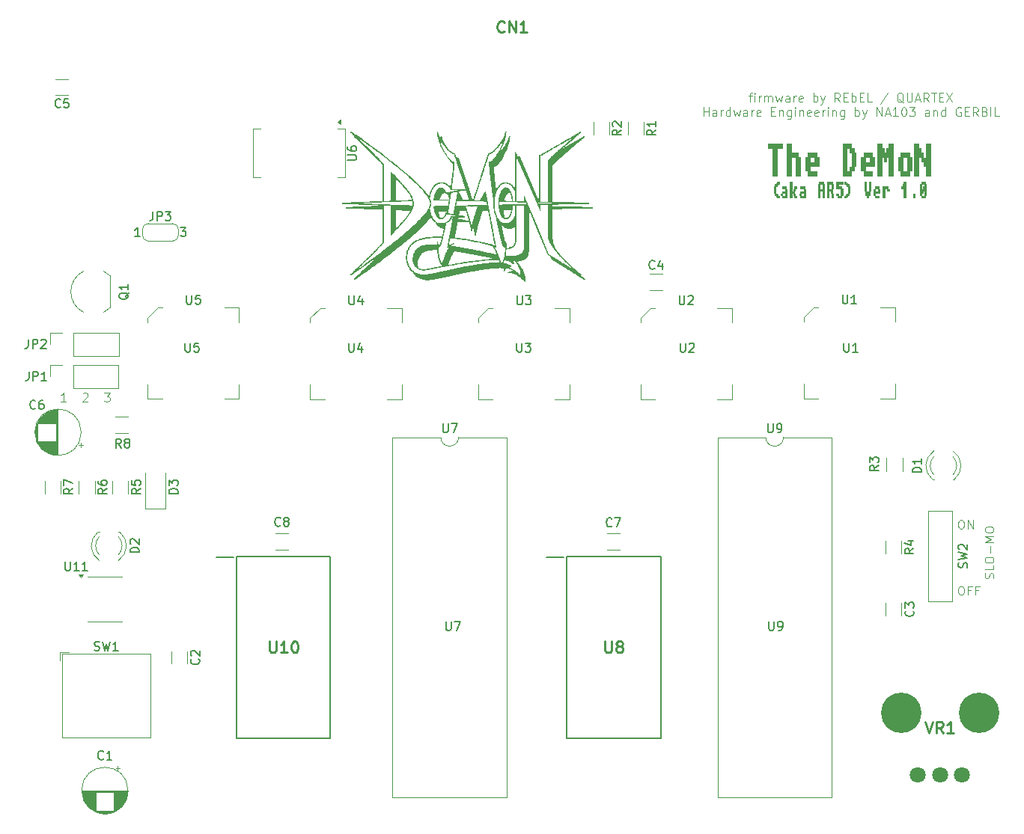
<source format=gbr>
%TF.GenerationSoftware,KiCad,Pcbnew,8.0.3*%
%TF.CreationDate,2025-02-20T16:42:35+01:00*%
%TF.ProjectId,DeMoN-Flash,44654d6f-4e2d-4466-9c61-73682e6b6963,rev?*%
%TF.SameCoordinates,Original*%
%TF.FileFunction,Legend,Top*%
%TF.FilePolarity,Positive*%
%FSLAX46Y46*%
G04 Gerber Fmt 4.6, Leading zero omitted, Abs format (unit mm)*
G04 Created by KiCad (PCBNEW 8.0.3) date 2025-02-20 16:42:35*
%MOMM*%
%LPD*%
G01*
G04 APERTURE LIST*
%ADD10C,0.150000*%
%ADD11C,0.100000*%
%ADD12C,0.300000*%
%ADD13C,0.254000*%
%ADD14C,0.120000*%
%ADD15C,0.200000*%
%ADD16C,0.000000*%
%ADD17C,1.800000*%
%ADD18C,4.575000*%
G04 APERTURE END LIST*
D10*
X132595179Y-109062019D02*
X132595179Y-109871542D01*
X132595179Y-109871542D02*
X132642798Y-109966780D01*
X132642798Y-109966780D02*
X132690417Y-110014400D01*
X132690417Y-110014400D02*
X132785655Y-110062019D01*
X132785655Y-110062019D02*
X132976131Y-110062019D01*
X132976131Y-110062019D02*
X133071369Y-110014400D01*
X133071369Y-110014400D02*
X133118988Y-109966780D01*
X133118988Y-109966780D02*
X133166607Y-109871542D01*
X133166607Y-109871542D02*
X133166607Y-109062019D01*
X133547560Y-109062019D02*
X134214226Y-109062019D01*
X134214226Y-109062019D02*
X133785655Y-110062019D01*
X169095179Y-109062019D02*
X169095179Y-109871542D01*
X169095179Y-109871542D02*
X169142798Y-109966780D01*
X169142798Y-109966780D02*
X169190417Y-110014400D01*
X169190417Y-110014400D02*
X169285655Y-110062019D01*
X169285655Y-110062019D02*
X169476131Y-110062019D01*
X169476131Y-110062019D02*
X169571369Y-110014400D01*
X169571369Y-110014400D02*
X169618988Y-109966780D01*
X169618988Y-109966780D02*
X169666607Y-109871542D01*
X169666607Y-109871542D02*
X169666607Y-109062019D01*
X170190417Y-110062019D02*
X170380893Y-110062019D01*
X170380893Y-110062019D02*
X170476131Y-110014400D01*
X170476131Y-110014400D02*
X170523750Y-109966780D01*
X170523750Y-109966780D02*
X170618988Y-109823923D01*
X170618988Y-109823923D02*
X170666607Y-109633447D01*
X170666607Y-109633447D02*
X170666607Y-109252495D01*
X170666607Y-109252495D02*
X170618988Y-109157257D01*
X170618988Y-109157257D02*
X170571369Y-109109638D01*
X170571369Y-109109638D02*
X170476131Y-109062019D01*
X170476131Y-109062019D02*
X170285655Y-109062019D01*
X170285655Y-109062019D02*
X170190417Y-109109638D01*
X170190417Y-109109638D02*
X170142798Y-109157257D01*
X170142798Y-109157257D02*
X170095179Y-109252495D01*
X170095179Y-109252495D02*
X170095179Y-109490590D01*
X170095179Y-109490590D02*
X170142798Y-109585828D01*
X170142798Y-109585828D02*
X170190417Y-109633447D01*
X170190417Y-109633447D02*
X170285655Y-109681066D01*
X170285655Y-109681066D02*
X170476131Y-109681066D01*
X170476131Y-109681066D02*
X170571369Y-109633447D01*
X170571369Y-109633447D02*
X170618988Y-109585828D01*
X170618988Y-109585828D02*
X170666607Y-109490590D01*
X103095179Y-77562019D02*
X103095179Y-78371542D01*
X103095179Y-78371542D02*
X103142798Y-78466780D01*
X103142798Y-78466780D02*
X103190417Y-78514400D01*
X103190417Y-78514400D02*
X103285655Y-78562019D01*
X103285655Y-78562019D02*
X103476131Y-78562019D01*
X103476131Y-78562019D02*
X103571369Y-78514400D01*
X103571369Y-78514400D02*
X103618988Y-78466780D01*
X103618988Y-78466780D02*
X103666607Y-78371542D01*
X103666607Y-78371542D02*
X103666607Y-77562019D01*
X104618988Y-77562019D02*
X104142798Y-77562019D01*
X104142798Y-77562019D02*
X104095179Y-78038209D01*
X104095179Y-78038209D02*
X104142798Y-77990590D01*
X104142798Y-77990590D02*
X104238036Y-77942971D01*
X104238036Y-77942971D02*
X104476131Y-77942971D01*
X104476131Y-77942971D02*
X104571369Y-77990590D01*
X104571369Y-77990590D02*
X104618988Y-78038209D01*
X104618988Y-78038209D02*
X104666607Y-78133447D01*
X104666607Y-78133447D02*
X104666607Y-78371542D01*
X104666607Y-78371542D02*
X104618988Y-78466780D01*
X104618988Y-78466780D02*
X104571369Y-78514400D01*
X104571369Y-78514400D02*
X104476131Y-78562019D01*
X104476131Y-78562019D02*
X104238036Y-78562019D01*
X104238036Y-78562019D02*
X104142798Y-78514400D01*
X104142798Y-78514400D02*
X104095179Y-78466780D01*
D11*
X89596093Y-84174619D02*
X89024665Y-84174619D01*
X89310379Y-84174619D02*
X89310379Y-83174619D01*
X89310379Y-83174619D02*
X89215141Y-83317476D01*
X89215141Y-83317476D02*
X89119903Y-83412714D01*
X89119903Y-83412714D02*
X89024665Y-83460333D01*
X91500856Y-83269857D02*
X91548475Y-83222238D01*
X91548475Y-83222238D02*
X91643713Y-83174619D01*
X91643713Y-83174619D02*
X91881808Y-83174619D01*
X91881808Y-83174619D02*
X91977046Y-83222238D01*
X91977046Y-83222238D02*
X92024665Y-83269857D01*
X92024665Y-83269857D02*
X92072284Y-83365095D01*
X92072284Y-83365095D02*
X92072284Y-83460333D01*
X92072284Y-83460333D02*
X92024665Y-83603190D01*
X92024665Y-83603190D02*
X91453237Y-84174619D01*
X91453237Y-84174619D02*
X92072284Y-84174619D01*
X93929428Y-83174619D02*
X94548475Y-83174619D01*
X94548475Y-83174619D02*
X94215142Y-83555571D01*
X94215142Y-83555571D02*
X94357999Y-83555571D01*
X94357999Y-83555571D02*
X94453237Y-83603190D01*
X94453237Y-83603190D02*
X94500856Y-83650809D01*
X94500856Y-83650809D02*
X94548475Y-83746047D01*
X94548475Y-83746047D02*
X94548475Y-83984142D01*
X94548475Y-83984142D02*
X94500856Y-84079380D01*
X94500856Y-84079380D02*
X94453237Y-84127000D01*
X94453237Y-84127000D02*
X94357999Y-84174619D01*
X94357999Y-84174619D02*
X94072285Y-84174619D01*
X94072285Y-84174619D02*
X93977047Y-84127000D01*
X93977047Y-84127000D02*
X93929428Y-84079380D01*
X190752760Y-105064619D02*
X190943236Y-105064619D01*
X190943236Y-105064619D02*
X191038474Y-105112238D01*
X191038474Y-105112238D02*
X191133712Y-105207476D01*
X191133712Y-105207476D02*
X191181331Y-105397952D01*
X191181331Y-105397952D02*
X191181331Y-105731285D01*
X191181331Y-105731285D02*
X191133712Y-105921761D01*
X191133712Y-105921761D02*
X191038474Y-106017000D01*
X191038474Y-106017000D02*
X190943236Y-106064619D01*
X190943236Y-106064619D02*
X190752760Y-106064619D01*
X190752760Y-106064619D02*
X190657522Y-106017000D01*
X190657522Y-106017000D02*
X190562284Y-105921761D01*
X190562284Y-105921761D02*
X190514665Y-105731285D01*
X190514665Y-105731285D02*
X190514665Y-105397952D01*
X190514665Y-105397952D02*
X190562284Y-105207476D01*
X190562284Y-105207476D02*
X190657522Y-105112238D01*
X190657522Y-105112238D02*
X190752760Y-105064619D01*
X191943236Y-105540809D02*
X191609903Y-105540809D01*
X191609903Y-106064619D02*
X191609903Y-105064619D01*
X191609903Y-105064619D02*
X192086093Y-105064619D01*
X192800379Y-105540809D02*
X192467046Y-105540809D01*
X192467046Y-106064619D02*
X192467046Y-105064619D01*
X192467046Y-105064619D02*
X192943236Y-105064619D01*
D10*
X177595179Y-77562019D02*
X177595179Y-78371542D01*
X177595179Y-78371542D02*
X177642798Y-78466780D01*
X177642798Y-78466780D02*
X177690417Y-78514400D01*
X177690417Y-78514400D02*
X177785655Y-78562019D01*
X177785655Y-78562019D02*
X177976131Y-78562019D01*
X177976131Y-78562019D02*
X178071369Y-78514400D01*
X178071369Y-78514400D02*
X178118988Y-78466780D01*
X178118988Y-78466780D02*
X178166607Y-78371542D01*
X178166607Y-78371542D02*
X178166607Y-77562019D01*
X179166607Y-78562019D02*
X178595179Y-78562019D01*
X178880893Y-78562019D02*
X178880893Y-77562019D01*
X178880893Y-77562019D02*
X178785655Y-77704876D01*
X178785655Y-77704876D02*
X178690417Y-77800114D01*
X178690417Y-77800114D02*
X178595179Y-77847733D01*
D12*
G36*
X169555608Y-55532479D02*
G01*
X169039767Y-55532479D01*
X169039767Y-54961683D01*
X170681079Y-54961683D01*
X170681079Y-55532479D01*
X170127869Y-55532479D01*
X170127869Y-58666359D01*
X169555608Y-58666359D01*
X169555608Y-55532479D01*
G37*
G36*
X171710563Y-58666359D02*
G01*
X171138302Y-58666359D01*
X171138302Y-54961683D01*
X171710563Y-54961683D01*
X171710563Y-55993365D01*
X172479928Y-55993365D01*
X172479928Y-56509206D01*
X172742245Y-56509206D01*
X172742245Y-58666359D01*
X172169984Y-58666359D01*
X172169984Y-56564160D01*
X171710563Y-56564160D01*
X171710563Y-58666359D01*
G37*
G36*
X174596781Y-56509206D02*
G01*
X174840779Y-56509206D01*
X174840779Y-57634677D01*
X173809097Y-57634677D01*
X173809097Y-58095563D01*
X174596781Y-58095563D01*
X174596781Y-58666359D01*
X173518204Y-58666359D01*
X173518204Y-58142458D01*
X173236836Y-58142458D01*
X173236836Y-57063881D01*
X173809097Y-57063881D01*
X174268518Y-57063881D01*
X174268518Y-56564160D01*
X173809097Y-56564160D01*
X173809097Y-57063881D01*
X173236836Y-57063881D01*
X173236836Y-56509206D01*
X173518204Y-56509206D01*
X173518204Y-55993365D01*
X174596781Y-55993365D01*
X174596781Y-56509206D01*
G37*
G36*
X178512482Y-55477524D02*
G01*
X178793850Y-55477524D01*
X178793850Y-55993365D01*
X179037848Y-55993365D01*
X179037848Y-57634677D01*
X178793850Y-57634677D01*
X178793850Y-58142458D01*
X178512482Y-58142458D01*
X178512482Y-58666359D01*
X177433905Y-58666359D01*
X177433905Y-58095563D01*
X178006166Y-58095563D01*
X178221589Y-58095563D01*
X178221589Y-57587782D01*
X178465587Y-57587782D01*
X178465587Y-56040260D01*
X178221589Y-56040260D01*
X178221589Y-55532479D01*
X178006166Y-55532479D01*
X178006166Y-58095563D01*
X177433905Y-58095563D01*
X177433905Y-54961683D01*
X178512482Y-54961683D01*
X178512482Y-55477524D01*
G37*
G36*
X180892384Y-56509206D02*
G01*
X181136383Y-56509206D01*
X181136383Y-57634677D01*
X180104701Y-57634677D01*
X180104701Y-58095563D01*
X180892384Y-58095563D01*
X180892384Y-58666359D01*
X179813808Y-58666359D01*
X179813808Y-58142458D01*
X179532440Y-58142458D01*
X179532440Y-57063881D01*
X180104701Y-57063881D01*
X180564122Y-57063881D01*
X180564122Y-56564160D01*
X180104701Y-56564160D01*
X180104701Y-57063881D01*
X179532440Y-57063881D01*
X179532440Y-56509206D01*
X179813808Y-56509206D01*
X179813808Y-55993365D01*
X180892384Y-55993365D01*
X180892384Y-56509206D01*
G37*
G36*
X182146815Y-56556100D02*
G01*
X181921868Y-56556100D01*
X181921868Y-58666359D01*
X181349607Y-58666359D01*
X181349607Y-54961683D01*
X181921868Y-54961683D01*
X181921868Y-55477524D01*
X182193710Y-55477524D01*
X182193710Y-55993365D01*
X182428183Y-55993365D01*
X182428183Y-55477524D01*
X182662656Y-55477524D01*
X182662656Y-54961683D01*
X183234917Y-54961683D01*
X183234917Y-58666359D01*
X182662656Y-58666359D01*
X182662656Y-56556100D01*
X182475078Y-56556100D01*
X182475078Y-57071941D01*
X182146815Y-57071941D01*
X182146815Y-56556100D01*
G37*
G36*
X185089453Y-56509206D02*
G01*
X185333452Y-56509206D01*
X185333452Y-58142458D01*
X185089453Y-58142458D01*
X185089453Y-58666359D01*
X184010877Y-58666359D01*
X184010877Y-58142458D01*
X183729509Y-58142458D01*
X183729509Y-58095563D01*
X184301770Y-58095563D01*
X184761191Y-58095563D01*
X184761191Y-56564160D01*
X184301770Y-56564160D01*
X184301770Y-58095563D01*
X183729509Y-58095563D01*
X183729509Y-56509206D01*
X184010877Y-56509206D01*
X184010877Y-55993365D01*
X185089453Y-55993365D01*
X185089453Y-56509206D01*
G37*
G36*
X186597409Y-57071941D02*
G01*
X186334359Y-57071941D01*
X186334359Y-56556100D01*
X186118937Y-56556100D01*
X186118937Y-58666359D01*
X185546676Y-58666359D01*
X185546676Y-54961683D01*
X186118937Y-54961683D01*
X186118937Y-55477524D01*
X186381254Y-55477524D01*
X186381254Y-55993365D01*
X186644303Y-55993365D01*
X186644303Y-56556100D01*
X186859725Y-56556100D01*
X186859725Y-54961683D01*
X187431986Y-54961683D01*
X187431986Y-58666359D01*
X186859725Y-58666359D01*
X186859725Y-57634677D01*
X186597409Y-57634677D01*
X186597409Y-57071941D01*
G37*
G36*
X169919687Y-60917329D02*
G01*
X169792925Y-60917329D01*
X169792925Y-60663438D01*
X169657004Y-60663438D01*
X169657004Y-59842782D01*
X169792925Y-59842782D01*
X169792925Y-59584862D01*
X169919687Y-59584862D01*
X169919687Y-59444178D01*
X170055608Y-59444178D01*
X170055608Y-59326941D01*
X170336976Y-59326941D01*
X170336976Y-59612339D01*
X170208016Y-59612339D01*
X170208016Y-59737269D01*
X170079055Y-59737269D01*
X170079055Y-59866230D01*
X169943134Y-59866230D01*
X169943134Y-60639991D01*
X170079055Y-60639991D01*
X170079055Y-60766753D01*
X170208016Y-60766753D01*
X170208016Y-60893881D01*
X170336976Y-60893881D01*
X170336976Y-61179279D01*
X170055608Y-61179279D01*
X170055608Y-61062042D01*
X169919687Y-61062042D01*
X169919687Y-60917329D01*
G37*
G36*
X171128323Y-60104733D02*
G01*
X171250322Y-60104733D01*
X171250322Y-61179279D01*
X170589035Y-61179279D01*
X170589035Y-60917329D01*
X170448351Y-60917329D01*
X170448351Y-60893881D01*
X170734481Y-60893881D01*
X170964192Y-60893881D01*
X170964192Y-60659408D01*
X170734481Y-60659408D01*
X170734481Y-60893881D01*
X170448351Y-60893881D01*
X170448351Y-60635961D01*
X170589035Y-60635961D01*
X170589035Y-60378040D01*
X170964192Y-60378040D01*
X170964192Y-60128180D01*
X170589035Y-60128180D01*
X170589035Y-59842782D01*
X171128323Y-59842782D01*
X171128323Y-60104733D01*
G37*
G36*
X171891460Y-60100703D02*
G01*
X172013459Y-60100703D01*
X172013459Y-59842782D01*
X172299589Y-59842782D01*
X172299589Y-60128180D01*
X172177590Y-60128180D01*
X172177590Y-60401488D01*
X172036906Y-60401488D01*
X172036906Y-60628267D01*
X172177590Y-60628267D01*
X172177590Y-60893881D01*
X172299589Y-60893881D01*
X172299589Y-61179279D01*
X172013459Y-61179279D01*
X172013459Y-60917329D01*
X171891460Y-60917329D01*
X171891460Y-60651715D01*
X171783748Y-60651715D01*
X171783748Y-61179279D01*
X171497618Y-61179279D01*
X171497618Y-59326941D01*
X171783748Y-59326941D01*
X171783748Y-60378040D01*
X171891460Y-60378040D01*
X171891460Y-60100703D01*
G37*
G36*
X173226857Y-60104733D02*
G01*
X173348857Y-60104733D01*
X173348857Y-61179279D01*
X172687569Y-61179279D01*
X172687569Y-60917329D01*
X172546885Y-60917329D01*
X172546885Y-60893881D01*
X172833016Y-60893881D01*
X173062726Y-60893881D01*
X173062726Y-60659408D01*
X172833016Y-60659408D01*
X172833016Y-60893881D01*
X172546885Y-60893881D01*
X172546885Y-60635961D01*
X172687569Y-60635961D01*
X172687569Y-60378040D01*
X173062726Y-60378040D01*
X173062726Y-60128180D01*
X172687569Y-60128180D01*
X172687569Y-59842782D01*
X173226857Y-59842782D01*
X173226857Y-60104733D01*
G37*
G36*
X175325392Y-59584862D02*
G01*
X175447391Y-59584862D01*
X175447391Y-61179279D01*
X175161261Y-61179279D01*
X175161261Y-60386100D01*
X174931550Y-60386100D01*
X174931550Y-61179279D01*
X174645420Y-61179279D01*
X174645420Y-60100703D01*
X174931550Y-60100703D01*
X175161261Y-60100703D01*
X175161261Y-59612339D01*
X174931550Y-59612339D01*
X174931550Y-60100703D01*
X174645420Y-60100703D01*
X174645420Y-59584862D01*
X174786104Y-59584862D01*
X174786104Y-59326941D01*
X175325392Y-59326941D01*
X175325392Y-59584862D01*
G37*
G36*
X176374659Y-59584862D02*
G01*
X176496658Y-59584862D01*
X176496658Y-60124150D01*
X176374659Y-60124150D01*
X176374659Y-60639991D01*
X176496658Y-60639991D01*
X176496658Y-61179279D01*
X176210528Y-61179279D01*
X176210528Y-60663438D01*
X176088529Y-60663438D01*
X176088529Y-60386100D01*
X175980818Y-60386100D01*
X175980818Y-61179279D01*
X175694687Y-61179279D01*
X175694687Y-60100703D01*
X175980818Y-60100703D01*
X176210528Y-60100703D01*
X176210528Y-59612339D01*
X175980818Y-59612339D01*
X175980818Y-60100703D01*
X175694687Y-60100703D01*
X175694687Y-59326941D01*
X176374659Y-59326941D01*
X176374659Y-59584862D01*
G37*
G36*
X176743954Y-60635961D02*
G01*
X177030085Y-60635961D01*
X177030085Y-60893881D01*
X177259795Y-60893881D01*
X177259795Y-60128180D01*
X176743954Y-60128180D01*
X176743954Y-59326941D01*
X177545926Y-59326941D01*
X177545926Y-59612339D01*
X177030085Y-59612339D01*
X177030085Y-59842782D01*
X177423926Y-59842782D01*
X177423926Y-60096673D01*
X177545926Y-60096673D01*
X177545926Y-60917329D01*
X177423926Y-60917329D01*
X177423926Y-61179279D01*
X176884638Y-61179279D01*
X176884638Y-60917329D01*
X176743954Y-60917329D01*
X176743954Y-60635961D01*
G37*
G36*
X177652538Y-60893881D02*
G01*
X177783696Y-60893881D01*
X177783696Y-60766753D01*
X177915221Y-60766753D01*
X177915221Y-60639991D01*
X178046379Y-60639991D01*
X178046379Y-59866230D01*
X177915221Y-59866230D01*
X177915221Y-59737269D01*
X177783696Y-59737269D01*
X177783696Y-59612339D01*
X177652538Y-59612339D01*
X177652538Y-59326941D01*
X177938668Y-59326941D01*
X177938668Y-59444178D01*
X178069827Y-59444178D01*
X178069827Y-59584862D01*
X178196589Y-59584862D01*
X178196589Y-59842782D01*
X178332510Y-59842782D01*
X178332510Y-60663438D01*
X178196589Y-60663438D01*
X178196589Y-60917329D01*
X178069827Y-60917329D01*
X178069827Y-61062042D01*
X177938668Y-61062042D01*
X177938668Y-61179279D01*
X177652538Y-61179279D01*
X177652538Y-60893881D01*
G37*
G36*
X179891756Y-59326941D02*
G01*
X180177887Y-59326941D01*
X180177887Y-60358623D01*
X180412360Y-60358623D01*
X180412360Y-59326941D01*
X180693727Y-59326941D01*
X180693727Y-60405518D01*
X180571728Y-60405518D01*
X180571728Y-60913665D01*
X180435807Y-60913665D01*
X180435807Y-61179279D01*
X180154439Y-61179279D01*
X180154439Y-60913665D01*
X180032440Y-60913665D01*
X180032440Y-60405518D01*
X179891756Y-60405518D01*
X179891756Y-59326941D01*
G37*
G36*
X181620995Y-60100703D02*
G01*
X181742995Y-60100703D01*
X181742995Y-60663438D01*
X181227154Y-60663438D01*
X181227154Y-60893881D01*
X181620995Y-60893881D01*
X181620995Y-61179279D01*
X181081707Y-61179279D01*
X181081707Y-60917329D01*
X180941023Y-60917329D01*
X180941023Y-60378040D01*
X181227154Y-60378040D01*
X181456864Y-60378040D01*
X181456864Y-60128180D01*
X181227154Y-60128180D01*
X181227154Y-60378040D01*
X180941023Y-60378040D01*
X180941023Y-60100703D01*
X181081707Y-60100703D01*
X181081707Y-59842782D01*
X181620995Y-59842782D01*
X181620995Y-60100703D01*
G37*
G36*
X182276421Y-61179279D02*
G01*
X181990291Y-61179279D01*
X181990291Y-59842782D01*
X182661104Y-59842782D01*
X182661104Y-60100703D01*
X182792262Y-60100703D01*
X182792262Y-60386100D01*
X182506132Y-60386100D01*
X182506132Y-60128180D01*
X182276421Y-60128180D01*
X182276421Y-61179279D01*
G37*
G36*
X184088825Y-59842782D02*
G01*
X184217785Y-59842782D01*
X184217785Y-59584862D01*
X184346746Y-59584862D01*
X184346746Y-59326941D01*
X184632876Y-59326941D01*
X184632876Y-61179279D01*
X184346746Y-61179279D01*
X184346746Y-60128180D01*
X184088825Y-60128180D01*
X184088825Y-59842782D01*
G37*
G36*
X184088825Y-59842782D02*
G01*
X184217785Y-59842782D01*
X184217785Y-59584862D01*
X184346746Y-59584862D01*
X184346746Y-59326941D01*
X184632876Y-59326941D01*
X184632876Y-61179279D01*
X184346746Y-61179279D01*
X184346746Y-60128180D01*
X184088825Y-60128180D01*
X184088825Y-59842782D01*
G37*
G36*
X185396013Y-60639991D02*
G01*
X185682143Y-60639991D01*
X185682143Y-61179279D01*
X185396013Y-61179279D01*
X185396013Y-60639991D01*
G37*
G36*
X186867332Y-59584862D02*
G01*
X186989331Y-59584862D01*
X186989331Y-60917329D01*
X186867332Y-60917329D01*
X186867332Y-61179279D01*
X186328044Y-61179279D01*
X186328044Y-60917329D01*
X186187360Y-60917329D01*
X186187360Y-60663438D01*
X186473490Y-60663438D01*
X186473490Y-60893881D01*
X186703201Y-60893881D01*
X186703201Y-60382070D01*
X186600252Y-60382070D01*
X186600252Y-60663438D01*
X186473490Y-60663438D01*
X186187360Y-60663438D01*
X186187360Y-60124150D01*
X186473490Y-60124150D01*
X186576805Y-60124150D01*
X186576805Y-59842782D01*
X186703201Y-59842782D01*
X186703201Y-59612339D01*
X186473490Y-59612339D01*
X186473490Y-60124150D01*
X186187360Y-60124150D01*
X186187360Y-59584862D01*
X186328044Y-59584862D01*
X186328044Y-59326941D01*
X186867332Y-59326941D01*
X186867332Y-59584862D01*
G37*
D11*
X166810780Y-49588008D02*
X167191732Y-49588008D01*
X166953637Y-50254675D02*
X166953637Y-49397532D01*
X166953637Y-49397532D02*
X167001256Y-49302294D01*
X167001256Y-49302294D02*
X167096494Y-49254675D01*
X167096494Y-49254675D02*
X167191732Y-49254675D01*
X167525066Y-50254675D02*
X167525066Y-49588008D01*
X167525066Y-49254675D02*
X167477447Y-49302294D01*
X167477447Y-49302294D02*
X167525066Y-49349913D01*
X167525066Y-49349913D02*
X167572685Y-49302294D01*
X167572685Y-49302294D02*
X167525066Y-49254675D01*
X167525066Y-49254675D02*
X167525066Y-49349913D01*
X168001256Y-50254675D02*
X168001256Y-49588008D01*
X168001256Y-49778484D02*
X168048875Y-49683246D01*
X168048875Y-49683246D02*
X168096494Y-49635627D01*
X168096494Y-49635627D02*
X168191732Y-49588008D01*
X168191732Y-49588008D02*
X168286970Y-49588008D01*
X168620304Y-50254675D02*
X168620304Y-49588008D01*
X168620304Y-49683246D02*
X168667923Y-49635627D01*
X168667923Y-49635627D02*
X168763161Y-49588008D01*
X168763161Y-49588008D02*
X168906018Y-49588008D01*
X168906018Y-49588008D02*
X169001256Y-49635627D01*
X169001256Y-49635627D02*
X169048875Y-49730865D01*
X169048875Y-49730865D02*
X169048875Y-50254675D01*
X169048875Y-49730865D02*
X169096494Y-49635627D01*
X169096494Y-49635627D02*
X169191732Y-49588008D01*
X169191732Y-49588008D02*
X169334589Y-49588008D01*
X169334589Y-49588008D02*
X169429828Y-49635627D01*
X169429828Y-49635627D02*
X169477447Y-49730865D01*
X169477447Y-49730865D02*
X169477447Y-50254675D01*
X169858399Y-49588008D02*
X170048875Y-50254675D01*
X170048875Y-50254675D02*
X170239351Y-49778484D01*
X170239351Y-49778484D02*
X170429827Y-50254675D01*
X170429827Y-50254675D02*
X170620303Y-49588008D01*
X171429827Y-50254675D02*
X171429827Y-49730865D01*
X171429827Y-49730865D02*
X171382208Y-49635627D01*
X171382208Y-49635627D02*
X171286970Y-49588008D01*
X171286970Y-49588008D02*
X171096494Y-49588008D01*
X171096494Y-49588008D02*
X171001256Y-49635627D01*
X171429827Y-50207056D02*
X171334589Y-50254675D01*
X171334589Y-50254675D02*
X171096494Y-50254675D01*
X171096494Y-50254675D02*
X171001256Y-50207056D01*
X171001256Y-50207056D02*
X170953637Y-50111817D01*
X170953637Y-50111817D02*
X170953637Y-50016579D01*
X170953637Y-50016579D02*
X171001256Y-49921341D01*
X171001256Y-49921341D02*
X171096494Y-49873722D01*
X171096494Y-49873722D02*
X171334589Y-49873722D01*
X171334589Y-49873722D02*
X171429827Y-49826103D01*
X171906018Y-50254675D02*
X171906018Y-49588008D01*
X171906018Y-49778484D02*
X171953637Y-49683246D01*
X171953637Y-49683246D02*
X172001256Y-49635627D01*
X172001256Y-49635627D02*
X172096494Y-49588008D01*
X172096494Y-49588008D02*
X172191732Y-49588008D01*
X172906018Y-50207056D02*
X172810780Y-50254675D01*
X172810780Y-50254675D02*
X172620304Y-50254675D01*
X172620304Y-50254675D02*
X172525066Y-50207056D01*
X172525066Y-50207056D02*
X172477447Y-50111817D01*
X172477447Y-50111817D02*
X172477447Y-49730865D01*
X172477447Y-49730865D02*
X172525066Y-49635627D01*
X172525066Y-49635627D02*
X172620304Y-49588008D01*
X172620304Y-49588008D02*
X172810780Y-49588008D01*
X172810780Y-49588008D02*
X172906018Y-49635627D01*
X172906018Y-49635627D02*
X172953637Y-49730865D01*
X172953637Y-49730865D02*
X172953637Y-49826103D01*
X172953637Y-49826103D02*
X172477447Y-49921341D01*
X174144114Y-50254675D02*
X174144114Y-49254675D01*
X174144114Y-49635627D02*
X174239352Y-49588008D01*
X174239352Y-49588008D02*
X174429828Y-49588008D01*
X174429828Y-49588008D02*
X174525066Y-49635627D01*
X174525066Y-49635627D02*
X174572685Y-49683246D01*
X174572685Y-49683246D02*
X174620304Y-49778484D01*
X174620304Y-49778484D02*
X174620304Y-50064198D01*
X174620304Y-50064198D02*
X174572685Y-50159436D01*
X174572685Y-50159436D02*
X174525066Y-50207056D01*
X174525066Y-50207056D02*
X174429828Y-50254675D01*
X174429828Y-50254675D02*
X174239352Y-50254675D01*
X174239352Y-50254675D02*
X174144114Y-50207056D01*
X174953638Y-49588008D02*
X175191733Y-50254675D01*
X175429828Y-49588008D02*
X175191733Y-50254675D01*
X175191733Y-50254675D02*
X175096495Y-50492770D01*
X175096495Y-50492770D02*
X175048876Y-50540389D01*
X175048876Y-50540389D02*
X174953638Y-50588008D01*
X177144114Y-50254675D02*
X176810781Y-49778484D01*
X176572686Y-50254675D02*
X176572686Y-49254675D01*
X176572686Y-49254675D02*
X176953638Y-49254675D01*
X176953638Y-49254675D02*
X177048876Y-49302294D01*
X177048876Y-49302294D02*
X177096495Y-49349913D01*
X177096495Y-49349913D02*
X177144114Y-49445151D01*
X177144114Y-49445151D02*
X177144114Y-49588008D01*
X177144114Y-49588008D02*
X177096495Y-49683246D01*
X177096495Y-49683246D02*
X177048876Y-49730865D01*
X177048876Y-49730865D02*
X176953638Y-49778484D01*
X176953638Y-49778484D02*
X176572686Y-49778484D01*
X177572686Y-49730865D02*
X177906019Y-49730865D01*
X178048876Y-50254675D02*
X177572686Y-50254675D01*
X177572686Y-50254675D02*
X177572686Y-49254675D01*
X177572686Y-49254675D02*
X178048876Y-49254675D01*
X178477448Y-50254675D02*
X178477448Y-49254675D01*
X178477448Y-49635627D02*
X178572686Y-49588008D01*
X178572686Y-49588008D02*
X178763162Y-49588008D01*
X178763162Y-49588008D02*
X178858400Y-49635627D01*
X178858400Y-49635627D02*
X178906019Y-49683246D01*
X178906019Y-49683246D02*
X178953638Y-49778484D01*
X178953638Y-49778484D02*
X178953638Y-50064198D01*
X178953638Y-50064198D02*
X178906019Y-50159436D01*
X178906019Y-50159436D02*
X178858400Y-50207056D01*
X178858400Y-50207056D02*
X178763162Y-50254675D01*
X178763162Y-50254675D02*
X178572686Y-50254675D01*
X178572686Y-50254675D02*
X178477448Y-50207056D01*
X179382210Y-49730865D02*
X179715543Y-49730865D01*
X179858400Y-50254675D02*
X179382210Y-50254675D01*
X179382210Y-50254675D02*
X179382210Y-49254675D01*
X179382210Y-49254675D02*
X179858400Y-49254675D01*
X180763162Y-50254675D02*
X180286972Y-50254675D01*
X180286972Y-50254675D02*
X180286972Y-49254675D01*
X182572686Y-49207056D02*
X181715544Y-50492770D01*
X184334591Y-50349913D02*
X184239353Y-50302294D01*
X184239353Y-50302294D02*
X184144115Y-50207056D01*
X184144115Y-50207056D02*
X184001258Y-50064198D01*
X184001258Y-50064198D02*
X183906020Y-50016579D01*
X183906020Y-50016579D02*
X183810782Y-50016579D01*
X183858401Y-50254675D02*
X183763163Y-50207056D01*
X183763163Y-50207056D02*
X183667925Y-50111817D01*
X183667925Y-50111817D02*
X183620306Y-49921341D01*
X183620306Y-49921341D02*
X183620306Y-49588008D01*
X183620306Y-49588008D02*
X183667925Y-49397532D01*
X183667925Y-49397532D02*
X183763163Y-49302294D01*
X183763163Y-49302294D02*
X183858401Y-49254675D01*
X183858401Y-49254675D02*
X184048877Y-49254675D01*
X184048877Y-49254675D02*
X184144115Y-49302294D01*
X184144115Y-49302294D02*
X184239353Y-49397532D01*
X184239353Y-49397532D02*
X184286972Y-49588008D01*
X184286972Y-49588008D02*
X184286972Y-49921341D01*
X184286972Y-49921341D02*
X184239353Y-50111817D01*
X184239353Y-50111817D02*
X184144115Y-50207056D01*
X184144115Y-50207056D02*
X184048877Y-50254675D01*
X184048877Y-50254675D02*
X183858401Y-50254675D01*
X184715544Y-49254675D02*
X184715544Y-50064198D01*
X184715544Y-50064198D02*
X184763163Y-50159436D01*
X184763163Y-50159436D02*
X184810782Y-50207056D01*
X184810782Y-50207056D02*
X184906020Y-50254675D01*
X184906020Y-50254675D02*
X185096496Y-50254675D01*
X185096496Y-50254675D02*
X185191734Y-50207056D01*
X185191734Y-50207056D02*
X185239353Y-50159436D01*
X185239353Y-50159436D02*
X185286972Y-50064198D01*
X185286972Y-50064198D02*
X185286972Y-49254675D01*
X185715544Y-49968960D02*
X186191734Y-49968960D01*
X185620306Y-50254675D02*
X185953639Y-49254675D01*
X185953639Y-49254675D02*
X186286972Y-50254675D01*
X187191734Y-50254675D02*
X186858401Y-49778484D01*
X186620306Y-50254675D02*
X186620306Y-49254675D01*
X186620306Y-49254675D02*
X187001258Y-49254675D01*
X187001258Y-49254675D02*
X187096496Y-49302294D01*
X187096496Y-49302294D02*
X187144115Y-49349913D01*
X187144115Y-49349913D02*
X187191734Y-49445151D01*
X187191734Y-49445151D02*
X187191734Y-49588008D01*
X187191734Y-49588008D02*
X187144115Y-49683246D01*
X187144115Y-49683246D02*
X187096496Y-49730865D01*
X187096496Y-49730865D02*
X187001258Y-49778484D01*
X187001258Y-49778484D02*
X186620306Y-49778484D01*
X187477449Y-49254675D02*
X188048877Y-49254675D01*
X187763163Y-50254675D02*
X187763163Y-49254675D01*
X188382211Y-49730865D02*
X188715544Y-49730865D01*
X188858401Y-50254675D02*
X188382211Y-50254675D01*
X188382211Y-50254675D02*
X188382211Y-49254675D01*
X188382211Y-49254675D02*
X188858401Y-49254675D01*
X189191735Y-49254675D02*
X189858401Y-50254675D01*
X189858401Y-49254675D02*
X189191735Y-50254675D01*
X161715541Y-51864619D02*
X161715541Y-50864619D01*
X161715541Y-51340809D02*
X162286969Y-51340809D01*
X162286969Y-51864619D02*
X162286969Y-50864619D01*
X163191731Y-51864619D02*
X163191731Y-51340809D01*
X163191731Y-51340809D02*
X163144112Y-51245571D01*
X163144112Y-51245571D02*
X163048874Y-51197952D01*
X163048874Y-51197952D02*
X162858398Y-51197952D01*
X162858398Y-51197952D02*
X162763160Y-51245571D01*
X163191731Y-51817000D02*
X163096493Y-51864619D01*
X163096493Y-51864619D02*
X162858398Y-51864619D01*
X162858398Y-51864619D02*
X162763160Y-51817000D01*
X162763160Y-51817000D02*
X162715541Y-51721761D01*
X162715541Y-51721761D02*
X162715541Y-51626523D01*
X162715541Y-51626523D02*
X162763160Y-51531285D01*
X162763160Y-51531285D02*
X162858398Y-51483666D01*
X162858398Y-51483666D02*
X163096493Y-51483666D01*
X163096493Y-51483666D02*
X163191731Y-51436047D01*
X163667922Y-51864619D02*
X163667922Y-51197952D01*
X163667922Y-51388428D02*
X163715541Y-51293190D01*
X163715541Y-51293190D02*
X163763160Y-51245571D01*
X163763160Y-51245571D02*
X163858398Y-51197952D01*
X163858398Y-51197952D02*
X163953636Y-51197952D01*
X164715541Y-51864619D02*
X164715541Y-50864619D01*
X164715541Y-51817000D02*
X164620303Y-51864619D01*
X164620303Y-51864619D02*
X164429827Y-51864619D01*
X164429827Y-51864619D02*
X164334589Y-51817000D01*
X164334589Y-51817000D02*
X164286970Y-51769380D01*
X164286970Y-51769380D02*
X164239351Y-51674142D01*
X164239351Y-51674142D02*
X164239351Y-51388428D01*
X164239351Y-51388428D02*
X164286970Y-51293190D01*
X164286970Y-51293190D02*
X164334589Y-51245571D01*
X164334589Y-51245571D02*
X164429827Y-51197952D01*
X164429827Y-51197952D02*
X164620303Y-51197952D01*
X164620303Y-51197952D02*
X164715541Y-51245571D01*
X165096494Y-51197952D02*
X165286970Y-51864619D01*
X165286970Y-51864619D02*
X165477446Y-51388428D01*
X165477446Y-51388428D02*
X165667922Y-51864619D01*
X165667922Y-51864619D02*
X165858398Y-51197952D01*
X166667922Y-51864619D02*
X166667922Y-51340809D01*
X166667922Y-51340809D02*
X166620303Y-51245571D01*
X166620303Y-51245571D02*
X166525065Y-51197952D01*
X166525065Y-51197952D02*
X166334589Y-51197952D01*
X166334589Y-51197952D02*
X166239351Y-51245571D01*
X166667922Y-51817000D02*
X166572684Y-51864619D01*
X166572684Y-51864619D02*
X166334589Y-51864619D01*
X166334589Y-51864619D02*
X166239351Y-51817000D01*
X166239351Y-51817000D02*
X166191732Y-51721761D01*
X166191732Y-51721761D02*
X166191732Y-51626523D01*
X166191732Y-51626523D02*
X166239351Y-51531285D01*
X166239351Y-51531285D02*
X166334589Y-51483666D01*
X166334589Y-51483666D02*
X166572684Y-51483666D01*
X166572684Y-51483666D02*
X166667922Y-51436047D01*
X167144113Y-51864619D02*
X167144113Y-51197952D01*
X167144113Y-51388428D02*
X167191732Y-51293190D01*
X167191732Y-51293190D02*
X167239351Y-51245571D01*
X167239351Y-51245571D02*
X167334589Y-51197952D01*
X167334589Y-51197952D02*
X167429827Y-51197952D01*
X168144113Y-51817000D02*
X168048875Y-51864619D01*
X168048875Y-51864619D02*
X167858399Y-51864619D01*
X167858399Y-51864619D02*
X167763161Y-51817000D01*
X167763161Y-51817000D02*
X167715542Y-51721761D01*
X167715542Y-51721761D02*
X167715542Y-51340809D01*
X167715542Y-51340809D02*
X167763161Y-51245571D01*
X167763161Y-51245571D02*
X167858399Y-51197952D01*
X167858399Y-51197952D02*
X168048875Y-51197952D01*
X168048875Y-51197952D02*
X168144113Y-51245571D01*
X168144113Y-51245571D02*
X168191732Y-51340809D01*
X168191732Y-51340809D02*
X168191732Y-51436047D01*
X168191732Y-51436047D02*
X167715542Y-51531285D01*
X169382209Y-51340809D02*
X169715542Y-51340809D01*
X169858399Y-51864619D02*
X169382209Y-51864619D01*
X169382209Y-51864619D02*
X169382209Y-50864619D01*
X169382209Y-50864619D02*
X169858399Y-50864619D01*
X170286971Y-51197952D02*
X170286971Y-51864619D01*
X170286971Y-51293190D02*
X170334590Y-51245571D01*
X170334590Y-51245571D02*
X170429828Y-51197952D01*
X170429828Y-51197952D02*
X170572685Y-51197952D01*
X170572685Y-51197952D02*
X170667923Y-51245571D01*
X170667923Y-51245571D02*
X170715542Y-51340809D01*
X170715542Y-51340809D02*
X170715542Y-51864619D01*
X171620304Y-51197952D02*
X171620304Y-52007476D01*
X171620304Y-52007476D02*
X171572685Y-52102714D01*
X171572685Y-52102714D02*
X171525066Y-52150333D01*
X171525066Y-52150333D02*
X171429828Y-52197952D01*
X171429828Y-52197952D02*
X171286971Y-52197952D01*
X171286971Y-52197952D02*
X171191733Y-52150333D01*
X171620304Y-51817000D02*
X171525066Y-51864619D01*
X171525066Y-51864619D02*
X171334590Y-51864619D01*
X171334590Y-51864619D02*
X171239352Y-51817000D01*
X171239352Y-51817000D02*
X171191733Y-51769380D01*
X171191733Y-51769380D02*
X171144114Y-51674142D01*
X171144114Y-51674142D02*
X171144114Y-51388428D01*
X171144114Y-51388428D02*
X171191733Y-51293190D01*
X171191733Y-51293190D02*
X171239352Y-51245571D01*
X171239352Y-51245571D02*
X171334590Y-51197952D01*
X171334590Y-51197952D02*
X171525066Y-51197952D01*
X171525066Y-51197952D02*
X171620304Y-51245571D01*
X172096495Y-51864619D02*
X172096495Y-51197952D01*
X172096495Y-50864619D02*
X172048876Y-50912238D01*
X172048876Y-50912238D02*
X172096495Y-50959857D01*
X172096495Y-50959857D02*
X172144114Y-50912238D01*
X172144114Y-50912238D02*
X172096495Y-50864619D01*
X172096495Y-50864619D02*
X172096495Y-50959857D01*
X172572685Y-51197952D02*
X172572685Y-51864619D01*
X172572685Y-51293190D02*
X172620304Y-51245571D01*
X172620304Y-51245571D02*
X172715542Y-51197952D01*
X172715542Y-51197952D02*
X172858399Y-51197952D01*
X172858399Y-51197952D02*
X172953637Y-51245571D01*
X172953637Y-51245571D02*
X173001256Y-51340809D01*
X173001256Y-51340809D02*
X173001256Y-51864619D01*
X173858399Y-51817000D02*
X173763161Y-51864619D01*
X173763161Y-51864619D02*
X173572685Y-51864619D01*
X173572685Y-51864619D02*
X173477447Y-51817000D01*
X173477447Y-51817000D02*
X173429828Y-51721761D01*
X173429828Y-51721761D02*
X173429828Y-51340809D01*
X173429828Y-51340809D02*
X173477447Y-51245571D01*
X173477447Y-51245571D02*
X173572685Y-51197952D01*
X173572685Y-51197952D02*
X173763161Y-51197952D01*
X173763161Y-51197952D02*
X173858399Y-51245571D01*
X173858399Y-51245571D02*
X173906018Y-51340809D01*
X173906018Y-51340809D02*
X173906018Y-51436047D01*
X173906018Y-51436047D02*
X173429828Y-51531285D01*
X174715542Y-51817000D02*
X174620304Y-51864619D01*
X174620304Y-51864619D02*
X174429828Y-51864619D01*
X174429828Y-51864619D02*
X174334590Y-51817000D01*
X174334590Y-51817000D02*
X174286971Y-51721761D01*
X174286971Y-51721761D02*
X174286971Y-51340809D01*
X174286971Y-51340809D02*
X174334590Y-51245571D01*
X174334590Y-51245571D02*
X174429828Y-51197952D01*
X174429828Y-51197952D02*
X174620304Y-51197952D01*
X174620304Y-51197952D02*
X174715542Y-51245571D01*
X174715542Y-51245571D02*
X174763161Y-51340809D01*
X174763161Y-51340809D02*
X174763161Y-51436047D01*
X174763161Y-51436047D02*
X174286971Y-51531285D01*
X175191733Y-51864619D02*
X175191733Y-51197952D01*
X175191733Y-51388428D02*
X175239352Y-51293190D01*
X175239352Y-51293190D02*
X175286971Y-51245571D01*
X175286971Y-51245571D02*
X175382209Y-51197952D01*
X175382209Y-51197952D02*
X175477447Y-51197952D01*
X175810781Y-51864619D02*
X175810781Y-51197952D01*
X175810781Y-50864619D02*
X175763162Y-50912238D01*
X175763162Y-50912238D02*
X175810781Y-50959857D01*
X175810781Y-50959857D02*
X175858400Y-50912238D01*
X175858400Y-50912238D02*
X175810781Y-50864619D01*
X175810781Y-50864619D02*
X175810781Y-50959857D01*
X176286971Y-51197952D02*
X176286971Y-51864619D01*
X176286971Y-51293190D02*
X176334590Y-51245571D01*
X176334590Y-51245571D02*
X176429828Y-51197952D01*
X176429828Y-51197952D02*
X176572685Y-51197952D01*
X176572685Y-51197952D02*
X176667923Y-51245571D01*
X176667923Y-51245571D02*
X176715542Y-51340809D01*
X176715542Y-51340809D02*
X176715542Y-51864619D01*
X177620304Y-51197952D02*
X177620304Y-52007476D01*
X177620304Y-52007476D02*
X177572685Y-52102714D01*
X177572685Y-52102714D02*
X177525066Y-52150333D01*
X177525066Y-52150333D02*
X177429828Y-52197952D01*
X177429828Y-52197952D02*
X177286971Y-52197952D01*
X177286971Y-52197952D02*
X177191733Y-52150333D01*
X177620304Y-51817000D02*
X177525066Y-51864619D01*
X177525066Y-51864619D02*
X177334590Y-51864619D01*
X177334590Y-51864619D02*
X177239352Y-51817000D01*
X177239352Y-51817000D02*
X177191733Y-51769380D01*
X177191733Y-51769380D02*
X177144114Y-51674142D01*
X177144114Y-51674142D02*
X177144114Y-51388428D01*
X177144114Y-51388428D02*
X177191733Y-51293190D01*
X177191733Y-51293190D02*
X177239352Y-51245571D01*
X177239352Y-51245571D02*
X177334590Y-51197952D01*
X177334590Y-51197952D02*
X177525066Y-51197952D01*
X177525066Y-51197952D02*
X177620304Y-51245571D01*
X178858400Y-51864619D02*
X178858400Y-50864619D01*
X178858400Y-51245571D02*
X178953638Y-51197952D01*
X178953638Y-51197952D02*
X179144114Y-51197952D01*
X179144114Y-51197952D02*
X179239352Y-51245571D01*
X179239352Y-51245571D02*
X179286971Y-51293190D01*
X179286971Y-51293190D02*
X179334590Y-51388428D01*
X179334590Y-51388428D02*
X179334590Y-51674142D01*
X179334590Y-51674142D02*
X179286971Y-51769380D01*
X179286971Y-51769380D02*
X179239352Y-51817000D01*
X179239352Y-51817000D02*
X179144114Y-51864619D01*
X179144114Y-51864619D02*
X178953638Y-51864619D01*
X178953638Y-51864619D02*
X178858400Y-51817000D01*
X179667924Y-51197952D02*
X179906019Y-51864619D01*
X180144114Y-51197952D02*
X179906019Y-51864619D01*
X179906019Y-51864619D02*
X179810781Y-52102714D01*
X179810781Y-52102714D02*
X179763162Y-52150333D01*
X179763162Y-52150333D02*
X179667924Y-52197952D01*
X181286972Y-51864619D02*
X181286972Y-50864619D01*
X181286972Y-50864619D02*
X181858400Y-51864619D01*
X181858400Y-51864619D02*
X181858400Y-50864619D01*
X182286972Y-51578904D02*
X182763162Y-51578904D01*
X182191734Y-51864619D02*
X182525067Y-50864619D01*
X182525067Y-50864619D02*
X182858400Y-51864619D01*
X183715543Y-51864619D02*
X183144115Y-51864619D01*
X183429829Y-51864619D02*
X183429829Y-50864619D01*
X183429829Y-50864619D02*
X183334591Y-51007476D01*
X183334591Y-51007476D02*
X183239353Y-51102714D01*
X183239353Y-51102714D02*
X183144115Y-51150333D01*
X184334591Y-50864619D02*
X184429829Y-50864619D01*
X184429829Y-50864619D02*
X184525067Y-50912238D01*
X184525067Y-50912238D02*
X184572686Y-50959857D01*
X184572686Y-50959857D02*
X184620305Y-51055095D01*
X184620305Y-51055095D02*
X184667924Y-51245571D01*
X184667924Y-51245571D02*
X184667924Y-51483666D01*
X184667924Y-51483666D02*
X184620305Y-51674142D01*
X184620305Y-51674142D02*
X184572686Y-51769380D01*
X184572686Y-51769380D02*
X184525067Y-51817000D01*
X184525067Y-51817000D02*
X184429829Y-51864619D01*
X184429829Y-51864619D02*
X184334591Y-51864619D01*
X184334591Y-51864619D02*
X184239353Y-51817000D01*
X184239353Y-51817000D02*
X184191734Y-51769380D01*
X184191734Y-51769380D02*
X184144115Y-51674142D01*
X184144115Y-51674142D02*
X184096496Y-51483666D01*
X184096496Y-51483666D02*
X184096496Y-51245571D01*
X184096496Y-51245571D02*
X184144115Y-51055095D01*
X184144115Y-51055095D02*
X184191734Y-50959857D01*
X184191734Y-50959857D02*
X184239353Y-50912238D01*
X184239353Y-50912238D02*
X184334591Y-50864619D01*
X185001258Y-50864619D02*
X185620305Y-50864619D01*
X185620305Y-50864619D02*
X185286972Y-51245571D01*
X185286972Y-51245571D02*
X185429829Y-51245571D01*
X185429829Y-51245571D02*
X185525067Y-51293190D01*
X185525067Y-51293190D02*
X185572686Y-51340809D01*
X185572686Y-51340809D02*
X185620305Y-51436047D01*
X185620305Y-51436047D02*
X185620305Y-51674142D01*
X185620305Y-51674142D02*
X185572686Y-51769380D01*
X185572686Y-51769380D02*
X185525067Y-51817000D01*
X185525067Y-51817000D02*
X185429829Y-51864619D01*
X185429829Y-51864619D02*
X185144115Y-51864619D01*
X185144115Y-51864619D02*
X185048877Y-51817000D01*
X185048877Y-51817000D02*
X185001258Y-51769380D01*
X187239353Y-51864619D02*
X187239353Y-51340809D01*
X187239353Y-51340809D02*
X187191734Y-51245571D01*
X187191734Y-51245571D02*
X187096496Y-51197952D01*
X187096496Y-51197952D02*
X186906020Y-51197952D01*
X186906020Y-51197952D02*
X186810782Y-51245571D01*
X187239353Y-51817000D02*
X187144115Y-51864619D01*
X187144115Y-51864619D02*
X186906020Y-51864619D01*
X186906020Y-51864619D02*
X186810782Y-51817000D01*
X186810782Y-51817000D02*
X186763163Y-51721761D01*
X186763163Y-51721761D02*
X186763163Y-51626523D01*
X186763163Y-51626523D02*
X186810782Y-51531285D01*
X186810782Y-51531285D02*
X186906020Y-51483666D01*
X186906020Y-51483666D02*
X187144115Y-51483666D01*
X187144115Y-51483666D02*
X187239353Y-51436047D01*
X187715544Y-51197952D02*
X187715544Y-51864619D01*
X187715544Y-51293190D02*
X187763163Y-51245571D01*
X187763163Y-51245571D02*
X187858401Y-51197952D01*
X187858401Y-51197952D02*
X188001258Y-51197952D01*
X188001258Y-51197952D02*
X188096496Y-51245571D01*
X188096496Y-51245571D02*
X188144115Y-51340809D01*
X188144115Y-51340809D02*
X188144115Y-51864619D01*
X189048877Y-51864619D02*
X189048877Y-50864619D01*
X189048877Y-51817000D02*
X188953639Y-51864619D01*
X188953639Y-51864619D02*
X188763163Y-51864619D01*
X188763163Y-51864619D02*
X188667925Y-51817000D01*
X188667925Y-51817000D02*
X188620306Y-51769380D01*
X188620306Y-51769380D02*
X188572687Y-51674142D01*
X188572687Y-51674142D02*
X188572687Y-51388428D01*
X188572687Y-51388428D02*
X188620306Y-51293190D01*
X188620306Y-51293190D02*
X188667925Y-51245571D01*
X188667925Y-51245571D02*
X188763163Y-51197952D01*
X188763163Y-51197952D02*
X188953639Y-51197952D01*
X188953639Y-51197952D02*
X189048877Y-51245571D01*
X190810782Y-50912238D02*
X190715544Y-50864619D01*
X190715544Y-50864619D02*
X190572687Y-50864619D01*
X190572687Y-50864619D02*
X190429830Y-50912238D01*
X190429830Y-50912238D02*
X190334592Y-51007476D01*
X190334592Y-51007476D02*
X190286973Y-51102714D01*
X190286973Y-51102714D02*
X190239354Y-51293190D01*
X190239354Y-51293190D02*
X190239354Y-51436047D01*
X190239354Y-51436047D02*
X190286973Y-51626523D01*
X190286973Y-51626523D02*
X190334592Y-51721761D01*
X190334592Y-51721761D02*
X190429830Y-51817000D01*
X190429830Y-51817000D02*
X190572687Y-51864619D01*
X190572687Y-51864619D02*
X190667925Y-51864619D01*
X190667925Y-51864619D02*
X190810782Y-51817000D01*
X190810782Y-51817000D02*
X190858401Y-51769380D01*
X190858401Y-51769380D02*
X190858401Y-51436047D01*
X190858401Y-51436047D02*
X190667925Y-51436047D01*
X191286973Y-51340809D02*
X191620306Y-51340809D01*
X191763163Y-51864619D02*
X191286973Y-51864619D01*
X191286973Y-51864619D02*
X191286973Y-50864619D01*
X191286973Y-50864619D02*
X191763163Y-50864619D01*
X192763163Y-51864619D02*
X192429830Y-51388428D01*
X192191735Y-51864619D02*
X192191735Y-50864619D01*
X192191735Y-50864619D02*
X192572687Y-50864619D01*
X192572687Y-50864619D02*
X192667925Y-50912238D01*
X192667925Y-50912238D02*
X192715544Y-50959857D01*
X192715544Y-50959857D02*
X192763163Y-51055095D01*
X192763163Y-51055095D02*
X192763163Y-51197952D01*
X192763163Y-51197952D02*
X192715544Y-51293190D01*
X192715544Y-51293190D02*
X192667925Y-51340809D01*
X192667925Y-51340809D02*
X192572687Y-51388428D01*
X192572687Y-51388428D02*
X192191735Y-51388428D01*
X193525068Y-51340809D02*
X193667925Y-51388428D01*
X193667925Y-51388428D02*
X193715544Y-51436047D01*
X193715544Y-51436047D02*
X193763163Y-51531285D01*
X193763163Y-51531285D02*
X193763163Y-51674142D01*
X193763163Y-51674142D02*
X193715544Y-51769380D01*
X193715544Y-51769380D02*
X193667925Y-51817000D01*
X193667925Y-51817000D02*
X193572687Y-51864619D01*
X193572687Y-51864619D02*
X193191735Y-51864619D01*
X193191735Y-51864619D02*
X193191735Y-50864619D01*
X193191735Y-50864619D02*
X193525068Y-50864619D01*
X193525068Y-50864619D02*
X193620306Y-50912238D01*
X193620306Y-50912238D02*
X193667925Y-50959857D01*
X193667925Y-50959857D02*
X193715544Y-51055095D01*
X193715544Y-51055095D02*
X193715544Y-51150333D01*
X193715544Y-51150333D02*
X193667925Y-51245571D01*
X193667925Y-51245571D02*
X193620306Y-51293190D01*
X193620306Y-51293190D02*
X193525068Y-51340809D01*
X193525068Y-51340809D02*
X193191735Y-51340809D01*
X194191735Y-51864619D02*
X194191735Y-50864619D01*
X195144115Y-51864619D02*
X194667925Y-51864619D01*
X194667925Y-51864619D02*
X194667925Y-50864619D01*
X190752760Y-97564619D02*
X190943236Y-97564619D01*
X190943236Y-97564619D02*
X191038474Y-97612238D01*
X191038474Y-97612238D02*
X191133712Y-97707476D01*
X191133712Y-97707476D02*
X191181331Y-97897952D01*
X191181331Y-97897952D02*
X191181331Y-98231285D01*
X191181331Y-98231285D02*
X191133712Y-98421761D01*
X191133712Y-98421761D02*
X191038474Y-98517000D01*
X191038474Y-98517000D02*
X190943236Y-98564619D01*
X190943236Y-98564619D02*
X190752760Y-98564619D01*
X190752760Y-98564619D02*
X190657522Y-98517000D01*
X190657522Y-98517000D02*
X190562284Y-98421761D01*
X190562284Y-98421761D02*
X190514665Y-98231285D01*
X190514665Y-98231285D02*
X190514665Y-97897952D01*
X190514665Y-97897952D02*
X190562284Y-97707476D01*
X190562284Y-97707476D02*
X190657522Y-97612238D01*
X190657522Y-97612238D02*
X190752760Y-97564619D01*
X191609903Y-98564619D02*
X191609903Y-97564619D01*
X191609903Y-97564619D02*
X192181331Y-98564619D01*
X192181331Y-98564619D02*
X192181331Y-97564619D01*
X194483200Y-104185934D02*
X194530819Y-104043077D01*
X194530819Y-104043077D02*
X194530819Y-103804982D01*
X194530819Y-103804982D02*
X194483200Y-103709744D01*
X194483200Y-103709744D02*
X194435580Y-103662125D01*
X194435580Y-103662125D02*
X194340342Y-103614506D01*
X194340342Y-103614506D02*
X194245104Y-103614506D01*
X194245104Y-103614506D02*
X194149866Y-103662125D01*
X194149866Y-103662125D02*
X194102247Y-103709744D01*
X194102247Y-103709744D02*
X194054628Y-103804982D01*
X194054628Y-103804982D02*
X194007009Y-103995458D01*
X194007009Y-103995458D02*
X193959390Y-104090696D01*
X193959390Y-104090696D02*
X193911771Y-104138315D01*
X193911771Y-104138315D02*
X193816533Y-104185934D01*
X193816533Y-104185934D02*
X193721295Y-104185934D01*
X193721295Y-104185934D02*
X193626057Y-104138315D01*
X193626057Y-104138315D02*
X193578438Y-104090696D01*
X193578438Y-104090696D02*
X193530819Y-103995458D01*
X193530819Y-103995458D02*
X193530819Y-103757363D01*
X193530819Y-103757363D02*
X193578438Y-103614506D01*
X194530819Y-102709744D02*
X194530819Y-103185934D01*
X194530819Y-103185934D02*
X193530819Y-103185934D01*
X193530819Y-102185934D02*
X193530819Y-101995458D01*
X193530819Y-101995458D02*
X193578438Y-101900220D01*
X193578438Y-101900220D02*
X193673676Y-101804982D01*
X193673676Y-101804982D02*
X193864152Y-101757363D01*
X193864152Y-101757363D02*
X194197485Y-101757363D01*
X194197485Y-101757363D02*
X194387961Y-101804982D01*
X194387961Y-101804982D02*
X194483200Y-101900220D01*
X194483200Y-101900220D02*
X194530819Y-101995458D01*
X194530819Y-101995458D02*
X194530819Y-102185934D01*
X194530819Y-102185934D02*
X194483200Y-102281172D01*
X194483200Y-102281172D02*
X194387961Y-102376410D01*
X194387961Y-102376410D02*
X194197485Y-102424029D01*
X194197485Y-102424029D02*
X193864152Y-102424029D01*
X193864152Y-102424029D02*
X193673676Y-102376410D01*
X193673676Y-102376410D02*
X193578438Y-102281172D01*
X193578438Y-102281172D02*
X193530819Y-102185934D01*
X194149866Y-101328791D02*
X194149866Y-100566887D01*
X194530819Y-100090696D02*
X193530819Y-100090696D01*
X193530819Y-100090696D02*
X194245104Y-99757363D01*
X194245104Y-99757363D02*
X193530819Y-99424030D01*
X193530819Y-99424030D02*
X194530819Y-99424030D01*
X193530819Y-98757363D02*
X193530819Y-98566887D01*
X193530819Y-98566887D02*
X193578438Y-98471649D01*
X193578438Y-98471649D02*
X193673676Y-98376411D01*
X193673676Y-98376411D02*
X193864152Y-98328792D01*
X193864152Y-98328792D02*
X194197485Y-98328792D01*
X194197485Y-98328792D02*
X194387961Y-98376411D01*
X194387961Y-98376411D02*
X194483200Y-98471649D01*
X194483200Y-98471649D02*
X194530819Y-98566887D01*
X194530819Y-98566887D02*
X194530819Y-98757363D01*
X194530819Y-98757363D02*
X194483200Y-98852601D01*
X194483200Y-98852601D02*
X194387961Y-98947839D01*
X194387961Y-98947839D02*
X194197485Y-98995458D01*
X194197485Y-98995458D02*
X193864152Y-98995458D01*
X193864152Y-98995458D02*
X193673676Y-98947839D01*
X193673676Y-98947839D02*
X193578438Y-98852601D01*
X193578438Y-98852601D02*
X193530819Y-98757363D01*
D10*
X121595179Y-77562019D02*
X121595179Y-78371542D01*
X121595179Y-78371542D02*
X121642798Y-78466780D01*
X121642798Y-78466780D02*
X121690417Y-78514400D01*
X121690417Y-78514400D02*
X121785655Y-78562019D01*
X121785655Y-78562019D02*
X121976131Y-78562019D01*
X121976131Y-78562019D02*
X122071369Y-78514400D01*
X122071369Y-78514400D02*
X122118988Y-78466780D01*
X122118988Y-78466780D02*
X122166607Y-78371542D01*
X122166607Y-78371542D02*
X122166607Y-77562019D01*
X123071369Y-77895352D02*
X123071369Y-78562019D01*
X122833274Y-77514400D02*
X122595179Y-78228685D01*
X122595179Y-78228685D02*
X123214226Y-78228685D01*
X159095179Y-77562019D02*
X159095179Y-78371542D01*
X159095179Y-78371542D02*
X159142798Y-78466780D01*
X159142798Y-78466780D02*
X159190417Y-78514400D01*
X159190417Y-78514400D02*
X159285655Y-78562019D01*
X159285655Y-78562019D02*
X159476131Y-78562019D01*
X159476131Y-78562019D02*
X159571369Y-78514400D01*
X159571369Y-78514400D02*
X159618988Y-78466780D01*
X159618988Y-78466780D02*
X159666607Y-78371542D01*
X159666607Y-78371542D02*
X159666607Y-77562019D01*
X160095179Y-77657257D02*
X160142798Y-77609638D01*
X160142798Y-77609638D02*
X160238036Y-77562019D01*
X160238036Y-77562019D02*
X160476131Y-77562019D01*
X160476131Y-77562019D02*
X160571369Y-77609638D01*
X160571369Y-77609638D02*
X160618988Y-77657257D01*
X160618988Y-77657257D02*
X160666607Y-77752495D01*
X160666607Y-77752495D02*
X160666607Y-77847733D01*
X160666607Y-77847733D02*
X160618988Y-77990590D01*
X160618988Y-77990590D02*
X160047560Y-78562019D01*
X160047560Y-78562019D02*
X160666607Y-78562019D01*
X140595179Y-77562019D02*
X140595179Y-78371542D01*
X140595179Y-78371542D02*
X140642798Y-78466780D01*
X140642798Y-78466780D02*
X140690417Y-78514400D01*
X140690417Y-78514400D02*
X140785655Y-78562019D01*
X140785655Y-78562019D02*
X140976131Y-78562019D01*
X140976131Y-78562019D02*
X141071369Y-78514400D01*
X141071369Y-78514400D02*
X141118988Y-78466780D01*
X141118988Y-78466780D02*
X141166607Y-78371542D01*
X141166607Y-78371542D02*
X141166607Y-77562019D01*
X141547560Y-77562019D02*
X142166607Y-77562019D01*
X142166607Y-77562019D02*
X141833274Y-77942971D01*
X141833274Y-77942971D02*
X141976131Y-77942971D01*
X141976131Y-77942971D02*
X142071369Y-77990590D01*
X142071369Y-77990590D02*
X142118988Y-78038209D01*
X142118988Y-78038209D02*
X142166607Y-78133447D01*
X142166607Y-78133447D02*
X142166607Y-78371542D01*
X142166607Y-78371542D02*
X142118988Y-78466780D01*
X142118988Y-78466780D02*
X142071369Y-78514400D01*
X142071369Y-78514400D02*
X141976131Y-78562019D01*
X141976131Y-78562019D02*
X141690417Y-78562019D01*
X141690417Y-78562019D02*
X141595179Y-78514400D01*
X141595179Y-78514400D02*
X141547560Y-78466780D01*
X113861733Y-98191780D02*
X113814114Y-98239400D01*
X113814114Y-98239400D02*
X113671257Y-98287019D01*
X113671257Y-98287019D02*
X113576019Y-98287019D01*
X113576019Y-98287019D02*
X113433162Y-98239400D01*
X113433162Y-98239400D02*
X113337924Y-98144161D01*
X113337924Y-98144161D02*
X113290305Y-98048923D01*
X113290305Y-98048923D02*
X113242686Y-97858447D01*
X113242686Y-97858447D02*
X113242686Y-97715590D01*
X113242686Y-97715590D02*
X113290305Y-97525114D01*
X113290305Y-97525114D02*
X113337924Y-97429876D01*
X113337924Y-97429876D02*
X113433162Y-97334638D01*
X113433162Y-97334638D02*
X113576019Y-97287019D01*
X113576019Y-97287019D02*
X113671257Y-97287019D01*
X113671257Y-97287019D02*
X113814114Y-97334638D01*
X113814114Y-97334638D02*
X113861733Y-97382257D01*
X114433162Y-97715590D02*
X114337924Y-97667971D01*
X114337924Y-97667971D02*
X114290305Y-97620352D01*
X114290305Y-97620352D02*
X114242686Y-97525114D01*
X114242686Y-97525114D02*
X114242686Y-97477495D01*
X114242686Y-97477495D02*
X114290305Y-97382257D01*
X114290305Y-97382257D02*
X114337924Y-97334638D01*
X114337924Y-97334638D02*
X114433162Y-97287019D01*
X114433162Y-97287019D02*
X114623638Y-97287019D01*
X114623638Y-97287019D02*
X114718876Y-97334638D01*
X114718876Y-97334638D02*
X114766495Y-97382257D01*
X114766495Y-97382257D02*
X114814114Y-97477495D01*
X114814114Y-97477495D02*
X114814114Y-97525114D01*
X114814114Y-97525114D02*
X114766495Y-97620352D01*
X114766495Y-97620352D02*
X114718876Y-97667971D01*
X114718876Y-97667971D02*
X114623638Y-97715590D01*
X114623638Y-97715590D02*
X114433162Y-97715590D01*
X114433162Y-97715590D02*
X114337924Y-97763209D01*
X114337924Y-97763209D02*
X114290305Y-97810828D01*
X114290305Y-97810828D02*
X114242686Y-97906066D01*
X114242686Y-97906066D02*
X114242686Y-98096542D01*
X114242686Y-98096542D02*
X114290305Y-98191780D01*
X114290305Y-98191780D02*
X114337924Y-98239400D01*
X114337924Y-98239400D02*
X114433162Y-98287019D01*
X114433162Y-98287019D02*
X114623638Y-98287019D01*
X114623638Y-98287019D02*
X114718876Y-98239400D01*
X114718876Y-98239400D02*
X114766495Y-98191780D01*
X114766495Y-98191780D02*
X114814114Y-98096542D01*
X114814114Y-98096542D02*
X114814114Y-97906066D01*
X114814114Y-97906066D02*
X114766495Y-97810828D01*
X114766495Y-97810828D02*
X114718876Y-97763209D01*
X114718876Y-97763209D02*
X114623638Y-97715590D01*
X151351733Y-98251780D02*
X151304114Y-98299400D01*
X151304114Y-98299400D02*
X151161257Y-98347019D01*
X151161257Y-98347019D02*
X151066019Y-98347019D01*
X151066019Y-98347019D02*
X150923162Y-98299400D01*
X150923162Y-98299400D02*
X150827924Y-98204161D01*
X150827924Y-98204161D02*
X150780305Y-98108923D01*
X150780305Y-98108923D02*
X150732686Y-97918447D01*
X150732686Y-97918447D02*
X150732686Y-97775590D01*
X150732686Y-97775590D02*
X150780305Y-97585114D01*
X150780305Y-97585114D02*
X150827924Y-97489876D01*
X150827924Y-97489876D02*
X150923162Y-97394638D01*
X150923162Y-97394638D02*
X151066019Y-97347019D01*
X151066019Y-97347019D02*
X151161257Y-97347019D01*
X151161257Y-97347019D02*
X151304114Y-97394638D01*
X151304114Y-97394638D02*
X151351733Y-97442257D01*
X151685067Y-97347019D02*
X152351733Y-97347019D01*
X152351733Y-97347019D02*
X151923162Y-98347019D01*
X191507200Y-102983332D02*
X191554819Y-102840475D01*
X191554819Y-102840475D02*
X191554819Y-102602380D01*
X191554819Y-102602380D02*
X191507200Y-102507142D01*
X191507200Y-102507142D02*
X191459580Y-102459523D01*
X191459580Y-102459523D02*
X191364342Y-102411904D01*
X191364342Y-102411904D02*
X191269104Y-102411904D01*
X191269104Y-102411904D02*
X191173866Y-102459523D01*
X191173866Y-102459523D02*
X191126247Y-102507142D01*
X191126247Y-102507142D02*
X191078628Y-102602380D01*
X191078628Y-102602380D02*
X191031009Y-102792856D01*
X191031009Y-102792856D02*
X190983390Y-102888094D01*
X190983390Y-102888094D02*
X190935771Y-102935713D01*
X190935771Y-102935713D02*
X190840533Y-102983332D01*
X190840533Y-102983332D02*
X190745295Y-102983332D01*
X190745295Y-102983332D02*
X190650057Y-102935713D01*
X190650057Y-102935713D02*
X190602438Y-102888094D01*
X190602438Y-102888094D02*
X190554819Y-102792856D01*
X190554819Y-102792856D02*
X190554819Y-102554761D01*
X190554819Y-102554761D02*
X190602438Y-102411904D01*
X190554819Y-102078570D02*
X191554819Y-101840475D01*
X191554819Y-101840475D02*
X190840533Y-101649999D01*
X190840533Y-101649999D02*
X191554819Y-101459523D01*
X191554819Y-101459523D02*
X190554819Y-101221428D01*
X190650057Y-100888094D02*
X190602438Y-100840475D01*
X190602438Y-100840475D02*
X190554819Y-100745237D01*
X190554819Y-100745237D02*
X190554819Y-100507142D01*
X190554819Y-100507142D02*
X190602438Y-100411904D01*
X190602438Y-100411904D02*
X190650057Y-100364285D01*
X190650057Y-100364285D02*
X190745295Y-100316666D01*
X190745295Y-100316666D02*
X190840533Y-100316666D01*
X190840533Y-100316666D02*
X190983390Y-100364285D01*
X190983390Y-100364285D02*
X191554819Y-100935713D01*
X191554819Y-100935713D02*
X191554819Y-100316666D01*
X168993095Y-86674819D02*
X168993095Y-87484342D01*
X168993095Y-87484342D02*
X169040714Y-87579580D01*
X169040714Y-87579580D02*
X169088333Y-87627200D01*
X169088333Y-87627200D02*
X169183571Y-87674819D01*
X169183571Y-87674819D02*
X169374047Y-87674819D01*
X169374047Y-87674819D02*
X169469285Y-87627200D01*
X169469285Y-87627200D02*
X169516904Y-87579580D01*
X169516904Y-87579580D02*
X169564523Y-87484342D01*
X169564523Y-87484342D02*
X169564523Y-86674819D01*
X170088333Y-87674819D02*
X170278809Y-87674819D01*
X170278809Y-87674819D02*
X170374047Y-87627200D01*
X170374047Y-87627200D02*
X170421666Y-87579580D01*
X170421666Y-87579580D02*
X170516904Y-87436723D01*
X170516904Y-87436723D02*
X170564523Y-87246247D01*
X170564523Y-87246247D02*
X170564523Y-86865295D01*
X170564523Y-86865295D02*
X170516904Y-86770057D01*
X170516904Y-86770057D02*
X170469285Y-86722438D01*
X170469285Y-86722438D02*
X170374047Y-86674819D01*
X170374047Y-86674819D02*
X170183571Y-86674819D01*
X170183571Y-86674819D02*
X170088333Y-86722438D01*
X170088333Y-86722438D02*
X170040714Y-86770057D01*
X170040714Y-86770057D02*
X169993095Y-86865295D01*
X169993095Y-86865295D02*
X169993095Y-87103390D01*
X169993095Y-87103390D02*
X170040714Y-87198628D01*
X170040714Y-87198628D02*
X170088333Y-87246247D01*
X170088333Y-87246247D02*
X170183571Y-87293866D01*
X170183571Y-87293866D02*
X170374047Y-87293866D01*
X170374047Y-87293866D02*
X170469285Y-87246247D01*
X170469285Y-87246247D02*
X170516904Y-87198628D01*
X170516904Y-87198628D02*
X170564523Y-87103390D01*
X93833333Y-124609580D02*
X93785714Y-124657200D01*
X93785714Y-124657200D02*
X93642857Y-124704819D01*
X93642857Y-124704819D02*
X93547619Y-124704819D01*
X93547619Y-124704819D02*
X93404762Y-124657200D01*
X93404762Y-124657200D02*
X93309524Y-124561961D01*
X93309524Y-124561961D02*
X93261905Y-124466723D01*
X93261905Y-124466723D02*
X93214286Y-124276247D01*
X93214286Y-124276247D02*
X93214286Y-124133390D01*
X93214286Y-124133390D02*
X93261905Y-123942914D01*
X93261905Y-123942914D02*
X93309524Y-123847676D01*
X93309524Y-123847676D02*
X93404762Y-123752438D01*
X93404762Y-123752438D02*
X93547619Y-123704819D01*
X93547619Y-123704819D02*
X93642857Y-123704819D01*
X93642857Y-123704819D02*
X93785714Y-123752438D01*
X93785714Y-123752438D02*
X93833333Y-123800057D01*
X94785714Y-124704819D02*
X94214286Y-124704819D01*
X94500000Y-124704819D02*
X94500000Y-123704819D01*
X94500000Y-123704819D02*
X94404762Y-123847676D01*
X94404762Y-123847676D02*
X94309524Y-123942914D01*
X94309524Y-123942914D02*
X94214286Y-123990533D01*
X97864819Y-101233094D02*
X96864819Y-101233094D01*
X96864819Y-101233094D02*
X96864819Y-100994999D01*
X96864819Y-100994999D02*
X96912438Y-100852142D01*
X96912438Y-100852142D02*
X97007676Y-100756904D01*
X97007676Y-100756904D02*
X97102914Y-100709285D01*
X97102914Y-100709285D02*
X97293390Y-100661666D01*
X97293390Y-100661666D02*
X97436247Y-100661666D01*
X97436247Y-100661666D02*
X97626723Y-100709285D01*
X97626723Y-100709285D02*
X97721961Y-100756904D01*
X97721961Y-100756904D02*
X97817200Y-100852142D01*
X97817200Y-100852142D02*
X97864819Y-100994999D01*
X97864819Y-100994999D02*
X97864819Y-101233094D01*
X96960057Y-100280713D02*
X96912438Y-100233094D01*
X96912438Y-100233094D02*
X96864819Y-100137856D01*
X96864819Y-100137856D02*
X96864819Y-99899761D01*
X96864819Y-99899761D02*
X96912438Y-99804523D01*
X96912438Y-99804523D02*
X96960057Y-99756904D01*
X96960057Y-99756904D02*
X97055295Y-99709285D01*
X97055295Y-99709285D02*
X97150533Y-99709285D01*
X97150533Y-99709285D02*
X97293390Y-99756904D01*
X97293390Y-99756904D02*
X97864819Y-100328332D01*
X97864819Y-100328332D02*
X97864819Y-99709285D01*
X132243095Y-86674819D02*
X132243095Y-87484342D01*
X132243095Y-87484342D02*
X132290714Y-87579580D01*
X132290714Y-87579580D02*
X132338333Y-87627200D01*
X132338333Y-87627200D02*
X132433571Y-87674819D01*
X132433571Y-87674819D02*
X132624047Y-87674819D01*
X132624047Y-87674819D02*
X132719285Y-87627200D01*
X132719285Y-87627200D02*
X132766904Y-87579580D01*
X132766904Y-87579580D02*
X132814523Y-87484342D01*
X132814523Y-87484342D02*
X132814523Y-86674819D01*
X133195476Y-86674819D02*
X133862142Y-86674819D01*
X133862142Y-86674819D02*
X133433571Y-87674819D01*
X96710057Y-71835238D02*
X96662438Y-71930476D01*
X96662438Y-71930476D02*
X96567200Y-72025714D01*
X96567200Y-72025714D02*
X96424342Y-72168571D01*
X96424342Y-72168571D02*
X96376723Y-72263809D01*
X96376723Y-72263809D02*
X96376723Y-72359047D01*
X96614819Y-72311428D02*
X96567200Y-72406666D01*
X96567200Y-72406666D02*
X96471961Y-72501904D01*
X96471961Y-72501904D02*
X96281485Y-72549523D01*
X96281485Y-72549523D02*
X95948152Y-72549523D01*
X95948152Y-72549523D02*
X95757676Y-72501904D01*
X95757676Y-72501904D02*
X95662438Y-72406666D01*
X95662438Y-72406666D02*
X95614819Y-72311428D01*
X95614819Y-72311428D02*
X95614819Y-72120952D01*
X95614819Y-72120952D02*
X95662438Y-72025714D01*
X95662438Y-72025714D02*
X95757676Y-71930476D01*
X95757676Y-71930476D02*
X95948152Y-71882857D01*
X95948152Y-71882857D02*
X96281485Y-71882857D01*
X96281485Y-71882857D02*
X96471961Y-71930476D01*
X96471961Y-71930476D02*
X96567200Y-72025714D01*
X96567200Y-72025714D02*
X96614819Y-72120952D01*
X96614819Y-72120952D02*
X96614819Y-72311428D01*
X96614819Y-70930476D02*
X96614819Y-71501904D01*
X96614819Y-71216190D02*
X95614819Y-71216190D01*
X95614819Y-71216190D02*
X95757676Y-71311428D01*
X95757676Y-71311428D02*
X95852914Y-71406666D01*
X95852914Y-71406666D02*
X95900533Y-71501904D01*
X85405066Y-80787019D02*
X85405066Y-81501304D01*
X85405066Y-81501304D02*
X85357447Y-81644161D01*
X85357447Y-81644161D02*
X85262209Y-81739400D01*
X85262209Y-81739400D02*
X85119352Y-81787019D01*
X85119352Y-81787019D02*
X85024114Y-81787019D01*
X85881257Y-81787019D02*
X85881257Y-80787019D01*
X85881257Y-80787019D02*
X86262209Y-80787019D01*
X86262209Y-80787019D02*
X86357447Y-80834638D01*
X86357447Y-80834638D02*
X86405066Y-80882257D01*
X86405066Y-80882257D02*
X86452685Y-80977495D01*
X86452685Y-80977495D02*
X86452685Y-81120352D01*
X86452685Y-81120352D02*
X86405066Y-81215590D01*
X86405066Y-81215590D02*
X86357447Y-81263209D01*
X86357447Y-81263209D02*
X86262209Y-81310828D01*
X86262209Y-81310828D02*
X85881257Y-81310828D01*
X87405066Y-81787019D02*
X86833638Y-81787019D01*
X87119352Y-81787019D02*
X87119352Y-80787019D01*
X87119352Y-80787019D02*
X87024114Y-80929876D01*
X87024114Y-80929876D02*
X86928876Y-81025114D01*
X86928876Y-81025114D02*
X86833638Y-81072733D01*
X121638095Y-72189819D02*
X121638095Y-72999342D01*
X121638095Y-72999342D02*
X121685714Y-73094580D01*
X121685714Y-73094580D02*
X121733333Y-73142200D01*
X121733333Y-73142200D02*
X121828571Y-73189819D01*
X121828571Y-73189819D02*
X122019047Y-73189819D01*
X122019047Y-73189819D02*
X122114285Y-73142200D01*
X122114285Y-73142200D02*
X122161904Y-73094580D01*
X122161904Y-73094580D02*
X122209523Y-72999342D01*
X122209523Y-72999342D02*
X122209523Y-72189819D01*
X123114285Y-72523152D02*
X123114285Y-73189819D01*
X122876190Y-72142200D02*
X122638095Y-72856485D01*
X122638095Y-72856485D02*
X123257142Y-72856485D01*
X92816667Y-112307200D02*
X92959524Y-112354819D01*
X92959524Y-112354819D02*
X93197619Y-112354819D01*
X93197619Y-112354819D02*
X93292857Y-112307200D01*
X93292857Y-112307200D02*
X93340476Y-112259580D01*
X93340476Y-112259580D02*
X93388095Y-112164342D01*
X93388095Y-112164342D02*
X93388095Y-112069104D01*
X93388095Y-112069104D02*
X93340476Y-111973866D01*
X93340476Y-111973866D02*
X93292857Y-111926247D01*
X93292857Y-111926247D02*
X93197619Y-111878628D01*
X93197619Y-111878628D02*
X93007143Y-111831009D01*
X93007143Y-111831009D02*
X92911905Y-111783390D01*
X92911905Y-111783390D02*
X92864286Y-111735771D01*
X92864286Y-111735771D02*
X92816667Y-111640533D01*
X92816667Y-111640533D02*
X92816667Y-111545295D01*
X92816667Y-111545295D02*
X92864286Y-111450057D01*
X92864286Y-111450057D02*
X92911905Y-111402438D01*
X92911905Y-111402438D02*
X93007143Y-111354819D01*
X93007143Y-111354819D02*
X93245238Y-111354819D01*
X93245238Y-111354819D02*
X93388095Y-111402438D01*
X93721429Y-111354819D02*
X93959524Y-112354819D01*
X93959524Y-112354819D02*
X94150000Y-111640533D01*
X94150000Y-111640533D02*
X94340476Y-112354819D01*
X94340476Y-112354819D02*
X94578572Y-111354819D01*
X95483333Y-112354819D02*
X94911905Y-112354819D01*
X95197619Y-112354819D02*
X95197619Y-111354819D01*
X95197619Y-111354819D02*
X95102381Y-111497676D01*
X95102381Y-111497676D02*
X95007143Y-111592914D01*
X95007143Y-111592914D02*
X94911905Y-111640533D01*
D13*
X150590780Y-111304318D02*
X150590780Y-112332413D01*
X150590780Y-112332413D02*
X150651257Y-112453365D01*
X150651257Y-112453365D02*
X150711733Y-112513842D01*
X150711733Y-112513842D02*
X150832685Y-112574318D01*
X150832685Y-112574318D02*
X151074590Y-112574318D01*
X151074590Y-112574318D02*
X151195542Y-112513842D01*
X151195542Y-112513842D02*
X151256019Y-112453365D01*
X151256019Y-112453365D02*
X151316495Y-112332413D01*
X151316495Y-112332413D02*
X151316495Y-111304318D01*
X152102685Y-111848603D02*
X151981733Y-111788127D01*
X151981733Y-111788127D02*
X151921256Y-111727651D01*
X151921256Y-111727651D02*
X151860780Y-111606699D01*
X151860780Y-111606699D02*
X151860780Y-111546222D01*
X151860780Y-111546222D02*
X151921256Y-111425270D01*
X151921256Y-111425270D02*
X151981733Y-111364794D01*
X151981733Y-111364794D02*
X152102685Y-111304318D01*
X152102685Y-111304318D02*
X152344590Y-111304318D01*
X152344590Y-111304318D02*
X152465542Y-111364794D01*
X152465542Y-111364794D02*
X152526018Y-111425270D01*
X152526018Y-111425270D02*
X152586495Y-111546222D01*
X152586495Y-111546222D02*
X152586495Y-111606699D01*
X152586495Y-111606699D02*
X152526018Y-111727651D01*
X152526018Y-111727651D02*
X152465542Y-111788127D01*
X152465542Y-111788127D02*
X152344590Y-111848603D01*
X152344590Y-111848603D02*
X152102685Y-111848603D01*
X152102685Y-111848603D02*
X151981733Y-111909080D01*
X151981733Y-111909080D02*
X151921256Y-111969556D01*
X151921256Y-111969556D02*
X151860780Y-112090508D01*
X151860780Y-112090508D02*
X151860780Y-112332413D01*
X151860780Y-112332413D02*
X151921256Y-112453365D01*
X151921256Y-112453365D02*
X151981733Y-112513842D01*
X151981733Y-112513842D02*
X152102685Y-112574318D01*
X152102685Y-112574318D02*
X152344590Y-112574318D01*
X152344590Y-112574318D02*
X152465542Y-112513842D01*
X152465542Y-112513842D02*
X152526018Y-112453365D01*
X152526018Y-112453365D02*
X152586495Y-112332413D01*
X152586495Y-112332413D02*
X152586495Y-112090508D01*
X152586495Y-112090508D02*
X152526018Y-111969556D01*
X152526018Y-111969556D02*
X152465542Y-111909080D01*
X152465542Y-111909080D02*
X152344590Y-111848603D01*
D10*
X181504819Y-91416666D02*
X181028628Y-91749999D01*
X181504819Y-91988094D02*
X180504819Y-91988094D01*
X180504819Y-91988094D02*
X180504819Y-91607142D01*
X180504819Y-91607142D02*
X180552438Y-91511904D01*
X180552438Y-91511904D02*
X180600057Y-91464285D01*
X180600057Y-91464285D02*
X180695295Y-91416666D01*
X180695295Y-91416666D02*
X180838152Y-91416666D01*
X180838152Y-91416666D02*
X180933390Y-91464285D01*
X180933390Y-91464285D02*
X180981009Y-91511904D01*
X180981009Y-91511904D02*
X181028628Y-91607142D01*
X181028628Y-91607142D02*
X181028628Y-91988094D01*
X180504819Y-91083332D02*
X180504819Y-90464285D01*
X180504819Y-90464285D02*
X180885771Y-90797618D01*
X180885771Y-90797618D02*
X180885771Y-90654761D01*
X180885771Y-90654761D02*
X180933390Y-90559523D01*
X180933390Y-90559523D02*
X180981009Y-90511904D01*
X180981009Y-90511904D02*
X181076247Y-90464285D01*
X181076247Y-90464285D02*
X181314342Y-90464285D01*
X181314342Y-90464285D02*
X181409580Y-90511904D01*
X181409580Y-90511904D02*
X181457200Y-90559523D01*
X181457200Y-90559523D02*
X181504819Y-90654761D01*
X181504819Y-90654761D02*
X181504819Y-90940475D01*
X181504819Y-90940475D02*
X181457200Y-91035713D01*
X181457200Y-91035713D02*
X181409580Y-91083332D01*
X104609580Y-113316666D02*
X104657200Y-113364285D01*
X104657200Y-113364285D02*
X104704819Y-113507142D01*
X104704819Y-113507142D02*
X104704819Y-113602380D01*
X104704819Y-113602380D02*
X104657200Y-113745237D01*
X104657200Y-113745237D02*
X104561961Y-113840475D01*
X104561961Y-113840475D02*
X104466723Y-113888094D01*
X104466723Y-113888094D02*
X104276247Y-113935713D01*
X104276247Y-113935713D02*
X104133390Y-113935713D01*
X104133390Y-113935713D02*
X103942914Y-113888094D01*
X103942914Y-113888094D02*
X103847676Y-113840475D01*
X103847676Y-113840475D02*
X103752438Y-113745237D01*
X103752438Y-113745237D02*
X103704819Y-113602380D01*
X103704819Y-113602380D02*
X103704819Y-113507142D01*
X103704819Y-113507142D02*
X103752438Y-113364285D01*
X103752438Y-113364285D02*
X103800057Y-113316666D01*
X103800057Y-112935713D02*
X103752438Y-112888094D01*
X103752438Y-112888094D02*
X103704819Y-112792856D01*
X103704819Y-112792856D02*
X103704819Y-112554761D01*
X103704819Y-112554761D02*
X103752438Y-112459523D01*
X103752438Y-112459523D02*
X103800057Y-112411904D01*
X103800057Y-112411904D02*
X103895295Y-112364285D01*
X103895295Y-112364285D02*
X103990533Y-112364285D01*
X103990533Y-112364285D02*
X104133390Y-112411904D01*
X104133390Y-112411904D02*
X104704819Y-112983332D01*
X104704819Y-112983332D02*
X104704819Y-112364285D01*
D13*
X139173095Y-42253365D02*
X139112619Y-42313842D01*
X139112619Y-42313842D02*
X138931190Y-42374318D01*
X138931190Y-42374318D02*
X138810238Y-42374318D01*
X138810238Y-42374318D02*
X138628809Y-42313842D01*
X138628809Y-42313842D02*
X138507857Y-42192889D01*
X138507857Y-42192889D02*
X138447380Y-42071937D01*
X138447380Y-42071937D02*
X138386904Y-41830032D01*
X138386904Y-41830032D02*
X138386904Y-41648603D01*
X138386904Y-41648603D02*
X138447380Y-41406699D01*
X138447380Y-41406699D02*
X138507857Y-41285746D01*
X138507857Y-41285746D02*
X138628809Y-41164794D01*
X138628809Y-41164794D02*
X138810238Y-41104318D01*
X138810238Y-41104318D02*
X138931190Y-41104318D01*
X138931190Y-41104318D02*
X139112619Y-41164794D01*
X139112619Y-41164794D02*
X139173095Y-41225270D01*
X139717380Y-42374318D02*
X139717380Y-41104318D01*
X139717380Y-41104318D02*
X140443095Y-42374318D01*
X140443095Y-42374318D02*
X140443095Y-41104318D01*
X141713095Y-42374318D02*
X140987380Y-42374318D01*
X141350237Y-42374318D02*
X141350237Y-41104318D01*
X141350237Y-41104318D02*
X141229285Y-41285746D01*
X141229285Y-41285746D02*
X141108333Y-41406699D01*
X141108333Y-41406699D02*
X140987380Y-41467175D01*
D10*
X156324819Y-53416666D02*
X155848628Y-53749999D01*
X156324819Y-53988094D02*
X155324819Y-53988094D01*
X155324819Y-53988094D02*
X155324819Y-53607142D01*
X155324819Y-53607142D02*
X155372438Y-53511904D01*
X155372438Y-53511904D02*
X155420057Y-53464285D01*
X155420057Y-53464285D02*
X155515295Y-53416666D01*
X155515295Y-53416666D02*
X155658152Y-53416666D01*
X155658152Y-53416666D02*
X155753390Y-53464285D01*
X155753390Y-53464285D02*
X155801009Y-53511904D01*
X155801009Y-53511904D02*
X155848628Y-53607142D01*
X155848628Y-53607142D02*
X155848628Y-53988094D01*
X156324819Y-52464285D02*
X156324819Y-53035713D01*
X156324819Y-52749999D02*
X155324819Y-52749999D01*
X155324819Y-52749999D02*
X155467676Y-52845237D01*
X155467676Y-52845237D02*
X155562914Y-52940475D01*
X155562914Y-52940475D02*
X155610533Y-53035713D01*
X156183333Y-69109580D02*
X156135714Y-69157200D01*
X156135714Y-69157200D02*
X155992857Y-69204819D01*
X155992857Y-69204819D02*
X155897619Y-69204819D01*
X155897619Y-69204819D02*
X155754762Y-69157200D01*
X155754762Y-69157200D02*
X155659524Y-69061961D01*
X155659524Y-69061961D02*
X155611905Y-68966723D01*
X155611905Y-68966723D02*
X155564286Y-68776247D01*
X155564286Y-68776247D02*
X155564286Y-68633390D01*
X155564286Y-68633390D02*
X155611905Y-68442914D01*
X155611905Y-68442914D02*
X155659524Y-68347676D01*
X155659524Y-68347676D02*
X155754762Y-68252438D01*
X155754762Y-68252438D02*
X155897619Y-68204819D01*
X155897619Y-68204819D02*
X155992857Y-68204819D01*
X155992857Y-68204819D02*
X156135714Y-68252438D01*
X156135714Y-68252438D02*
X156183333Y-68300057D01*
X157040476Y-68538152D02*
X157040476Y-69204819D01*
X156802381Y-68157200D02*
X156564286Y-68871485D01*
X156564286Y-68871485D02*
X157183333Y-68871485D01*
X94224819Y-94016666D02*
X93748628Y-94349999D01*
X94224819Y-94588094D02*
X93224819Y-94588094D01*
X93224819Y-94588094D02*
X93224819Y-94207142D01*
X93224819Y-94207142D02*
X93272438Y-94111904D01*
X93272438Y-94111904D02*
X93320057Y-94064285D01*
X93320057Y-94064285D02*
X93415295Y-94016666D01*
X93415295Y-94016666D02*
X93558152Y-94016666D01*
X93558152Y-94016666D02*
X93653390Y-94064285D01*
X93653390Y-94064285D02*
X93701009Y-94111904D01*
X93701009Y-94111904D02*
X93748628Y-94207142D01*
X93748628Y-94207142D02*
X93748628Y-94588094D01*
X93224819Y-93159523D02*
X93224819Y-93349999D01*
X93224819Y-93349999D02*
X93272438Y-93445237D01*
X93272438Y-93445237D02*
X93320057Y-93492856D01*
X93320057Y-93492856D02*
X93462914Y-93588094D01*
X93462914Y-93588094D02*
X93653390Y-93635713D01*
X93653390Y-93635713D02*
X94034342Y-93635713D01*
X94034342Y-93635713D02*
X94129580Y-93588094D01*
X94129580Y-93588094D02*
X94177200Y-93540475D01*
X94177200Y-93540475D02*
X94224819Y-93445237D01*
X94224819Y-93445237D02*
X94224819Y-93254761D01*
X94224819Y-93254761D02*
X94177200Y-93159523D01*
X94177200Y-93159523D02*
X94129580Y-93111904D01*
X94129580Y-93111904D02*
X94034342Y-93064285D01*
X94034342Y-93064285D02*
X93796247Y-93064285D01*
X93796247Y-93064285D02*
X93701009Y-93111904D01*
X93701009Y-93111904D02*
X93653390Y-93159523D01*
X93653390Y-93159523D02*
X93605771Y-93254761D01*
X93605771Y-93254761D02*
X93605771Y-93445237D01*
X93605771Y-93445237D02*
X93653390Y-93540475D01*
X93653390Y-93540475D02*
X93701009Y-93588094D01*
X93701009Y-93588094D02*
X93796247Y-93635713D01*
X86141733Y-84921780D02*
X86094114Y-84969400D01*
X86094114Y-84969400D02*
X85951257Y-85017019D01*
X85951257Y-85017019D02*
X85856019Y-85017019D01*
X85856019Y-85017019D02*
X85713162Y-84969400D01*
X85713162Y-84969400D02*
X85617924Y-84874161D01*
X85617924Y-84874161D02*
X85570305Y-84778923D01*
X85570305Y-84778923D02*
X85522686Y-84588447D01*
X85522686Y-84588447D02*
X85522686Y-84445590D01*
X85522686Y-84445590D02*
X85570305Y-84255114D01*
X85570305Y-84255114D02*
X85617924Y-84159876D01*
X85617924Y-84159876D02*
X85713162Y-84064638D01*
X85713162Y-84064638D02*
X85856019Y-84017019D01*
X85856019Y-84017019D02*
X85951257Y-84017019D01*
X85951257Y-84017019D02*
X86094114Y-84064638D01*
X86094114Y-84064638D02*
X86141733Y-84112257D01*
X86998876Y-84017019D02*
X86808400Y-84017019D01*
X86808400Y-84017019D02*
X86713162Y-84064638D01*
X86713162Y-84064638D02*
X86665543Y-84112257D01*
X86665543Y-84112257D02*
X86570305Y-84255114D01*
X86570305Y-84255114D02*
X86522686Y-84445590D01*
X86522686Y-84445590D02*
X86522686Y-84826542D01*
X86522686Y-84826542D02*
X86570305Y-84921780D01*
X86570305Y-84921780D02*
X86617924Y-84969400D01*
X86617924Y-84969400D02*
X86713162Y-85017019D01*
X86713162Y-85017019D02*
X86903638Y-85017019D01*
X86903638Y-85017019D02*
X86998876Y-84969400D01*
X86998876Y-84969400D02*
X87046495Y-84921780D01*
X87046495Y-84921780D02*
X87094114Y-84826542D01*
X87094114Y-84826542D02*
X87094114Y-84588447D01*
X87094114Y-84588447D02*
X87046495Y-84493209D01*
X87046495Y-84493209D02*
X86998876Y-84445590D01*
X86998876Y-84445590D02*
X86903638Y-84397971D01*
X86903638Y-84397971D02*
X86713162Y-84397971D01*
X86713162Y-84397971D02*
X86617924Y-84445590D01*
X86617924Y-84445590D02*
X86570305Y-84493209D01*
X86570305Y-84493209D02*
X86522686Y-84588447D01*
X140638095Y-72189819D02*
X140638095Y-72999342D01*
X140638095Y-72999342D02*
X140685714Y-73094580D01*
X140685714Y-73094580D02*
X140733333Y-73142200D01*
X140733333Y-73142200D02*
X140828571Y-73189819D01*
X140828571Y-73189819D02*
X141019047Y-73189819D01*
X141019047Y-73189819D02*
X141114285Y-73142200D01*
X141114285Y-73142200D02*
X141161904Y-73094580D01*
X141161904Y-73094580D02*
X141209523Y-72999342D01*
X141209523Y-72999342D02*
X141209523Y-72189819D01*
X141590476Y-72189819D02*
X142209523Y-72189819D01*
X142209523Y-72189819D02*
X141876190Y-72570771D01*
X141876190Y-72570771D02*
X142019047Y-72570771D01*
X142019047Y-72570771D02*
X142114285Y-72618390D01*
X142114285Y-72618390D02*
X142161904Y-72666009D01*
X142161904Y-72666009D02*
X142209523Y-72761247D01*
X142209523Y-72761247D02*
X142209523Y-72999342D01*
X142209523Y-72999342D02*
X142161904Y-73094580D01*
X142161904Y-73094580D02*
X142114285Y-73142200D01*
X142114285Y-73142200D02*
X142019047Y-73189819D01*
X142019047Y-73189819D02*
X141733333Y-73189819D01*
X141733333Y-73189819D02*
X141638095Y-73142200D01*
X141638095Y-73142200D02*
X141590476Y-73094580D01*
D13*
X112636018Y-111304318D02*
X112636018Y-112332413D01*
X112636018Y-112332413D02*
X112696495Y-112453365D01*
X112696495Y-112453365D02*
X112756971Y-112513842D01*
X112756971Y-112513842D02*
X112877923Y-112574318D01*
X112877923Y-112574318D02*
X113119828Y-112574318D01*
X113119828Y-112574318D02*
X113240780Y-112513842D01*
X113240780Y-112513842D02*
X113301257Y-112453365D01*
X113301257Y-112453365D02*
X113361733Y-112332413D01*
X113361733Y-112332413D02*
X113361733Y-111304318D01*
X114631733Y-112574318D02*
X113906018Y-112574318D01*
X114268875Y-112574318D02*
X114268875Y-111304318D01*
X114268875Y-111304318D02*
X114147923Y-111485746D01*
X114147923Y-111485746D02*
X114026971Y-111606699D01*
X114026971Y-111606699D02*
X113906018Y-111667175D01*
X115417923Y-111304318D02*
X115538876Y-111304318D01*
X115538876Y-111304318D02*
X115659828Y-111364794D01*
X115659828Y-111364794D02*
X115720304Y-111425270D01*
X115720304Y-111425270D02*
X115780780Y-111546222D01*
X115780780Y-111546222D02*
X115841257Y-111788127D01*
X115841257Y-111788127D02*
X115841257Y-112090508D01*
X115841257Y-112090508D02*
X115780780Y-112332413D01*
X115780780Y-112332413D02*
X115720304Y-112453365D01*
X115720304Y-112453365D02*
X115659828Y-112513842D01*
X115659828Y-112513842D02*
X115538876Y-112574318D01*
X115538876Y-112574318D02*
X115417923Y-112574318D01*
X115417923Y-112574318D02*
X115296971Y-112513842D01*
X115296971Y-112513842D02*
X115236495Y-112453365D01*
X115236495Y-112453365D02*
X115176018Y-112332413D01*
X115176018Y-112332413D02*
X115115542Y-112090508D01*
X115115542Y-112090508D02*
X115115542Y-111788127D01*
X115115542Y-111788127D02*
X115176018Y-111546222D01*
X115176018Y-111546222D02*
X115236495Y-111425270D01*
X115236495Y-111425270D02*
X115296971Y-111364794D01*
X115296971Y-111364794D02*
X115417923Y-111304318D01*
D10*
X186344819Y-92168094D02*
X185344819Y-92168094D01*
X185344819Y-92168094D02*
X185344819Y-91929999D01*
X185344819Y-91929999D02*
X185392438Y-91787142D01*
X185392438Y-91787142D02*
X185487676Y-91691904D01*
X185487676Y-91691904D02*
X185582914Y-91644285D01*
X185582914Y-91644285D02*
X185773390Y-91596666D01*
X185773390Y-91596666D02*
X185916247Y-91596666D01*
X185916247Y-91596666D02*
X186106723Y-91644285D01*
X186106723Y-91644285D02*
X186201961Y-91691904D01*
X186201961Y-91691904D02*
X186297200Y-91787142D01*
X186297200Y-91787142D02*
X186344819Y-91929999D01*
X186344819Y-91929999D02*
X186344819Y-92168094D01*
X186344819Y-90644285D02*
X186344819Y-91215713D01*
X186344819Y-90929999D02*
X185344819Y-90929999D01*
X185344819Y-90929999D02*
X185487676Y-91025237D01*
X185487676Y-91025237D02*
X185582914Y-91120475D01*
X185582914Y-91120475D02*
X185630533Y-91215713D01*
X177438095Y-72089819D02*
X177438095Y-72899342D01*
X177438095Y-72899342D02*
X177485714Y-72994580D01*
X177485714Y-72994580D02*
X177533333Y-73042200D01*
X177533333Y-73042200D02*
X177628571Y-73089819D01*
X177628571Y-73089819D02*
X177819047Y-73089819D01*
X177819047Y-73089819D02*
X177914285Y-73042200D01*
X177914285Y-73042200D02*
X177961904Y-72994580D01*
X177961904Y-72994580D02*
X178009523Y-72899342D01*
X178009523Y-72899342D02*
X178009523Y-72089819D01*
X179009523Y-73089819D02*
X178438095Y-73089819D01*
X178723809Y-73089819D02*
X178723809Y-72089819D01*
X178723809Y-72089819D02*
X178628571Y-72232676D01*
X178628571Y-72232676D02*
X178533333Y-72327914D01*
X178533333Y-72327914D02*
X178438095Y-72375533D01*
X85355066Y-77147019D02*
X85355066Y-77861304D01*
X85355066Y-77861304D02*
X85307447Y-78004161D01*
X85307447Y-78004161D02*
X85212209Y-78099400D01*
X85212209Y-78099400D02*
X85069352Y-78147019D01*
X85069352Y-78147019D02*
X84974114Y-78147019D01*
X85831257Y-78147019D02*
X85831257Y-77147019D01*
X85831257Y-77147019D02*
X86212209Y-77147019D01*
X86212209Y-77147019D02*
X86307447Y-77194638D01*
X86307447Y-77194638D02*
X86355066Y-77242257D01*
X86355066Y-77242257D02*
X86402685Y-77337495D01*
X86402685Y-77337495D02*
X86402685Y-77480352D01*
X86402685Y-77480352D02*
X86355066Y-77575590D01*
X86355066Y-77575590D02*
X86307447Y-77623209D01*
X86307447Y-77623209D02*
X86212209Y-77670828D01*
X86212209Y-77670828D02*
X85831257Y-77670828D01*
X86783638Y-77242257D02*
X86831257Y-77194638D01*
X86831257Y-77194638D02*
X86926495Y-77147019D01*
X86926495Y-77147019D02*
X87164590Y-77147019D01*
X87164590Y-77147019D02*
X87259828Y-77194638D01*
X87259828Y-77194638D02*
X87307447Y-77242257D01*
X87307447Y-77242257D02*
X87355066Y-77337495D01*
X87355066Y-77337495D02*
X87355066Y-77432733D01*
X87355066Y-77432733D02*
X87307447Y-77575590D01*
X87307447Y-77575590D02*
X86736019Y-78147019D01*
X86736019Y-78147019D02*
X87355066Y-78147019D01*
X103238095Y-72139819D02*
X103238095Y-72949342D01*
X103238095Y-72949342D02*
X103285714Y-73044580D01*
X103285714Y-73044580D02*
X103333333Y-73092200D01*
X103333333Y-73092200D02*
X103428571Y-73139819D01*
X103428571Y-73139819D02*
X103619047Y-73139819D01*
X103619047Y-73139819D02*
X103714285Y-73092200D01*
X103714285Y-73092200D02*
X103761904Y-73044580D01*
X103761904Y-73044580D02*
X103809523Y-72949342D01*
X103809523Y-72949342D02*
X103809523Y-72139819D01*
X104761904Y-72139819D02*
X104285714Y-72139819D01*
X104285714Y-72139819D02*
X104238095Y-72616009D01*
X104238095Y-72616009D02*
X104285714Y-72568390D01*
X104285714Y-72568390D02*
X104380952Y-72520771D01*
X104380952Y-72520771D02*
X104619047Y-72520771D01*
X104619047Y-72520771D02*
X104714285Y-72568390D01*
X104714285Y-72568390D02*
X104761904Y-72616009D01*
X104761904Y-72616009D02*
X104809523Y-72711247D01*
X104809523Y-72711247D02*
X104809523Y-72949342D01*
X104809523Y-72949342D02*
X104761904Y-73044580D01*
X104761904Y-73044580D02*
X104714285Y-73092200D01*
X104714285Y-73092200D02*
X104619047Y-73139819D01*
X104619047Y-73139819D02*
X104380952Y-73139819D01*
X104380952Y-73139819D02*
X104285714Y-73092200D01*
X104285714Y-73092200D02*
X104238095Y-73044580D01*
X185409580Y-107866666D02*
X185457200Y-107914285D01*
X185457200Y-107914285D02*
X185504819Y-108057142D01*
X185504819Y-108057142D02*
X185504819Y-108152380D01*
X185504819Y-108152380D02*
X185457200Y-108295237D01*
X185457200Y-108295237D02*
X185361961Y-108390475D01*
X185361961Y-108390475D02*
X185266723Y-108438094D01*
X185266723Y-108438094D02*
X185076247Y-108485713D01*
X185076247Y-108485713D02*
X184933390Y-108485713D01*
X184933390Y-108485713D02*
X184742914Y-108438094D01*
X184742914Y-108438094D02*
X184647676Y-108390475D01*
X184647676Y-108390475D02*
X184552438Y-108295237D01*
X184552438Y-108295237D02*
X184504819Y-108152380D01*
X184504819Y-108152380D02*
X184504819Y-108057142D01*
X184504819Y-108057142D02*
X184552438Y-107914285D01*
X184552438Y-107914285D02*
X184600057Y-107866666D01*
X184504819Y-107533332D02*
X184504819Y-106914285D01*
X184504819Y-106914285D02*
X184885771Y-107247618D01*
X184885771Y-107247618D02*
X184885771Y-107104761D01*
X184885771Y-107104761D02*
X184933390Y-107009523D01*
X184933390Y-107009523D02*
X184981009Y-106961904D01*
X184981009Y-106961904D02*
X185076247Y-106914285D01*
X185076247Y-106914285D02*
X185314342Y-106914285D01*
X185314342Y-106914285D02*
X185409580Y-106961904D01*
X185409580Y-106961904D02*
X185457200Y-107009523D01*
X185457200Y-107009523D02*
X185504819Y-107104761D01*
X185504819Y-107104761D02*
X185504819Y-107390475D01*
X185504819Y-107390475D02*
X185457200Y-107485713D01*
X185457200Y-107485713D02*
X185409580Y-107533332D01*
X121454819Y-56811904D02*
X122264342Y-56811904D01*
X122264342Y-56811904D02*
X122359580Y-56764285D01*
X122359580Y-56764285D02*
X122407200Y-56716666D01*
X122407200Y-56716666D02*
X122454819Y-56621428D01*
X122454819Y-56621428D02*
X122454819Y-56430952D01*
X122454819Y-56430952D02*
X122407200Y-56335714D01*
X122407200Y-56335714D02*
X122359580Y-56288095D01*
X122359580Y-56288095D02*
X122264342Y-56240476D01*
X122264342Y-56240476D02*
X121454819Y-56240476D01*
X121454819Y-55335714D02*
X121454819Y-55526190D01*
X121454819Y-55526190D02*
X121502438Y-55621428D01*
X121502438Y-55621428D02*
X121550057Y-55669047D01*
X121550057Y-55669047D02*
X121692914Y-55764285D01*
X121692914Y-55764285D02*
X121883390Y-55811904D01*
X121883390Y-55811904D02*
X122264342Y-55811904D01*
X122264342Y-55811904D02*
X122359580Y-55764285D01*
X122359580Y-55764285D02*
X122407200Y-55716666D01*
X122407200Y-55716666D02*
X122454819Y-55621428D01*
X122454819Y-55621428D02*
X122454819Y-55430952D01*
X122454819Y-55430952D02*
X122407200Y-55335714D01*
X122407200Y-55335714D02*
X122359580Y-55288095D01*
X122359580Y-55288095D02*
X122264342Y-55240476D01*
X122264342Y-55240476D02*
X122026247Y-55240476D01*
X122026247Y-55240476D02*
X121931009Y-55288095D01*
X121931009Y-55288095D02*
X121883390Y-55335714D01*
X121883390Y-55335714D02*
X121835771Y-55430952D01*
X121835771Y-55430952D02*
X121835771Y-55621428D01*
X121835771Y-55621428D02*
X121883390Y-55716666D01*
X121883390Y-55716666D02*
X121931009Y-55764285D01*
X121931009Y-55764285D02*
X122026247Y-55811904D01*
D13*
X186795305Y-120396518D02*
X187218638Y-121666518D01*
X187218638Y-121666518D02*
X187641972Y-120396518D01*
X188791019Y-121666518D02*
X188367685Y-121061756D01*
X188065304Y-121666518D02*
X188065304Y-120396518D01*
X188065304Y-120396518D02*
X188549114Y-120396518D01*
X188549114Y-120396518D02*
X188670066Y-120456994D01*
X188670066Y-120456994D02*
X188730543Y-120517470D01*
X188730543Y-120517470D02*
X188791019Y-120638422D01*
X188791019Y-120638422D02*
X188791019Y-120819851D01*
X188791019Y-120819851D02*
X188730543Y-120940803D01*
X188730543Y-120940803D02*
X188670066Y-121001280D01*
X188670066Y-121001280D02*
X188549114Y-121061756D01*
X188549114Y-121061756D02*
X188065304Y-121061756D01*
X190000543Y-121666518D02*
X189274828Y-121666518D01*
X189637685Y-121666518D02*
X189637685Y-120396518D01*
X189637685Y-120396518D02*
X189516733Y-120577946D01*
X189516733Y-120577946D02*
X189395781Y-120698899D01*
X189395781Y-120698899D02*
X189274828Y-120759375D01*
D10*
X89511905Y-102304819D02*
X89511905Y-103114342D01*
X89511905Y-103114342D02*
X89559524Y-103209580D01*
X89559524Y-103209580D02*
X89607143Y-103257200D01*
X89607143Y-103257200D02*
X89702381Y-103304819D01*
X89702381Y-103304819D02*
X89892857Y-103304819D01*
X89892857Y-103304819D02*
X89988095Y-103257200D01*
X89988095Y-103257200D02*
X90035714Y-103209580D01*
X90035714Y-103209580D02*
X90083333Y-103114342D01*
X90083333Y-103114342D02*
X90083333Y-102304819D01*
X91083333Y-103304819D02*
X90511905Y-103304819D01*
X90797619Y-103304819D02*
X90797619Y-102304819D01*
X90797619Y-102304819D02*
X90702381Y-102447676D01*
X90702381Y-102447676D02*
X90607143Y-102542914D01*
X90607143Y-102542914D02*
X90511905Y-102590533D01*
X92035714Y-103304819D02*
X91464286Y-103304819D01*
X91750000Y-103304819D02*
X91750000Y-102304819D01*
X91750000Y-102304819D02*
X91654762Y-102447676D01*
X91654762Y-102447676D02*
X91559524Y-102542914D01*
X91559524Y-102542914D02*
X91464286Y-102590533D01*
X90374819Y-94016666D02*
X89898628Y-94349999D01*
X90374819Y-94588094D02*
X89374819Y-94588094D01*
X89374819Y-94588094D02*
X89374819Y-94207142D01*
X89374819Y-94207142D02*
X89422438Y-94111904D01*
X89422438Y-94111904D02*
X89470057Y-94064285D01*
X89470057Y-94064285D02*
X89565295Y-94016666D01*
X89565295Y-94016666D02*
X89708152Y-94016666D01*
X89708152Y-94016666D02*
X89803390Y-94064285D01*
X89803390Y-94064285D02*
X89851009Y-94111904D01*
X89851009Y-94111904D02*
X89898628Y-94207142D01*
X89898628Y-94207142D02*
X89898628Y-94588094D01*
X89374819Y-93683332D02*
X89374819Y-93016666D01*
X89374819Y-93016666D02*
X90374819Y-93445237D01*
X99450066Y-62672019D02*
X99450066Y-63386304D01*
X99450066Y-63386304D02*
X99402447Y-63529161D01*
X99402447Y-63529161D02*
X99307209Y-63624400D01*
X99307209Y-63624400D02*
X99164352Y-63672019D01*
X99164352Y-63672019D02*
X99069114Y-63672019D01*
X99926257Y-63672019D02*
X99926257Y-62672019D01*
X99926257Y-62672019D02*
X100307209Y-62672019D01*
X100307209Y-62672019D02*
X100402447Y-62719638D01*
X100402447Y-62719638D02*
X100450066Y-62767257D01*
X100450066Y-62767257D02*
X100497685Y-62862495D01*
X100497685Y-62862495D02*
X100497685Y-63005352D01*
X100497685Y-63005352D02*
X100450066Y-63100590D01*
X100450066Y-63100590D02*
X100402447Y-63148209D01*
X100402447Y-63148209D02*
X100307209Y-63195828D01*
X100307209Y-63195828D02*
X99926257Y-63195828D01*
X100831019Y-62672019D02*
X101450066Y-62672019D01*
X101450066Y-62672019D02*
X101116733Y-63052971D01*
X101116733Y-63052971D02*
X101259590Y-63052971D01*
X101259590Y-63052971D02*
X101354828Y-63100590D01*
X101354828Y-63100590D02*
X101402447Y-63148209D01*
X101402447Y-63148209D02*
X101450066Y-63243447D01*
X101450066Y-63243447D02*
X101450066Y-63481542D01*
X101450066Y-63481542D02*
X101402447Y-63576780D01*
X101402447Y-63576780D02*
X101354828Y-63624400D01*
X101354828Y-63624400D02*
X101259590Y-63672019D01*
X101259590Y-63672019D02*
X100973876Y-63672019D01*
X100973876Y-63672019D02*
X100878638Y-63624400D01*
X100878638Y-63624400D02*
X100831019Y-63576780D01*
X102550067Y-64472019D02*
X103169114Y-64472019D01*
X103169114Y-64472019D02*
X102835781Y-64852971D01*
X102835781Y-64852971D02*
X102978638Y-64852971D01*
X102978638Y-64852971D02*
X103073876Y-64900590D01*
X103073876Y-64900590D02*
X103121495Y-64948209D01*
X103121495Y-64948209D02*
X103169114Y-65043447D01*
X103169114Y-65043447D02*
X103169114Y-65281542D01*
X103169114Y-65281542D02*
X103121495Y-65376780D01*
X103121495Y-65376780D02*
X103073876Y-65424400D01*
X103073876Y-65424400D02*
X102978638Y-65472019D01*
X102978638Y-65472019D02*
X102692924Y-65472019D01*
X102692924Y-65472019D02*
X102597686Y-65424400D01*
X102597686Y-65424400D02*
X102550067Y-65376780D01*
X97969114Y-65472019D02*
X97397686Y-65472019D01*
X97683400Y-65472019D02*
X97683400Y-64472019D01*
X97683400Y-64472019D02*
X97588162Y-64614876D01*
X97588162Y-64614876D02*
X97492924Y-64710114D01*
X97492924Y-64710114D02*
X97397686Y-64757733D01*
X102254819Y-94588094D02*
X101254819Y-94588094D01*
X101254819Y-94588094D02*
X101254819Y-94349999D01*
X101254819Y-94349999D02*
X101302438Y-94207142D01*
X101302438Y-94207142D02*
X101397676Y-94111904D01*
X101397676Y-94111904D02*
X101492914Y-94064285D01*
X101492914Y-94064285D02*
X101683390Y-94016666D01*
X101683390Y-94016666D02*
X101826247Y-94016666D01*
X101826247Y-94016666D02*
X102016723Y-94064285D01*
X102016723Y-94064285D02*
X102111961Y-94111904D01*
X102111961Y-94111904D02*
X102207200Y-94207142D01*
X102207200Y-94207142D02*
X102254819Y-94349999D01*
X102254819Y-94349999D02*
X102254819Y-94588094D01*
X101254819Y-93683332D02*
X101254819Y-93064285D01*
X101254819Y-93064285D02*
X101635771Y-93397618D01*
X101635771Y-93397618D02*
X101635771Y-93254761D01*
X101635771Y-93254761D02*
X101683390Y-93159523D01*
X101683390Y-93159523D02*
X101731009Y-93111904D01*
X101731009Y-93111904D02*
X101826247Y-93064285D01*
X101826247Y-93064285D02*
X102064342Y-93064285D01*
X102064342Y-93064285D02*
X102159580Y-93111904D01*
X102159580Y-93111904D02*
X102207200Y-93159523D01*
X102207200Y-93159523D02*
X102254819Y-93254761D01*
X102254819Y-93254761D02*
X102254819Y-93540475D01*
X102254819Y-93540475D02*
X102207200Y-93635713D01*
X102207200Y-93635713D02*
X102159580Y-93683332D01*
X185474819Y-100816666D02*
X184998628Y-101149999D01*
X185474819Y-101388094D02*
X184474819Y-101388094D01*
X184474819Y-101388094D02*
X184474819Y-101007142D01*
X184474819Y-101007142D02*
X184522438Y-100911904D01*
X184522438Y-100911904D02*
X184570057Y-100864285D01*
X184570057Y-100864285D02*
X184665295Y-100816666D01*
X184665295Y-100816666D02*
X184808152Y-100816666D01*
X184808152Y-100816666D02*
X184903390Y-100864285D01*
X184903390Y-100864285D02*
X184951009Y-100911904D01*
X184951009Y-100911904D02*
X184998628Y-101007142D01*
X184998628Y-101007142D02*
X184998628Y-101388094D01*
X184808152Y-99959523D02*
X185474819Y-99959523D01*
X184427200Y-100197618D02*
X185141485Y-100435713D01*
X185141485Y-100435713D02*
X185141485Y-99816666D01*
X152424819Y-53416666D02*
X151948628Y-53749999D01*
X152424819Y-53988094D02*
X151424819Y-53988094D01*
X151424819Y-53988094D02*
X151424819Y-53607142D01*
X151424819Y-53607142D02*
X151472438Y-53511904D01*
X151472438Y-53511904D02*
X151520057Y-53464285D01*
X151520057Y-53464285D02*
X151615295Y-53416666D01*
X151615295Y-53416666D02*
X151758152Y-53416666D01*
X151758152Y-53416666D02*
X151853390Y-53464285D01*
X151853390Y-53464285D02*
X151901009Y-53511904D01*
X151901009Y-53511904D02*
X151948628Y-53607142D01*
X151948628Y-53607142D02*
X151948628Y-53988094D01*
X151520057Y-53035713D02*
X151472438Y-52988094D01*
X151472438Y-52988094D02*
X151424819Y-52892856D01*
X151424819Y-52892856D02*
X151424819Y-52654761D01*
X151424819Y-52654761D02*
X151472438Y-52559523D01*
X151472438Y-52559523D02*
X151520057Y-52511904D01*
X151520057Y-52511904D02*
X151615295Y-52464285D01*
X151615295Y-52464285D02*
X151710533Y-52464285D01*
X151710533Y-52464285D02*
X151853390Y-52511904D01*
X151853390Y-52511904D02*
X152424819Y-53083332D01*
X152424819Y-53083332D02*
X152424819Y-52464285D01*
X95841733Y-89397019D02*
X95508400Y-88920828D01*
X95270305Y-89397019D02*
X95270305Y-88397019D01*
X95270305Y-88397019D02*
X95651257Y-88397019D01*
X95651257Y-88397019D02*
X95746495Y-88444638D01*
X95746495Y-88444638D02*
X95794114Y-88492257D01*
X95794114Y-88492257D02*
X95841733Y-88587495D01*
X95841733Y-88587495D02*
X95841733Y-88730352D01*
X95841733Y-88730352D02*
X95794114Y-88825590D01*
X95794114Y-88825590D02*
X95746495Y-88873209D01*
X95746495Y-88873209D02*
X95651257Y-88920828D01*
X95651257Y-88920828D02*
X95270305Y-88920828D01*
X96413162Y-88825590D02*
X96317924Y-88777971D01*
X96317924Y-88777971D02*
X96270305Y-88730352D01*
X96270305Y-88730352D02*
X96222686Y-88635114D01*
X96222686Y-88635114D02*
X96222686Y-88587495D01*
X96222686Y-88587495D02*
X96270305Y-88492257D01*
X96270305Y-88492257D02*
X96317924Y-88444638D01*
X96317924Y-88444638D02*
X96413162Y-88397019D01*
X96413162Y-88397019D02*
X96603638Y-88397019D01*
X96603638Y-88397019D02*
X96698876Y-88444638D01*
X96698876Y-88444638D02*
X96746495Y-88492257D01*
X96746495Y-88492257D02*
X96794114Y-88587495D01*
X96794114Y-88587495D02*
X96794114Y-88635114D01*
X96794114Y-88635114D02*
X96746495Y-88730352D01*
X96746495Y-88730352D02*
X96698876Y-88777971D01*
X96698876Y-88777971D02*
X96603638Y-88825590D01*
X96603638Y-88825590D02*
X96413162Y-88825590D01*
X96413162Y-88825590D02*
X96317924Y-88873209D01*
X96317924Y-88873209D02*
X96270305Y-88920828D01*
X96270305Y-88920828D02*
X96222686Y-89016066D01*
X96222686Y-89016066D02*
X96222686Y-89206542D01*
X96222686Y-89206542D02*
X96270305Y-89301780D01*
X96270305Y-89301780D02*
X96317924Y-89349400D01*
X96317924Y-89349400D02*
X96413162Y-89397019D01*
X96413162Y-89397019D02*
X96603638Y-89397019D01*
X96603638Y-89397019D02*
X96698876Y-89349400D01*
X96698876Y-89349400D02*
X96746495Y-89301780D01*
X96746495Y-89301780D02*
X96794114Y-89206542D01*
X96794114Y-89206542D02*
X96794114Y-89016066D01*
X96794114Y-89016066D02*
X96746495Y-88920828D01*
X96746495Y-88920828D02*
X96698876Y-88873209D01*
X96698876Y-88873209D02*
X96603638Y-88825590D01*
X158988095Y-72189819D02*
X158988095Y-72999342D01*
X158988095Y-72999342D02*
X159035714Y-73094580D01*
X159035714Y-73094580D02*
X159083333Y-73142200D01*
X159083333Y-73142200D02*
X159178571Y-73189819D01*
X159178571Y-73189819D02*
X159369047Y-73189819D01*
X159369047Y-73189819D02*
X159464285Y-73142200D01*
X159464285Y-73142200D02*
X159511904Y-73094580D01*
X159511904Y-73094580D02*
X159559523Y-72999342D01*
X159559523Y-72999342D02*
X159559523Y-72189819D01*
X159988095Y-72285057D02*
X160035714Y-72237438D01*
X160035714Y-72237438D02*
X160130952Y-72189819D01*
X160130952Y-72189819D02*
X160369047Y-72189819D01*
X160369047Y-72189819D02*
X160464285Y-72237438D01*
X160464285Y-72237438D02*
X160511904Y-72285057D01*
X160511904Y-72285057D02*
X160559523Y-72380295D01*
X160559523Y-72380295D02*
X160559523Y-72475533D01*
X160559523Y-72475533D02*
X160511904Y-72618390D01*
X160511904Y-72618390D02*
X159940476Y-73189819D01*
X159940476Y-73189819D02*
X160559523Y-73189819D01*
X88983333Y-50809580D02*
X88935714Y-50857200D01*
X88935714Y-50857200D02*
X88792857Y-50904819D01*
X88792857Y-50904819D02*
X88697619Y-50904819D01*
X88697619Y-50904819D02*
X88554762Y-50857200D01*
X88554762Y-50857200D02*
X88459524Y-50761961D01*
X88459524Y-50761961D02*
X88411905Y-50666723D01*
X88411905Y-50666723D02*
X88364286Y-50476247D01*
X88364286Y-50476247D02*
X88364286Y-50333390D01*
X88364286Y-50333390D02*
X88411905Y-50142914D01*
X88411905Y-50142914D02*
X88459524Y-50047676D01*
X88459524Y-50047676D02*
X88554762Y-49952438D01*
X88554762Y-49952438D02*
X88697619Y-49904819D01*
X88697619Y-49904819D02*
X88792857Y-49904819D01*
X88792857Y-49904819D02*
X88935714Y-49952438D01*
X88935714Y-49952438D02*
X88983333Y-50000057D01*
X89888095Y-49904819D02*
X89411905Y-49904819D01*
X89411905Y-49904819D02*
X89364286Y-50381009D01*
X89364286Y-50381009D02*
X89411905Y-50333390D01*
X89411905Y-50333390D02*
X89507143Y-50285771D01*
X89507143Y-50285771D02*
X89745238Y-50285771D01*
X89745238Y-50285771D02*
X89840476Y-50333390D01*
X89840476Y-50333390D02*
X89888095Y-50381009D01*
X89888095Y-50381009D02*
X89935714Y-50476247D01*
X89935714Y-50476247D02*
X89935714Y-50714342D01*
X89935714Y-50714342D02*
X89888095Y-50809580D01*
X89888095Y-50809580D02*
X89840476Y-50857200D01*
X89840476Y-50857200D02*
X89745238Y-50904819D01*
X89745238Y-50904819D02*
X89507143Y-50904819D01*
X89507143Y-50904819D02*
X89411905Y-50857200D01*
X89411905Y-50857200D02*
X89364286Y-50809580D01*
X98024819Y-94016666D02*
X97548628Y-94349999D01*
X98024819Y-94588094D02*
X97024819Y-94588094D01*
X97024819Y-94588094D02*
X97024819Y-94207142D01*
X97024819Y-94207142D02*
X97072438Y-94111904D01*
X97072438Y-94111904D02*
X97120057Y-94064285D01*
X97120057Y-94064285D02*
X97215295Y-94016666D01*
X97215295Y-94016666D02*
X97358152Y-94016666D01*
X97358152Y-94016666D02*
X97453390Y-94064285D01*
X97453390Y-94064285D02*
X97501009Y-94111904D01*
X97501009Y-94111904D02*
X97548628Y-94207142D01*
X97548628Y-94207142D02*
X97548628Y-94588094D01*
X97024819Y-93111904D02*
X97024819Y-93588094D01*
X97024819Y-93588094D02*
X97501009Y-93635713D01*
X97501009Y-93635713D02*
X97453390Y-93588094D01*
X97453390Y-93588094D02*
X97405771Y-93492856D01*
X97405771Y-93492856D02*
X97405771Y-93254761D01*
X97405771Y-93254761D02*
X97453390Y-93159523D01*
X97453390Y-93159523D02*
X97501009Y-93111904D01*
X97501009Y-93111904D02*
X97596247Y-93064285D01*
X97596247Y-93064285D02*
X97834342Y-93064285D01*
X97834342Y-93064285D02*
X97929580Y-93111904D01*
X97929580Y-93111904D02*
X97977200Y-93159523D01*
X97977200Y-93159523D02*
X98024819Y-93254761D01*
X98024819Y-93254761D02*
X98024819Y-93492856D01*
X98024819Y-93492856D02*
X97977200Y-93588094D01*
X97977200Y-93588094D02*
X97929580Y-93635713D01*
D14*
%TO.C,C8*%
X114739652Y-100910000D02*
X113317148Y-100910000D01*
X114739652Y-99090000D02*
X113317148Y-99090000D01*
%TO.C,C7*%
X152249652Y-100910000D02*
X150827148Y-100910000D01*
X152249652Y-99090000D02*
X150827148Y-99090000D01*
%TO.C,SW2*%
X187140000Y-106800000D02*
X189860000Y-106800000D01*
X189860000Y-96580000D01*
X187140000Y-96580000D01*
X187140000Y-106800000D01*
%TO.C,U9*%
X163295000Y-88220000D02*
X163295000Y-128980000D01*
X163295000Y-128980000D02*
X176215000Y-128980000D01*
X168755000Y-88220000D02*
X163295000Y-88220000D01*
X176215000Y-88220000D02*
X170755000Y-88220000D01*
X176215000Y-128980000D02*
X176215000Y-88220000D01*
X170755000Y-88220000D02*
G75*
G02*
X168755000Y-88220000I-1000000J0D01*
G01*
%TO.C,C1*%
X92960000Y-128434888D02*
X91431000Y-128434888D01*
X92960000Y-128474888D02*
X91435000Y-128474888D01*
X92960000Y-128514888D02*
X91439000Y-128514888D01*
X92960000Y-128554888D02*
X91444000Y-128554888D01*
X92960000Y-128594888D02*
X91450000Y-128594888D01*
X92960000Y-128634888D02*
X91457000Y-128634888D01*
X92960000Y-128674888D02*
X91464000Y-128674888D01*
X92960000Y-128714888D02*
X91472000Y-128714888D01*
X92960000Y-128754888D02*
X91480000Y-128754888D01*
X92960000Y-128794888D02*
X91489000Y-128794888D01*
X92960000Y-128834888D02*
X91499000Y-128834888D01*
X92960000Y-128874888D02*
X91509000Y-128874888D01*
X92960000Y-128915888D02*
X91520000Y-128915888D01*
X92960000Y-128955888D02*
X91532000Y-128955888D01*
X92960000Y-128995888D02*
X91545000Y-128995888D01*
X92960000Y-129035888D02*
X91558000Y-129035888D01*
X92960000Y-129075888D02*
X91572000Y-129075888D01*
X92960000Y-129115888D02*
X91586000Y-129115888D01*
X92960000Y-129155888D02*
X91602000Y-129155888D01*
X92960000Y-129195888D02*
X91618000Y-129195888D01*
X92960000Y-129235888D02*
X91635000Y-129235888D01*
X92960000Y-129275888D02*
X91652000Y-129275888D01*
X92960000Y-129315888D02*
X91671000Y-129315888D01*
X92960000Y-129355888D02*
X91690000Y-129355888D01*
X92960000Y-129395888D02*
X91710000Y-129395888D01*
X92960000Y-129435888D02*
X91732000Y-129435888D01*
X92960000Y-129475888D02*
X91753000Y-129475888D01*
X92960000Y-129515888D02*
X91776000Y-129515888D01*
X92960000Y-129555888D02*
X91800000Y-129555888D01*
X92960000Y-129595888D02*
X91825000Y-129595888D01*
X92960000Y-129635888D02*
X91851000Y-129635888D01*
X92960000Y-129675888D02*
X91878000Y-129675888D01*
X92960000Y-129715888D02*
X91905000Y-129715888D01*
X92960000Y-129755888D02*
X91935000Y-129755888D01*
X92960000Y-129795888D02*
X91965000Y-129795888D01*
X92960000Y-129835888D02*
X91996000Y-129835888D01*
X92960000Y-129875888D02*
X92029000Y-129875888D01*
X92960000Y-129915888D02*
X92063000Y-129915888D01*
X92960000Y-129955888D02*
X92099000Y-129955888D01*
X92960000Y-129995888D02*
X92136000Y-129995888D01*
X92960000Y-130035888D02*
X92174000Y-130035888D01*
X92960000Y-130075888D02*
X92215000Y-130075888D01*
X92960000Y-130115888D02*
X92257000Y-130115888D01*
X92960000Y-130155888D02*
X92301000Y-130155888D01*
X92960000Y-130195888D02*
X92347000Y-130195888D01*
X92960000Y-130235888D02*
X92395000Y-130235888D01*
X92960000Y-130275888D02*
X92446000Y-130275888D01*
X92960000Y-130315888D02*
X92500000Y-130315888D01*
X92960000Y-130355888D02*
X92557000Y-130355888D01*
X92960000Y-130395888D02*
X92617000Y-130395888D01*
X92960000Y-130435888D02*
X92681000Y-130435888D01*
X92960000Y-130475888D02*
X92749000Y-130475888D01*
X94284000Y-130795888D02*
X93716000Y-130795888D01*
X94518000Y-130755888D02*
X93482000Y-130755888D01*
X94677000Y-130715888D02*
X93323000Y-130715888D01*
X94805000Y-130675888D02*
X93195000Y-130675888D01*
X94915000Y-130635888D02*
X93085000Y-130635888D01*
X95011000Y-130595888D02*
X92989000Y-130595888D01*
X95098000Y-130555888D02*
X92902000Y-130555888D01*
X95178000Y-130515888D02*
X92822000Y-130515888D01*
X95251000Y-130475888D02*
X95040000Y-130475888D01*
X95319000Y-130435888D02*
X95040000Y-130435888D01*
X95383000Y-130395888D02*
X95040000Y-130395888D01*
X95443000Y-130355888D02*
X95040000Y-130355888D01*
X95475000Y-125390113D02*
X95475000Y-125890113D01*
X95500000Y-130315888D02*
X95040000Y-130315888D01*
X95554000Y-130275888D02*
X95040000Y-130275888D01*
X95605000Y-130235888D02*
X95040000Y-130235888D01*
X95653000Y-130195888D02*
X95040000Y-130195888D01*
X95699000Y-130155888D02*
X95040000Y-130155888D01*
X95725000Y-125640113D02*
X95225000Y-125640113D01*
X95743000Y-130115888D02*
X95040000Y-130115888D01*
X95785000Y-130075888D02*
X95040000Y-130075888D01*
X95826000Y-130035888D02*
X95040000Y-130035888D01*
X95864000Y-129995888D02*
X95040000Y-129995888D01*
X95901000Y-129955888D02*
X95040000Y-129955888D01*
X95937000Y-129915888D02*
X95040000Y-129915888D01*
X95971000Y-129875888D02*
X95040000Y-129875888D01*
X96004000Y-129835888D02*
X95040000Y-129835888D01*
X96035000Y-129795888D02*
X95040000Y-129795888D01*
X96065000Y-129755888D02*
X95040000Y-129755888D01*
X96095000Y-129715888D02*
X95040000Y-129715888D01*
X96122000Y-129675888D02*
X95040000Y-129675888D01*
X96149000Y-129635888D02*
X95040000Y-129635888D01*
X96175000Y-129595888D02*
X95040000Y-129595888D01*
X96200000Y-129555888D02*
X95040000Y-129555888D01*
X96224000Y-129515888D02*
X95040000Y-129515888D01*
X96247000Y-129475888D02*
X95040000Y-129475888D01*
X96268000Y-129435888D02*
X95040000Y-129435888D01*
X96290000Y-129395888D02*
X95040000Y-129395888D01*
X96310000Y-129355888D02*
X95040000Y-129355888D01*
X96329000Y-129315888D02*
X95040000Y-129315888D01*
X96348000Y-129275888D02*
X95040000Y-129275888D01*
X96365000Y-129235888D02*
X95040000Y-129235888D01*
X96382000Y-129195888D02*
X95040000Y-129195888D01*
X96398000Y-129155888D02*
X95040000Y-129155888D01*
X96414000Y-129115888D02*
X95040000Y-129115888D01*
X96428000Y-129075888D02*
X95040000Y-129075888D01*
X96442000Y-129035888D02*
X95040000Y-129035888D01*
X96455000Y-128995888D02*
X95040000Y-128995888D01*
X96468000Y-128955888D02*
X95040000Y-128955888D01*
X96480000Y-128915888D02*
X95040000Y-128915888D01*
X96491000Y-128874888D02*
X95040000Y-128874888D01*
X96501000Y-128834888D02*
X95040000Y-128834888D01*
X96511000Y-128794888D02*
X95040000Y-128794888D01*
X96520000Y-128754888D02*
X95040000Y-128754888D01*
X96528000Y-128714888D02*
X95040000Y-128714888D01*
X96536000Y-128674888D02*
X95040000Y-128674888D01*
X96543000Y-128634888D02*
X95040000Y-128634888D01*
X96550000Y-128594888D02*
X95040000Y-128594888D01*
X96556000Y-128554888D02*
X95040000Y-128554888D01*
X96561000Y-128514888D02*
X95040000Y-128514888D01*
X96565000Y-128474888D02*
X95040000Y-128474888D01*
X96569000Y-128434888D02*
X95040000Y-128434888D01*
X96573000Y-128394888D02*
X91427000Y-128394888D01*
X96576000Y-128354888D02*
X91424000Y-128354888D01*
X96578000Y-128314888D02*
X91422000Y-128314888D01*
X96579000Y-128274888D02*
X91421000Y-128274888D01*
X96580000Y-128194888D02*
X91420000Y-128194888D01*
X96580000Y-128234888D02*
X91420000Y-128234888D01*
X96620000Y-128194888D02*
G75*
G02*
X91380000Y-128194888I-2620000J0D01*
G01*
X91380000Y-128194888D02*
G75*
G02*
X96620000Y-128194888I2620000J0D01*
G01*
%TO.C,D2*%
X93370000Y-98935000D02*
X93214000Y-98935000D01*
X95686000Y-98935000D02*
X95530000Y-98935000D01*
X93370163Y-101536130D02*
G75*
G02*
X93370000Y-99454039I1079837J1041130D01*
G01*
X93371392Y-102167335D02*
G75*
G02*
X93214484Y-98935000I1078608J1672335D01*
G01*
X95530000Y-99454039D02*
G75*
G02*
X95529837Y-101536130I-1080000J-1040961D01*
G01*
X95685516Y-98935000D02*
G75*
G02*
X95528608Y-102167335I-1235516J-1560000D01*
G01*
%TO.C,U7*%
X126545000Y-88220000D02*
X126545000Y-128980000D01*
X126545000Y-128980000D02*
X139465000Y-128980000D01*
X132005000Y-88220000D02*
X126545000Y-88220000D01*
X139465000Y-88220000D02*
X134005000Y-88220000D01*
X139465000Y-128980000D02*
X139465000Y-88220000D01*
X134005000Y-88220000D02*
G75*
G02*
X132005000Y-88220000I-1000000J0D01*
G01*
%TO.C,Q1*%
X94600000Y-73540000D02*
X94600000Y-69940000D01*
X90150000Y-71740000D02*
G75*
G02*
X91651193Y-69383600I2600000J0D01*
G01*
X91651193Y-74096400D02*
G75*
G02*
X90150000Y-71740000I1098807J2356400D01*
G01*
X93872795Y-69415816D02*
G75*
G02*
X94600000Y-69940000I-1122795J-2324184D01*
G01*
X94600000Y-73540000D02*
G75*
G02*
X93872795Y-74064184I-1850000J1800000D01*
G01*
%TO.C,JP1*%
X87798400Y-80012200D02*
X89128400Y-80012200D01*
X87798400Y-81342200D02*
X87798400Y-80012200D01*
X90398400Y-80012200D02*
X95538400Y-80012200D01*
X90398400Y-82672200D02*
X90398400Y-80012200D01*
X90398400Y-82672200D02*
X95538400Y-82672200D01*
X95538400Y-82672200D02*
X95538400Y-80012200D01*
D11*
%TO.C,U4*%
X117235000Y-74735000D02*
X117235000Y-75235000D01*
X117235000Y-83915000D02*
X117235000Y-82265000D01*
X118385000Y-73585000D02*
X117235000Y-74735000D01*
X118885000Y-73585000D02*
X118385000Y-73585000D01*
X118885000Y-83915000D02*
X117235000Y-83915000D01*
X125915000Y-73585000D02*
X127565000Y-73585000D01*
X125915000Y-83915000D02*
X127565000Y-83915000D01*
X127565000Y-73585000D02*
X127565000Y-75235000D01*
X127565000Y-83915000D02*
X127565000Y-82265000D01*
D14*
%TO.C,SW1*%
X88907500Y-113507500D02*
X88907500Y-112507500D01*
X89157500Y-122197500D02*
X89157500Y-112757500D01*
X89907500Y-112507500D02*
X88907500Y-112507500D01*
X99197500Y-112757500D02*
X89157500Y-112757500D01*
X99197500Y-122197500D02*
X89157500Y-122197500D01*
X99197500Y-122197500D02*
X99197500Y-112757500D01*
D15*
%TO.C,U8*%
X143983400Y-101775000D02*
X145906400Y-101775000D01*
X146256400Y-101752000D02*
X156860400Y-101752000D01*
X146256400Y-122248000D02*
X146256400Y-101752000D01*
X156860400Y-101752000D02*
X156860400Y-122248000D01*
X156860400Y-122248000D02*
X146256400Y-122248000D01*
D14*
%TO.C,R3*%
X182390000Y-90572936D02*
X182390000Y-92027064D01*
X184210000Y-90572936D02*
X184210000Y-92027064D01*
%TO.C,C2*%
X101490000Y-112438748D02*
X101490000Y-113861252D01*
X103310000Y-112438748D02*
X103310000Y-113861252D01*
%TO.C,R1*%
X153140000Y-52522936D02*
X153140000Y-53977064D01*
X154960000Y-52522936D02*
X154960000Y-53977064D01*
%TO.C,C4*%
X157061252Y-69740000D02*
X155638748Y-69740000D01*
X157061252Y-71560000D02*
X155638748Y-71560000D01*
%TO.C,R6*%
X91040000Y-93122936D02*
X91040000Y-94577064D01*
X92860000Y-93122936D02*
X92860000Y-94577064D01*
%TO.C,C6*%
X86099000Y-87934000D02*
X86099000Y-87366000D01*
X86139000Y-88168000D02*
X86139000Y-87132000D01*
X86179000Y-88327000D02*
X86179000Y-86973000D01*
X86219000Y-88455000D02*
X86219000Y-86845000D01*
X86259000Y-88565000D02*
X86259000Y-86735000D01*
X86299000Y-88661000D02*
X86299000Y-86639000D01*
X86339000Y-88748000D02*
X86339000Y-86552000D01*
X86379000Y-88828000D02*
X86379000Y-86472000D01*
X86419000Y-86610000D02*
X86419000Y-86399000D01*
X86419000Y-88901000D02*
X86419000Y-88690000D01*
X86459000Y-86610000D02*
X86459000Y-86331000D01*
X86459000Y-88969000D02*
X86459000Y-88690000D01*
X86499000Y-86610000D02*
X86499000Y-86267000D01*
X86499000Y-89033000D02*
X86499000Y-88690000D01*
X86539000Y-86610000D02*
X86539000Y-86207000D01*
X86539000Y-89093000D02*
X86539000Y-88690000D01*
X86579000Y-86610000D02*
X86579000Y-86150000D01*
X86579000Y-89150000D02*
X86579000Y-88690000D01*
X86619000Y-86610000D02*
X86619000Y-86096000D01*
X86619000Y-89204000D02*
X86619000Y-88690000D01*
X86659000Y-86610000D02*
X86659000Y-86045000D01*
X86659000Y-89255000D02*
X86659000Y-88690000D01*
X86699000Y-86610000D02*
X86699000Y-85997000D01*
X86699000Y-89303000D02*
X86699000Y-88690000D01*
X86739000Y-86610000D02*
X86739000Y-85951000D01*
X86739000Y-89349000D02*
X86739000Y-88690000D01*
X86779000Y-86610000D02*
X86779000Y-85907000D01*
X86779000Y-89393000D02*
X86779000Y-88690000D01*
X86819000Y-86610000D02*
X86819000Y-85865000D01*
X86819000Y-89435000D02*
X86819000Y-88690000D01*
X86859000Y-86610000D02*
X86859000Y-85824000D01*
X86859000Y-89476000D02*
X86859000Y-88690000D01*
X86899000Y-86610000D02*
X86899000Y-85786000D01*
X86899000Y-89514000D02*
X86899000Y-88690000D01*
X86939000Y-86610000D02*
X86939000Y-85749000D01*
X86939000Y-89551000D02*
X86939000Y-88690000D01*
X86979000Y-86610000D02*
X86979000Y-85713000D01*
X86979000Y-89587000D02*
X86979000Y-88690000D01*
X87019000Y-86610000D02*
X87019000Y-85679000D01*
X87019000Y-89621000D02*
X87019000Y-88690000D01*
X87059000Y-86610000D02*
X87059000Y-85646000D01*
X87059000Y-89654000D02*
X87059000Y-88690000D01*
X87099000Y-86610000D02*
X87099000Y-85615000D01*
X87099000Y-89685000D02*
X87099000Y-88690000D01*
X87139000Y-86610000D02*
X87139000Y-85585000D01*
X87139000Y-89715000D02*
X87139000Y-88690000D01*
X87179000Y-86610000D02*
X87179000Y-85555000D01*
X87179000Y-89745000D02*
X87179000Y-88690000D01*
X87219000Y-86610000D02*
X87219000Y-85528000D01*
X87219000Y-89772000D02*
X87219000Y-88690000D01*
X87259000Y-86610000D02*
X87259000Y-85501000D01*
X87259000Y-89799000D02*
X87259000Y-88690000D01*
X87299000Y-86610000D02*
X87299000Y-85475000D01*
X87299000Y-89825000D02*
X87299000Y-88690000D01*
X87339000Y-86610000D02*
X87339000Y-85450000D01*
X87339000Y-89850000D02*
X87339000Y-88690000D01*
X87379000Y-86610000D02*
X87379000Y-85426000D01*
X87379000Y-89874000D02*
X87379000Y-88690000D01*
X87419000Y-86610000D02*
X87419000Y-85403000D01*
X87419000Y-89897000D02*
X87419000Y-88690000D01*
X87459000Y-86610000D02*
X87459000Y-85382000D01*
X87459000Y-89918000D02*
X87459000Y-88690000D01*
X87499000Y-86610000D02*
X87499000Y-85360000D01*
X87499000Y-89940000D02*
X87499000Y-88690000D01*
X87539000Y-86610000D02*
X87539000Y-85340000D01*
X87539000Y-89960000D02*
X87539000Y-88690000D01*
X87579000Y-86610000D02*
X87579000Y-85321000D01*
X87579000Y-89979000D02*
X87579000Y-88690000D01*
X87619000Y-86610000D02*
X87619000Y-85302000D01*
X87619000Y-89998000D02*
X87619000Y-88690000D01*
X87659000Y-86610000D02*
X87659000Y-85285000D01*
X87659000Y-90015000D02*
X87659000Y-88690000D01*
X87699000Y-86610000D02*
X87699000Y-85268000D01*
X87699000Y-90032000D02*
X87699000Y-88690000D01*
X87739000Y-86610000D02*
X87739000Y-85252000D01*
X87739000Y-90048000D02*
X87739000Y-88690000D01*
X87779000Y-86610000D02*
X87779000Y-85236000D01*
X87779000Y-90064000D02*
X87779000Y-88690000D01*
X87819000Y-86610000D02*
X87819000Y-85222000D01*
X87819000Y-90078000D02*
X87819000Y-88690000D01*
X87859000Y-86610000D02*
X87859000Y-85208000D01*
X87859000Y-90092000D02*
X87859000Y-88690000D01*
X87899000Y-86610000D02*
X87899000Y-85195000D01*
X87899000Y-90105000D02*
X87899000Y-88690000D01*
X87939000Y-86610000D02*
X87939000Y-85182000D01*
X87939000Y-90118000D02*
X87939000Y-88690000D01*
X87979000Y-86610000D02*
X87979000Y-85170000D01*
X87979000Y-90130000D02*
X87979000Y-88690000D01*
X88020000Y-86610000D02*
X88020000Y-85159000D01*
X88020000Y-90141000D02*
X88020000Y-88690000D01*
X88060000Y-86610000D02*
X88060000Y-85149000D01*
X88060000Y-90151000D02*
X88060000Y-88690000D01*
X88100000Y-86610000D02*
X88100000Y-85139000D01*
X88100000Y-90161000D02*
X88100000Y-88690000D01*
X88140000Y-86610000D02*
X88140000Y-85130000D01*
X88140000Y-90170000D02*
X88140000Y-88690000D01*
X88180000Y-86610000D02*
X88180000Y-85122000D01*
X88180000Y-90178000D02*
X88180000Y-88690000D01*
X88220000Y-86610000D02*
X88220000Y-85114000D01*
X88220000Y-90186000D02*
X88220000Y-88690000D01*
X88260000Y-86610000D02*
X88260000Y-85107000D01*
X88260000Y-90193000D02*
X88260000Y-88690000D01*
X88300000Y-86610000D02*
X88300000Y-85100000D01*
X88300000Y-90200000D02*
X88300000Y-88690000D01*
X88340000Y-86610000D02*
X88340000Y-85094000D01*
X88340000Y-90206000D02*
X88340000Y-88690000D01*
X88380000Y-86610000D02*
X88380000Y-85089000D01*
X88380000Y-90211000D02*
X88380000Y-88690000D01*
X88420000Y-86610000D02*
X88420000Y-85085000D01*
X88420000Y-90215000D02*
X88420000Y-88690000D01*
X88460000Y-86610000D02*
X88460000Y-85081000D01*
X88460000Y-90219000D02*
X88460000Y-88690000D01*
X88500000Y-90223000D02*
X88500000Y-85077000D01*
X88540000Y-90226000D02*
X88540000Y-85074000D01*
X88580000Y-90228000D02*
X88580000Y-85072000D01*
X88620000Y-90229000D02*
X88620000Y-85071000D01*
X88660000Y-90230000D02*
X88660000Y-85070000D01*
X88700000Y-90230000D02*
X88700000Y-85070000D01*
X91254775Y-89375000D02*
X91254775Y-88875000D01*
X91504775Y-89125000D02*
X91004775Y-89125000D01*
X91320000Y-87650000D02*
G75*
G02*
X86080000Y-87650000I-2620000J0D01*
G01*
X86080000Y-87650000D02*
G75*
G02*
X91320000Y-87650000I2620000J0D01*
G01*
D11*
%TO.C,U3*%
X136235000Y-74735000D02*
X136235000Y-75235000D01*
X136235000Y-83915000D02*
X136235000Y-82265000D01*
X137385000Y-73585000D02*
X136235000Y-74735000D01*
X137885000Y-73585000D02*
X137385000Y-73585000D01*
X137885000Y-83915000D02*
X136235000Y-83915000D01*
X144915000Y-73585000D02*
X146565000Y-73585000D01*
X144915000Y-83915000D02*
X146565000Y-83915000D01*
X146565000Y-73585000D02*
X146565000Y-75235000D01*
X146565000Y-83915000D02*
X146565000Y-82265000D01*
D15*
%TO.C,U10*%
X106633400Y-101775000D02*
X108556400Y-101775000D01*
X108906400Y-101752000D02*
X119510400Y-101752000D01*
X108906400Y-122248000D02*
X108906400Y-101752000D01*
X119510400Y-101752000D02*
X119510400Y-122248000D01*
X119510400Y-122248000D02*
X108906400Y-122248000D01*
D14*
%TO.C,D1*%
X187614000Y-92990000D02*
X187770000Y-92990000D01*
X189930000Y-92990000D02*
X190086000Y-92990000D01*
X187614484Y-92990000D02*
G75*
G02*
X187771392Y-89757665I1235516J1560000D01*
G01*
X187770000Y-92470961D02*
G75*
G02*
X187770163Y-90388870I1080000J1040961D01*
G01*
X189928608Y-89757665D02*
G75*
G02*
X190085516Y-92990000I-1078608J-1672335D01*
G01*
X189929837Y-90388870D02*
G75*
G02*
X189930000Y-92470961I-1079837J-1041130D01*
G01*
D11*
%TO.C,U1*%
X173035000Y-74635000D02*
X173035000Y-75135000D01*
X173035000Y-83815000D02*
X173035000Y-82165000D01*
X174185000Y-73485000D02*
X173035000Y-74635000D01*
X174685000Y-73485000D02*
X174185000Y-73485000D01*
X174685000Y-83815000D02*
X173035000Y-83815000D01*
X181715000Y-73485000D02*
X183365000Y-73485000D01*
X181715000Y-83815000D02*
X183365000Y-83815000D01*
X183365000Y-73485000D02*
X183365000Y-75135000D01*
X183365000Y-83815000D02*
X183365000Y-82165000D01*
D14*
%TO.C,JP2*%
X87838400Y-76362200D02*
X89168400Y-76362200D01*
X87838400Y-77692200D02*
X87838400Y-76362200D01*
X90438400Y-76362200D02*
X95578400Y-76362200D01*
X90438400Y-79022200D02*
X90438400Y-76362200D01*
X90438400Y-79022200D02*
X95578400Y-79022200D01*
X95578400Y-79022200D02*
X95578400Y-76362200D01*
D11*
%TO.C,U5*%
X98835000Y-74685000D02*
X98835000Y-75185000D01*
X98835000Y-83865000D02*
X98835000Y-82215000D01*
X99985000Y-73535000D02*
X98835000Y-74685000D01*
X100485000Y-73535000D02*
X99985000Y-73535000D01*
X100485000Y-83865000D02*
X98835000Y-83865000D01*
X107515000Y-73535000D02*
X109165000Y-73535000D01*
X107515000Y-83865000D02*
X109165000Y-83865000D01*
X109165000Y-73535000D02*
X109165000Y-75185000D01*
X109165000Y-83865000D02*
X109165000Y-82215000D01*
D14*
%TO.C,C3*%
X182290000Y-106988748D02*
X182290000Y-108411252D01*
X184110000Y-106988748D02*
X184110000Y-108411252D01*
%TO.C,U6*%
X110740000Y-53290000D02*
X111580000Y-53290000D01*
X110740000Y-56050000D02*
X110740000Y-53290000D01*
X110740000Y-56050000D02*
X110740000Y-58810000D01*
X110740000Y-58810000D02*
X111580000Y-58810000D01*
X121160000Y-53290000D02*
X120320000Y-53290000D01*
X121160000Y-56050000D02*
X121160000Y-53290000D01*
X121160000Y-56050000D02*
X121160000Y-58810000D01*
X121160000Y-58810000D02*
X120320000Y-58810000D01*
X120650000Y-52740000D02*
X120320000Y-52500000D01*
X120650000Y-52260000D01*
X120650000Y-52740000D01*
G36*
X120650000Y-52740000D02*
G01*
X120320000Y-52500000D01*
X120650000Y-52260000D01*
X120650000Y-52740000D01*
G37*
%TO.C,U11*%
X94000000Y-103990000D02*
X92050000Y-103990000D01*
X94000000Y-103990000D02*
X95950000Y-103990000D01*
X94000000Y-109110000D02*
X92050000Y-109110000D01*
X94000000Y-109110000D02*
X95950000Y-109110000D01*
X91300000Y-104085000D02*
X91060000Y-103755000D01*
X91540000Y-103755000D01*
X91300000Y-104085000D01*
G36*
X91300000Y-104085000D02*
G01*
X91060000Y-103755000D01*
X91540000Y-103755000D01*
X91300000Y-104085000D01*
G37*
%TO.C,R7*%
X87190000Y-93122936D02*
X87190000Y-94577064D01*
X89010000Y-93122936D02*
X89010000Y-94577064D01*
%TO.C,JP3*%
X98233400Y-65317200D02*
X98233400Y-64717200D01*
X98883400Y-64017200D02*
X101683400Y-64017200D01*
X101683400Y-66017200D02*
X98883400Y-66017200D01*
X102333400Y-64717200D02*
X102333400Y-65317200D01*
X98233400Y-64717200D02*
G75*
G02*
X98933400Y-64017200I699999J1D01*
G01*
X98933400Y-66017200D02*
G75*
G02*
X98233400Y-65317200I-1J699999D01*
G01*
X101633400Y-64017200D02*
G75*
G02*
X102333400Y-64717200I0J-700000D01*
G01*
X102333400Y-65317200D02*
G75*
G02*
X101633400Y-66017200I-700000J0D01*
G01*
%TO.C,D3*%
X98565000Y-92250000D02*
X98565000Y-96310000D01*
X98565000Y-96310000D02*
X100835000Y-96310000D01*
X100835000Y-96310000D02*
X100835000Y-92250000D01*
%TO.C,R4*%
X182290000Y-99922936D02*
X182290000Y-101377064D01*
X184110000Y-99922936D02*
X184110000Y-101377064D01*
D16*
%TO.C,G\u002A\u002A\u002A*%
G36*
X133469940Y-60343481D02*
G01*
X133467529Y-60345891D01*
X133465119Y-60343481D01*
X133467529Y-60341070D01*
X133469940Y-60343481D01*
G37*
G36*
X121848650Y-53579663D02*
G01*
X121861435Y-53588040D01*
X121881195Y-53601323D01*
X121907471Y-53619196D01*
X121939806Y-53641342D01*
X121977740Y-53667443D01*
X122020817Y-53697184D01*
X122068577Y-53730248D01*
X122120563Y-53766317D01*
X122176317Y-53805075D01*
X122235381Y-53846205D01*
X122297295Y-53889391D01*
X122361603Y-53934315D01*
X122427846Y-53980661D01*
X122433064Y-53984314D01*
X122674684Y-54154146D01*
X122921118Y-54328604D01*
X123170941Y-54506657D01*
X123422729Y-54687272D01*
X123675057Y-54869417D01*
X123926503Y-55052060D01*
X124175642Y-55234170D01*
X124421049Y-55414715D01*
X124661301Y-55592662D01*
X124894973Y-55766981D01*
X124944622Y-55804190D01*
X125244944Y-56030463D01*
X125538156Y-56253407D01*
X125824202Y-56472973D01*
X126103024Y-56689112D01*
X126374568Y-56901774D01*
X126638778Y-57110911D01*
X126895596Y-57316475D01*
X127144967Y-57518415D01*
X127386836Y-57716684D01*
X127621146Y-57911233D01*
X127847840Y-58102012D01*
X128066864Y-58288973D01*
X128278161Y-58472067D01*
X128481674Y-58651244D01*
X128677349Y-58826457D01*
X128865128Y-58997656D01*
X129044956Y-59164792D01*
X129216777Y-59327816D01*
X129380534Y-59486680D01*
X129536173Y-59641335D01*
X129683635Y-59791731D01*
X129822867Y-59937821D01*
X129953811Y-60079554D01*
X130076411Y-60216882D01*
X130190612Y-60349757D01*
X130281049Y-60459176D01*
X130303678Y-60486651D01*
X130330732Y-60518794D01*
X130360121Y-60553166D01*
X130389756Y-60587327D01*
X130417547Y-60618837D01*
X130423491Y-60625489D01*
X130454650Y-60660447D01*
X130487275Y-60697385D01*
X130520172Y-60734928D01*
X130552151Y-60771701D01*
X130582018Y-60806332D01*
X130608583Y-60837446D01*
X130630652Y-60863668D01*
X130642004Y-60877415D01*
X130652295Y-60889443D01*
X130660273Y-60897721D01*
X130663772Y-60900266D01*
X130665997Y-60895865D01*
X130669604Y-60883957D01*
X130674051Y-60866479D01*
X130677796Y-60850039D01*
X130688638Y-60803284D01*
X130702111Y-60750188D01*
X130717465Y-60693443D01*
X130733953Y-60635738D01*
X130750826Y-60579763D01*
X130767334Y-60528208D01*
X130767486Y-60527750D01*
X130816997Y-60389228D01*
X130870831Y-60258772D01*
X130928927Y-60136472D01*
X130991226Y-60022416D01*
X131057666Y-59916695D01*
X131128187Y-59819399D01*
X131202729Y-59730618D01*
X131281232Y-59650441D01*
X131363636Y-59578960D01*
X131442879Y-59520927D01*
X131527290Y-59469545D01*
X131614212Y-59427159D01*
X131704000Y-59393679D01*
X131797006Y-59369012D01*
X131893582Y-59353067D01*
X131994081Y-59345753D01*
X132098856Y-59346977D01*
X132109990Y-59347590D01*
X132213631Y-59356221D01*
X132309934Y-59369608D01*
X132400110Y-59388046D01*
X132485365Y-59411826D01*
X132566910Y-59441243D01*
X132645952Y-59476590D01*
X132650429Y-59478801D01*
X132735235Y-59524866D01*
X132812461Y-59575361D01*
X132883558Y-59631351D01*
X132949983Y-59693900D01*
X132963744Y-59708255D01*
X132988859Y-59736129D01*
X133015827Y-59768143D01*
X133042859Y-59802009D01*
X133068166Y-59835438D01*
X133089962Y-59866143D01*
X133103882Y-59887559D01*
X133112218Y-59900247D01*
X133118468Y-59908029D01*
X133121211Y-59909252D01*
X133122139Y-59903465D01*
X133124156Y-59889025D01*
X133127144Y-59866841D01*
X133130988Y-59837826D01*
X133135569Y-59802891D01*
X133140771Y-59762947D01*
X133146476Y-59718906D01*
X133152567Y-59671678D01*
X133158928Y-59622176D01*
X133165440Y-59571310D01*
X133171988Y-59519992D01*
X133178453Y-59469133D01*
X133184719Y-59419645D01*
X133190668Y-59372438D01*
X133196184Y-59328425D01*
X133201148Y-59288517D01*
X133204772Y-59259121D01*
X133232557Y-59029203D01*
X133258565Y-58807164D01*
X133282775Y-58593207D01*
X133305165Y-58387537D01*
X133325714Y-58190355D01*
X133344401Y-58001865D01*
X133361204Y-57822269D01*
X133376102Y-57651772D01*
X133385420Y-57537516D01*
X133389320Y-57487951D01*
X133392449Y-57447072D01*
X133394796Y-57413951D01*
X133396348Y-57387662D01*
X133397094Y-57367278D01*
X133397023Y-57351873D01*
X133396123Y-57340520D01*
X133394382Y-57332293D01*
X133391789Y-57326265D01*
X133388331Y-57321510D01*
X133383998Y-57317102D01*
X133382633Y-57315810D01*
X133363500Y-57296571D01*
X133339623Y-57270672D01*
X133311935Y-57239245D01*
X133281370Y-57203420D01*
X133248860Y-57164331D01*
X133215340Y-57123109D01*
X133181742Y-57080886D01*
X133149000Y-57038793D01*
X133118047Y-56997964D01*
X133096695Y-56969026D01*
X133061927Y-56923738D01*
X133024053Y-56878689D01*
X132986578Y-56838043D01*
X132985029Y-56836458D01*
X132903102Y-56748722D01*
X132820329Y-56652112D01*
X132737100Y-56547315D01*
X132653803Y-56435020D01*
X132570829Y-56315913D01*
X132488566Y-56190684D01*
X132407405Y-56060018D01*
X132327734Y-55924605D01*
X132249943Y-55785131D01*
X132174422Y-55642285D01*
X132101559Y-55496753D01*
X132031744Y-55349225D01*
X131965366Y-55200387D01*
X131902816Y-55050928D01*
X131844482Y-54901534D01*
X131790753Y-54752894D01*
X131768989Y-54688859D01*
X131720686Y-54537011D01*
X131684491Y-54410276D01*
X131831025Y-54410276D01*
X131832326Y-54416609D01*
X131835998Y-54430543D01*
X131841589Y-54450460D01*
X131848647Y-54474743D01*
X131855293Y-54497047D01*
X131909721Y-54666858D01*
X131971689Y-54840386D01*
X132040548Y-55016259D01*
X132115649Y-55193108D01*
X132196345Y-55369559D01*
X132281985Y-55544243D01*
X132371921Y-55715787D01*
X132465504Y-55882821D01*
X132562086Y-56043973D01*
X132657707Y-56192902D01*
X132727052Y-56295043D01*
X132793820Y-56388971D01*
X132858690Y-56475549D01*
X132922337Y-56555639D01*
X132985438Y-56630105D01*
X133048669Y-56699809D01*
X133084278Y-56736973D01*
X133146705Y-56798945D01*
X133205242Y-56852965D01*
X133260619Y-56899542D01*
X133313564Y-56939184D01*
X133364808Y-56972402D01*
X133415081Y-56999706D01*
X133465112Y-57021603D01*
X133515632Y-57038604D01*
X133516941Y-57038980D01*
X133536139Y-57044620D01*
X133547884Y-57048893D01*
X133554008Y-57053036D01*
X133556341Y-57058289D01*
X133556711Y-57065891D01*
X133556711Y-57065900D01*
X133556335Y-57082394D01*
X133555252Y-57107487D01*
X133553530Y-57140166D01*
X133551240Y-57179422D01*
X133548449Y-57224242D01*
X133545226Y-57273615D01*
X133541640Y-57326530D01*
X133537760Y-57381975D01*
X133533655Y-57438939D01*
X133529393Y-57496411D01*
X133525044Y-57553378D01*
X133520675Y-57608830D01*
X133516356Y-57661756D01*
X133515430Y-57672841D01*
X133504613Y-57797227D01*
X133492355Y-57930150D01*
X133478768Y-58070628D01*
X133463964Y-58217682D01*
X133448054Y-58370332D01*
X133431150Y-58527599D01*
X133413365Y-58688503D01*
X133394809Y-58852063D01*
X133375594Y-59017301D01*
X133355833Y-59183236D01*
X133335636Y-59348889D01*
X133315116Y-59513279D01*
X133294385Y-59675428D01*
X133273553Y-59834354D01*
X133252733Y-59989079D01*
X133244288Y-60050626D01*
X133235472Y-60114500D01*
X133976078Y-60114500D01*
X134716684Y-60114500D01*
X134722536Y-60182824D01*
X134724383Y-60207536D01*
X134725460Y-60228756D01*
X134725715Y-60244670D01*
X134725093Y-60253459D01*
X134724643Y-60254531D01*
X134719412Y-60255907D01*
X134705427Y-60258843D01*
X134683421Y-60263202D01*
X134654132Y-60268845D01*
X134618294Y-60275634D01*
X134576642Y-60283431D01*
X134529912Y-60292097D01*
X134478839Y-60301494D01*
X134424159Y-60311484D01*
X134366607Y-60321928D01*
X134356939Y-60323676D01*
X134298767Y-60334193D01*
X134243180Y-60344255D01*
X134190932Y-60353724D01*
X134142779Y-60362464D01*
X134099475Y-60370336D01*
X134061776Y-60377203D01*
X134030437Y-60382927D01*
X134006214Y-60387372D01*
X133989861Y-60390400D01*
X133982134Y-60391873D01*
X133981780Y-60391949D01*
X133977528Y-60393521D01*
X133976521Y-60396527D01*
X133979533Y-60402177D01*
X133987337Y-60411681D01*
X134000707Y-60426248D01*
X134010019Y-60436123D01*
X134054189Y-60486310D01*
X134100240Y-60545407D01*
X134147889Y-60612930D01*
X134196856Y-60688396D01*
X134246856Y-60771319D01*
X134297607Y-60861216D01*
X134348828Y-60957601D01*
X134400236Y-61059991D01*
X134451547Y-61167901D01*
X134502389Y-61280638D01*
X134512067Y-61302273D01*
X134520687Y-61320814D01*
X134527357Y-61334395D01*
X134531187Y-61341149D01*
X134531359Y-61341355D01*
X134536947Y-61342423D01*
X134551275Y-61343603D01*
X134573443Y-61344871D01*
X134602551Y-61346201D01*
X134637699Y-61347567D01*
X134677987Y-61348944D01*
X134722515Y-61350305D01*
X134770382Y-61351626D01*
X134820688Y-61352881D01*
X134872534Y-61354044D01*
X134925020Y-61355089D01*
X134977244Y-61355991D01*
X135028308Y-61356724D01*
X135077310Y-61357262D01*
X135095322Y-61357412D01*
X135204611Y-61358227D01*
X135159377Y-61222044D01*
X135155090Y-61209088D01*
X135147887Y-61187258D01*
X135137862Y-61156839D01*
X135125109Y-61118117D01*
X135109722Y-61071378D01*
X135091795Y-61016907D01*
X135071421Y-60954989D01*
X135048694Y-60885910D01*
X135023709Y-60809956D01*
X134996559Y-60727411D01*
X134967339Y-60638562D01*
X134936141Y-60543694D01*
X134903060Y-60443092D01*
X134868190Y-60337043D01*
X134831624Y-60225830D01*
X134793456Y-60109741D01*
X134753782Y-59989059D01*
X134712693Y-59864072D01*
X134670284Y-59735064D01*
X134626649Y-59602321D01*
X134581882Y-59466128D01*
X134536077Y-59326771D01*
X134489327Y-59184536D01*
X134441727Y-59039707D01*
X134393370Y-58892571D01*
X134344350Y-58743412D01*
X134310970Y-58641839D01*
X134261943Y-58492653D01*
X134213668Y-58345765D01*
X134166233Y-58201442D01*
X134119727Y-58059947D01*
X134074235Y-57921548D01*
X134029846Y-57786509D01*
X133986646Y-57655096D01*
X133944724Y-57527575D01*
X133904166Y-57404211D01*
X133865059Y-57285269D01*
X133827492Y-57171016D01*
X133791551Y-57061716D01*
X133757324Y-56957636D01*
X133724897Y-56859040D01*
X133694359Y-56766194D01*
X133665797Y-56679364D01*
X133639297Y-56598815D01*
X133614948Y-56524813D01*
X133592836Y-56457624D01*
X133573049Y-56397512D01*
X133555675Y-56344744D01*
X133540800Y-56299584D01*
X133528512Y-56262299D01*
X133518898Y-56233154D01*
X133512046Y-56212414D01*
X133508043Y-56200345D01*
X133506946Y-56197102D01*
X133502398Y-56195184D01*
X133490608Y-56190470D01*
X133473319Y-56183651D01*
X133452278Y-56175420D01*
X133450461Y-56174712D01*
X133363701Y-56136649D01*
X133274813Y-56089254D01*
X133183864Y-56032583D01*
X133090921Y-55966693D01*
X132996051Y-55891641D01*
X132899322Y-55807482D01*
X132800801Y-55714272D01*
X132700554Y-55612068D01*
X132598650Y-55500926D01*
X132495155Y-55380902D01*
X132478808Y-55361305D01*
X132393293Y-55256037D01*
X132311591Y-55150592D01*
X132232825Y-55043679D01*
X132156118Y-54934009D01*
X132080593Y-54820290D01*
X132005372Y-54701232D01*
X131929579Y-54575545D01*
X131852335Y-54441939D01*
X131844753Y-54428544D01*
X131837539Y-54416694D01*
X131832560Y-54410264D01*
X131831025Y-54410276D01*
X131684491Y-54410276D01*
X131679050Y-54391224D01*
X131643924Y-54250745D01*
X131615155Y-54114824D01*
X131592586Y-53982706D01*
X131576064Y-53853641D01*
X131565432Y-53726876D01*
X131563514Y-53692190D01*
X131560496Y-53630727D01*
X131632317Y-53630727D01*
X131704138Y-53630727D01*
X131707244Y-53672907D01*
X131713417Y-53722160D01*
X131725047Y-53778317D01*
X131741851Y-53840538D01*
X131763547Y-53907979D01*
X131789851Y-53979799D01*
X131820482Y-54055156D01*
X131855157Y-54133208D01*
X131877446Y-54180281D01*
X131891411Y-54208827D01*
X131906625Y-54239429D01*
X131922491Y-54270935D01*
X131938410Y-54302196D01*
X131953787Y-54332058D01*
X131968024Y-54359372D01*
X131980522Y-54382986D01*
X131990686Y-54401748D01*
X131997918Y-54414508D01*
X132001621Y-54420114D01*
X132001946Y-54420243D01*
X132001795Y-54415214D01*
X132000633Y-54402658D01*
X131998665Y-54384614D01*
X131996731Y-54368286D01*
X131994505Y-54346453D01*
X131992220Y-54317740D01*
X131990060Y-54284905D01*
X131988210Y-54250707D01*
X131987103Y-54224872D01*
X131983656Y-54132074D01*
X132056212Y-54132074D01*
X132085313Y-54132106D01*
X132106153Y-54132626D01*
X132120107Y-54134272D01*
X132128554Y-54137682D01*
X132132871Y-54143493D01*
X132134435Y-54152345D01*
X132134626Y-54164874D01*
X132134620Y-54168379D01*
X132136098Y-54189155D01*
X132140255Y-54217073D01*
X132146674Y-54250144D01*
X132154937Y-54286378D01*
X132164629Y-54323787D01*
X132173850Y-54355586D01*
X132203568Y-54443862D01*
X132240316Y-54537820D01*
X132283782Y-54636894D01*
X132333657Y-54740517D01*
X132389629Y-54848121D01*
X132451388Y-54959139D01*
X132518622Y-55073004D01*
X132591020Y-55189148D01*
X132668271Y-55307006D01*
X132750064Y-55426008D01*
X132796534Y-55491270D01*
X132831598Y-55536726D01*
X132872472Y-55583695D01*
X132919940Y-55633012D01*
X132974788Y-55685512D01*
X133005448Y-55713418D01*
X133093950Y-55789683D01*
X133179673Y-55857292D01*
X133262516Y-55916181D01*
X133342380Y-55966287D01*
X133419166Y-56007549D01*
X133492774Y-56039903D01*
X133561532Y-56062853D01*
X133581569Y-56068424D01*
X133598236Y-56073073D01*
X133609261Y-56076164D01*
X133612231Y-56077010D01*
X133614746Y-56081761D01*
X133619861Y-56094712D01*
X133627234Y-56114883D01*
X133636522Y-56141294D01*
X133647381Y-56172965D01*
X133659468Y-56208914D01*
X133672442Y-56248161D01*
X133677172Y-56262630D01*
X133737210Y-56446807D01*
X133770350Y-56466162D01*
X133831264Y-56498912D01*
X133895123Y-56528063D01*
X133958940Y-56552371D01*
X134019731Y-56570592D01*
X134023020Y-56571416D01*
X134043419Y-56576467D01*
X134127071Y-56830594D01*
X134134128Y-56852040D01*
X134144087Y-56882314D01*
X134156838Y-56921086D01*
X134172275Y-56968027D01*
X134190287Y-57022806D01*
X134210766Y-57085093D01*
X134233605Y-57154557D01*
X134258693Y-57230867D01*
X134285924Y-57313695D01*
X134315187Y-57402709D01*
X134346374Y-57497578D01*
X134379378Y-57597974D01*
X134414089Y-57703564D01*
X134450398Y-57814020D01*
X134488197Y-57929010D01*
X134527378Y-58048205D01*
X134567832Y-58171274D01*
X134609450Y-58297886D01*
X134652124Y-58427711D01*
X134695745Y-58560420D01*
X134740204Y-58695681D01*
X134785394Y-58833165D01*
X134831204Y-58972540D01*
X134877528Y-59113477D01*
X134914002Y-59224449D01*
X134972989Y-59403877D01*
X135029632Y-59576094D01*
X135083901Y-59741009D01*
X135135766Y-59898532D01*
X135185197Y-60048571D01*
X135232163Y-60191035D01*
X135276635Y-60325832D01*
X135318581Y-60452873D01*
X135357973Y-60572064D01*
X135394778Y-60683317D01*
X135428969Y-60786538D01*
X135460513Y-60881637D01*
X135489381Y-60968524D01*
X135515543Y-61047106D01*
X135538968Y-61117293D01*
X135559627Y-61178993D01*
X135577488Y-61232115D01*
X135592522Y-61276569D01*
X135604699Y-61312262D01*
X135613988Y-61339105D01*
X135620359Y-61357005D01*
X135623783Y-61365872D01*
X135624351Y-61366890D01*
X135631819Y-61365729D01*
X135633971Y-61362710D01*
X135635607Y-61357763D01*
X135640156Y-61343909D01*
X135647535Y-61321405D01*
X135657659Y-61290506D01*
X135670446Y-61251470D01*
X135685810Y-61204553D01*
X135703668Y-61150011D01*
X135723936Y-61088101D01*
X135746530Y-61019080D01*
X135771367Y-60943204D01*
X135798361Y-60860729D01*
X135827430Y-60771911D01*
X135858489Y-60677008D01*
X135891454Y-60576276D01*
X135926242Y-60469972D01*
X135962768Y-60358351D01*
X136000949Y-60241670D01*
X136040700Y-60120187D01*
X136081939Y-59994156D01*
X136124579Y-59863835D01*
X136168539Y-59729481D01*
X136213734Y-59591349D01*
X136260079Y-59449696D01*
X136307492Y-59304780D01*
X136355887Y-59156855D01*
X136405182Y-59006179D01*
X136455292Y-58853008D01*
X136499812Y-58716920D01*
X137363105Y-56078023D01*
X137404603Y-56067007D01*
X137475791Y-56044313D01*
X137549042Y-56013430D01*
X137624527Y-55974243D01*
X137702419Y-55926638D01*
X137782889Y-55870497D01*
X137866107Y-55805707D01*
X137952247Y-55732150D01*
X138041479Y-55649713D01*
X138080218Y-55612119D01*
X138178710Y-55512303D01*
X138273823Y-55409816D01*
X138366704Y-55303303D01*
X138458502Y-55191408D01*
X138550365Y-55072776D01*
X138637738Y-54953995D01*
X138704895Y-54858459D01*
X138769702Y-54762071D01*
X138831879Y-54665396D01*
X138891147Y-54569001D01*
X138947225Y-54473451D01*
X138999832Y-54379312D01*
X139048688Y-54287149D01*
X139093514Y-54197530D01*
X139134028Y-54111019D01*
X139169951Y-54028182D01*
X139201001Y-53949585D01*
X139226900Y-53875795D01*
X139247366Y-53807376D01*
X139262119Y-53744895D01*
X139270880Y-53688918D01*
X139272339Y-53672907D01*
X139275445Y-53630727D01*
X139347381Y-53630727D01*
X139419317Y-53630727D01*
X139416342Y-53687369D01*
X139411211Y-53770251D01*
X139404662Y-53847882D01*
X139396363Y-53922628D01*
X139385983Y-53996854D01*
X139373190Y-54072925D01*
X139357652Y-54153206D01*
X139339037Y-54240061D01*
X139338393Y-54242949D01*
X139303787Y-54385177D01*
X139262400Y-54532856D01*
X139214632Y-54685000D01*
X139160882Y-54840624D01*
X139101547Y-54998742D01*
X139037026Y-55158371D01*
X138967719Y-55318524D01*
X138894023Y-55478216D01*
X138816338Y-55636462D01*
X138735062Y-55792277D01*
X138650594Y-55944676D01*
X138647858Y-55949459D01*
X138632676Y-55975973D01*
X138664738Y-55942228D01*
X138696126Y-55908207D01*
X138731986Y-55867621D01*
X138771235Y-55821784D01*
X138812789Y-55772012D01*
X138855563Y-55719617D01*
X138898475Y-55665914D01*
X138940439Y-55612217D01*
X138980372Y-55559841D01*
X138982825Y-55556576D01*
X139058989Y-55452740D01*
X139132420Y-55347964D01*
X139202798Y-55242844D01*
X139269806Y-55137980D01*
X139333127Y-55033967D01*
X139392442Y-54931405D01*
X139447433Y-54830889D01*
X139497783Y-54733018D01*
X139543173Y-54638390D01*
X139583286Y-54547600D01*
X139617803Y-54461249D01*
X139646408Y-54379932D01*
X139668781Y-54304247D01*
X139683786Y-54239089D01*
X139687908Y-54215745D01*
X139691146Y-54193512D01*
X139693063Y-54175605D01*
X139693398Y-54168379D01*
X139693466Y-54154903D01*
X139694589Y-54145253D01*
X139698145Y-54138792D01*
X139705511Y-54134882D01*
X139718066Y-54132883D01*
X139737186Y-54132159D01*
X139764250Y-54132072D01*
X139771786Y-54132074D01*
X139844321Y-54132074D01*
X139841314Y-54220051D01*
X139834250Y-54332939D01*
X139820704Y-54452135D01*
X139800908Y-54577028D01*
X139775095Y-54707008D01*
X139743498Y-54841464D01*
X139706349Y-54979787D01*
X139663882Y-55121366D01*
X139616329Y-55265590D01*
X139563923Y-55411850D01*
X139506898Y-55559535D01*
X139445485Y-55708035D01*
X139379918Y-55856740D01*
X139310430Y-56005039D01*
X139237253Y-56152322D01*
X139160621Y-56297979D01*
X139080766Y-56441399D01*
X138997921Y-56581973D01*
X138912319Y-56719090D01*
X138853657Y-56808543D01*
X138769496Y-56930649D01*
X138686204Y-57044129D01*
X138603873Y-57148888D01*
X138522592Y-57244832D01*
X138442455Y-57331867D01*
X138363551Y-57409898D01*
X138285973Y-57478832D01*
X138209812Y-57538575D01*
X138135159Y-57589033D01*
X138062106Y-57630111D01*
X138050201Y-57635986D01*
X138005050Y-57657821D01*
X138008231Y-57711127D01*
X138019547Y-57886400D01*
X138033130Y-58070964D01*
X138048973Y-58264739D01*
X138067066Y-58467647D01*
X138087403Y-58679610D01*
X138109976Y-58900548D01*
X138134776Y-59130384D01*
X138161797Y-59369038D01*
X138191029Y-59616432D01*
X138222466Y-59872487D01*
X138228044Y-59916994D01*
X138233814Y-59962983D01*
X138239202Y-60006082D01*
X138244089Y-60045341D01*
X138248359Y-60079810D01*
X138251894Y-60108538D01*
X138254577Y-60130574D01*
X138256290Y-60144968D01*
X138256916Y-60150770D01*
X138256917Y-60150796D01*
X138259035Y-60148502D01*
X138264809Y-60139024D01*
X138273452Y-60123734D01*
X138284174Y-60104004D01*
X138288847Y-60095217D01*
X138351424Y-59984571D01*
X138417620Y-59882465D01*
X138487357Y-59788982D01*
X138560554Y-59704209D01*
X138637132Y-59628228D01*
X138717011Y-59561125D01*
X138800110Y-59502982D01*
X138886350Y-59453886D01*
X138905400Y-59444469D01*
X138994012Y-59407091D01*
X139085515Y-59378595D01*
X139179142Y-59358943D01*
X139274125Y-59348098D01*
X139369698Y-59346020D01*
X139465091Y-59352672D01*
X139559539Y-59368016D01*
X139652274Y-59392014D01*
X139742528Y-59424628D01*
X139829535Y-59465819D01*
X139876582Y-59492637D01*
X139952835Y-59543869D01*
X140027705Y-59603897D01*
X140100410Y-59671895D01*
X140170165Y-59747037D01*
X140236184Y-59828495D01*
X140297684Y-59915444D01*
X140336420Y-59977111D01*
X140353050Y-60003766D01*
X140367565Y-60024009D01*
X140381840Y-60040204D01*
X140397749Y-60054716D01*
X140398325Y-60055195D01*
X140428547Y-60080252D01*
X140430957Y-57940774D01*
X140433367Y-55801296D01*
X140643065Y-56280734D01*
X140852764Y-56760171D01*
X140855174Y-56526620D01*
X140857584Y-56293068D01*
X141992847Y-58887985D01*
X143128110Y-61482901D01*
X143129215Y-59111269D01*
X143275187Y-59111269D01*
X143275190Y-59266189D01*
X143275198Y-59418410D01*
X143275211Y-59567653D01*
X143275227Y-59713640D01*
X143275247Y-59856091D01*
X143275271Y-59994728D01*
X143275299Y-60129272D01*
X143275330Y-60259444D01*
X143275364Y-60384964D01*
X143275402Y-60505554D01*
X143275443Y-60620936D01*
X143275487Y-60730830D01*
X143275534Y-60834957D01*
X143275584Y-60933039D01*
X143275636Y-61024796D01*
X143275691Y-61109950D01*
X143275749Y-61188222D01*
X143275808Y-61259332D01*
X143275870Y-61323003D01*
X143275934Y-61378955D01*
X143276000Y-61426909D01*
X143276067Y-61466586D01*
X143276137Y-61497708D01*
X143276207Y-61519995D01*
X143276279Y-61533169D01*
X143276345Y-61537004D01*
X143281307Y-61537209D01*
X143295022Y-61537615D01*
X143316605Y-61538199D01*
X143345171Y-61538940D01*
X143379834Y-61539817D01*
X143419709Y-61540810D01*
X143463910Y-61541896D01*
X143511552Y-61543056D01*
X143561750Y-61544268D01*
X143613618Y-61545510D01*
X143666270Y-61546763D01*
X143718822Y-61548004D01*
X143770388Y-61549213D01*
X143820083Y-61550369D01*
X143867021Y-61551450D01*
X143910317Y-61552435D01*
X143949085Y-61553304D01*
X143982440Y-61554036D01*
X144009497Y-61554609D01*
X144029370Y-61555002D01*
X144040418Y-61555185D01*
X144094650Y-61555874D01*
X144094650Y-59227340D01*
X144094650Y-56898806D01*
X144106290Y-56875836D01*
X144119808Y-56852279D01*
X144138486Y-56824838D01*
X144162409Y-56793436D01*
X144191661Y-56757996D01*
X144226328Y-56718441D01*
X144266494Y-56674693D01*
X144312245Y-56626674D01*
X144363665Y-56574309D01*
X144420840Y-56517520D01*
X144483853Y-56456228D01*
X144552791Y-56390358D01*
X144627737Y-56319832D01*
X144708777Y-56244573D01*
X144795996Y-56164503D01*
X144889478Y-56079546D01*
X144989309Y-55989624D01*
X145095573Y-55894659D01*
X145208356Y-55794575D01*
X145327742Y-55689295D01*
X145402129Y-55624065D01*
X145613155Y-55624065D01*
X145615565Y-55626476D01*
X145617975Y-55624065D01*
X145615565Y-55621655D01*
X145613155Y-55624065D01*
X145402129Y-55624065D01*
X145453815Y-55578741D01*
X145586662Y-55462835D01*
X145726367Y-55341502D01*
X145873014Y-55214663D01*
X146026690Y-55082241D01*
X146187477Y-54944159D01*
X146355462Y-54800340D01*
X146530730Y-54650707D01*
X146713365Y-54495182D01*
X146867853Y-54363906D01*
X146902626Y-54334314D01*
X146934978Y-54306648D01*
X146964199Y-54281525D01*
X146989578Y-54259561D01*
X147010404Y-54241375D01*
X147025968Y-54227583D01*
X147035560Y-54218803D01*
X147038488Y-54215661D01*
X147034020Y-54217506D01*
X147022454Y-54223667D01*
X147004951Y-54233488D01*
X146982674Y-54246310D01*
X146956782Y-54261474D01*
X146938336Y-54272412D01*
X146856082Y-54321297D01*
X146768049Y-54373397D01*
X146674648Y-54428474D01*
X146576292Y-54486292D01*
X146473397Y-54546614D01*
X146366373Y-54609202D01*
X146255636Y-54673819D01*
X146141597Y-54740229D01*
X146024671Y-54808195D01*
X145905270Y-54877479D01*
X145783808Y-54947845D01*
X145660698Y-55019056D01*
X145536354Y-55090874D01*
X145411188Y-55163062D01*
X145285614Y-55235385D01*
X145160045Y-55307603D01*
X145034894Y-55379482D01*
X144910575Y-55450783D01*
X144787501Y-55521269D01*
X144666086Y-55590704D01*
X144546741Y-55658851D01*
X144429882Y-55725472D01*
X144315920Y-55790331D01*
X144205270Y-55853190D01*
X144098344Y-55913813D01*
X143995556Y-55971962D01*
X143897319Y-56027401D01*
X143804046Y-56079893D01*
X143716151Y-56129200D01*
X143634047Y-56175086D01*
X143558147Y-56217313D01*
X143488864Y-56255645D01*
X143426611Y-56289844D01*
X143371803Y-56319674D01*
X143324852Y-56344898D01*
X143319778Y-56347597D01*
X143275235Y-56371266D01*
X143275187Y-58953929D01*
X143275187Y-59111269D01*
X143129215Y-59111269D01*
X143129288Y-58953929D01*
X143129320Y-58884949D01*
X143130529Y-56286997D01*
X143174930Y-56264698D01*
X143203010Y-56250273D01*
X143239081Y-56231207D01*
X143282795Y-56207697D01*
X143333804Y-56179939D01*
X143391761Y-56148131D01*
X143456317Y-56112471D01*
X143527124Y-56073154D01*
X143603834Y-56030379D01*
X143686099Y-55984342D01*
X143773572Y-55935241D01*
X143865904Y-55883273D01*
X143962748Y-55828636D01*
X144063755Y-55771525D01*
X144168577Y-55712139D01*
X144276867Y-55650675D01*
X144388277Y-55587329D01*
X144502457Y-55522300D01*
X144619062Y-55455783D01*
X144737742Y-55387977D01*
X144858149Y-55319079D01*
X144979936Y-55249285D01*
X145102755Y-55178794D01*
X145226258Y-55107801D01*
X145350096Y-55036505D01*
X145473922Y-54965102D01*
X145597387Y-54893790D01*
X145720145Y-54822765D01*
X145745723Y-54807951D01*
X145883306Y-54728150D01*
X146019087Y-54649201D01*
X146152599Y-54571379D01*
X146283371Y-54494962D01*
X146410937Y-54420227D01*
X146534826Y-54347450D01*
X146654571Y-54276909D01*
X146769702Y-54208881D01*
X146879751Y-54143642D01*
X146984250Y-54081469D01*
X147082729Y-54022640D01*
X147174721Y-53967431D01*
X147259756Y-53916119D01*
X147337366Y-53868982D01*
X147407082Y-53826295D01*
X147411257Y-53823726D01*
X147441623Y-53804858D01*
X147476002Y-53783205D01*
X147513197Y-53759545D01*
X147552010Y-53734656D01*
X147591245Y-53709318D01*
X147629705Y-53684308D01*
X147666194Y-53660407D01*
X147699514Y-53638392D01*
X147728468Y-53619042D01*
X147751861Y-53603135D01*
X147768494Y-53591452D01*
X147770574Y-53589934D01*
X147774773Y-53587496D01*
X147779260Y-53587340D01*
X147785264Y-53590346D01*
X147794014Y-53597394D01*
X147806739Y-53609364D01*
X147824667Y-53627136D01*
X147830017Y-53632499D01*
X147879640Y-53682291D01*
X147834659Y-53722881D01*
X147817055Y-53738559D01*
X147792854Y-53759775D01*
X147761989Y-53786586D01*
X147724397Y-53819046D01*
X147680012Y-53857211D01*
X147628769Y-53901137D01*
X147570603Y-53950879D01*
X147505450Y-54006492D01*
X147433244Y-54068033D01*
X147353919Y-54135557D01*
X147267413Y-54209120D01*
X147173658Y-54288776D01*
X147072591Y-54374582D01*
X147071401Y-54375592D01*
X146979872Y-54453310D01*
X146888895Y-54530627D01*
X146798765Y-54607293D01*
X146709775Y-54683054D01*
X146622221Y-54757657D01*
X146536396Y-54830849D01*
X146452595Y-54902379D01*
X146371112Y-54971993D01*
X146292242Y-55039438D01*
X146216278Y-55104463D01*
X146143516Y-55166813D01*
X146074249Y-55226238D01*
X146008772Y-55282483D01*
X145947379Y-55335296D01*
X145890365Y-55384425D01*
X145838023Y-55429616D01*
X145790649Y-55470618D01*
X145748536Y-55507177D01*
X145711979Y-55539041D01*
X145681273Y-55565957D01*
X145656710Y-55587672D01*
X145638587Y-55603934D01*
X145627197Y-55614490D01*
X145622834Y-55619087D01*
X145622796Y-55619212D01*
X145626738Y-55617560D01*
X145637681Y-55611779D01*
X145654298Y-55602601D01*
X145675261Y-55590758D01*
X145696311Y-55578678D01*
X145787577Y-55525943D01*
X145871185Y-55477623D01*
X145947826Y-55433318D01*
X146018196Y-55392624D01*
X146082985Y-55355142D01*
X146142888Y-55320468D01*
X146198596Y-55288202D01*
X146250804Y-55257941D01*
X146300204Y-55229284D01*
X146347488Y-55201829D01*
X146393350Y-55175175D01*
X146438483Y-55148920D01*
X146483580Y-55122662D01*
X146529334Y-55095999D01*
X146576437Y-55068530D01*
X146589200Y-55061084D01*
X146733624Y-54976702D01*
X146872293Y-54895438D01*
X147005050Y-54817388D01*
X147131738Y-54742647D01*
X147252200Y-54671310D01*
X147366280Y-54603472D01*
X147473819Y-54539229D01*
X147574662Y-54478674D01*
X147668652Y-54421904D01*
X147755630Y-54369014D01*
X147835441Y-54320098D01*
X147907927Y-54275252D01*
X147972931Y-54234570D01*
X148030297Y-54198148D01*
X148079867Y-54166082D01*
X148121484Y-54138465D01*
X148154992Y-54115393D01*
X148177639Y-54098930D01*
X148204052Y-54079003D01*
X148256223Y-54130847D01*
X148308394Y-54182691D01*
X148277930Y-54211615D01*
X148266296Y-54222357D01*
X148249234Y-54237635D01*
X148226599Y-54257574D01*
X148198245Y-54282299D01*
X148164027Y-54311934D01*
X148123800Y-54346604D01*
X148077418Y-54386433D01*
X148024736Y-54431545D01*
X147965610Y-54482066D01*
X147899893Y-54538119D01*
X147827441Y-54599829D01*
X147748107Y-54667321D01*
X147661748Y-54740719D01*
X147568217Y-54820147D01*
X147526952Y-54855173D01*
X147364318Y-54993284D01*
X147208863Y-55125478D01*
X147060333Y-55251973D01*
X146918475Y-55372990D01*
X146783033Y-55488750D01*
X146653753Y-55599473D01*
X146530382Y-55705379D01*
X146412663Y-55806688D01*
X146300343Y-55903622D01*
X146193168Y-55996399D01*
X146090883Y-56085241D01*
X145993234Y-56170369D01*
X145899965Y-56252001D01*
X145810823Y-56330359D01*
X145725554Y-56405662D01*
X145643903Y-56478132D01*
X145565615Y-56547989D01*
X145490436Y-56615453D01*
X145418111Y-56680743D01*
X145401046Y-56696208D01*
X145313061Y-56776414D01*
X145229502Y-56853414D01*
X145150621Y-56926956D01*
X145076674Y-56996789D01*
X145007914Y-57062661D01*
X144944595Y-57124321D01*
X144886972Y-57181516D01*
X144835297Y-57233997D01*
X144789826Y-57281511D01*
X144750811Y-57323806D01*
X144718508Y-57360631D01*
X144693170Y-57391736D01*
X144678679Y-57411465D01*
X144663487Y-57433546D01*
X144663487Y-59499682D01*
X144663492Y-59673606D01*
X144663507Y-59838119D01*
X144663533Y-59993452D01*
X144663570Y-60139835D01*
X144663620Y-60277499D01*
X144663683Y-60406675D01*
X144663759Y-60527592D01*
X144663849Y-60640482D01*
X144663955Y-60745574D01*
X144664075Y-60843101D01*
X144664213Y-60933291D01*
X144664367Y-61016375D01*
X144664538Y-61092585D01*
X144664728Y-61162150D01*
X144664937Y-61225301D01*
X144665166Y-61282269D01*
X144665415Y-61333284D01*
X144665684Y-61378577D01*
X144665976Y-61418378D01*
X144666289Y-61452917D01*
X144666626Y-61482426D01*
X144666986Y-61507135D01*
X144667371Y-61527274D01*
X144667780Y-61543074D01*
X144668216Y-61554765D01*
X144668677Y-61562578D01*
X144669166Y-61566743D01*
X144669513Y-61567610D01*
X144675158Y-61567981D01*
X144689715Y-61568518D01*
X144712458Y-61569205D01*
X144742659Y-61570023D01*
X144779592Y-61570955D01*
X144822529Y-61571984D01*
X144870742Y-61573091D01*
X144923506Y-61574260D01*
X144980093Y-61575471D01*
X145039775Y-61576709D01*
X145070832Y-61577337D01*
X145141985Y-61578776D01*
X145217960Y-61580329D01*
X145297070Y-61581962D01*
X145377625Y-61583640D01*
X145457939Y-61585326D01*
X145536322Y-61586986D01*
X145611086Y-61588583D01*
X145680544Y-61590082D01*
X145743007Y-61591448D01*
X145774646Y-61592149D01*
X145836932Y-61593537D01*
X145903114Y-61595012D01*
X145971392Y-61596534D01*
X146039968Y-61598063D01*
X146107041Y-61599558D01*
X146170813Y-61600980D01*
X146229483Y-61602288D01*
X146281253Y-61603443D01*
X146304918Y-61603971D01*
X146350533Y-61604985D01*
X146404140Y-61606172D01*
X146464094Y-61607495D01*
X146528747Y-61608918D01*
X146596454Y-61610406D01*
X146665567Y-61611921D01*
X146734441Y-61613428D01*
X146801428Y-61614890D01*
X146859292Y-61616150D01*
X146927969Y-61617645D01*
X147003831Y-61619300D01*
X147084646Y-61621067D01*
X147168177Y-61622895D01*
X147252192Y-61624736D01*
X147334456Y-61626541D01*
X147412735Y-61628261D01*
X147484793Y-61629847D01*
X147519721Y-61630618D01*
X147602490Y-61632444D01*
X147689411Y-61634360D01*
X147779394Y-61636342D01*
X147871353Y-61638367D01*
X147964198Y-61640410D01*
X148056841Y-61642447D01*
X148148194Y-61644455D01*
X148237169Y-61646410D01*
X148322677Y-61648287D01*
X148403631Y-61650063D01*
X148478940Y-61651714D01*
X148547518Y-61653216D01*
X148608277Y-61654546D01*
X148644138Y-61655329D01*
X148794783Y-61658617D01*
X148794783Y-61729417D01*
X148794783Y-61800217D01*
X148644138Y-61803506D01*
X148589240Y-61804705D01*
X148525792Y-61806094D01*
X148454882Y-61807647D01*
X148377598Y-61809342D01*
X148295028Y-61811154D01*
X148208260Y-61813060D01*
X148118384Y-61815034D01*
X148026487Y-61817055D01*
X147933657Y-61819097D01*
X147840983Y-61821136D01*
X147749554Y-61823150D01*
X147660457Y-61825113D01*
X147574780Y-61827002D01*
X147519721Y-61828217D01*
X147451868Y-61829712D01*
X147376610Y-61831368D01*
X147296182Y-61833134D01*
X147212817Y-61834962D01*
X147128751Y-61836803D01*
X147046217Y-61838608D01*
X146967450Y-61840328D01*
X146894684Y-61841914D01*
X146859292Y-61842685D01*
X146795448Y-61844075D01*
X146728220Y-61845543D01*
X146659256Y-61847052D01*
X146590203Y-61848566D01*
X146522707Y-61850049D01*
X146458413Y-61851465D01*
X146398969Y-61852777D01*
X146346022Y-61853950D01*
X146304918Y-61854864D01*
X146257462Y-61855922D01*
X146202167Y-61857155D01*
X146140831Y-61858523D01*
X146075256Y-61859985D01*
X146007239Y-61861501D01*
X145938581Y-61863032D01*
X145871081Y-61864536D01*
X145806539Y-61865975D01*
X145774646Y-61866686D01*
X145716895Y-61867960D01*
X145651193Y-61869388D01*
X145579227Y-61870934D01*
X145502686Y-61872563D01*
X145423259Y-61874238D01*
X145342634Y-61875925D01*
X145262498Y-61877588D01*
X145184539Y-61879191D01*
X145110447Y-61880699D01*
X145070832Y-61881497D01*
X145009863Y-61882741D01*
X144951624Y-61883968D01*
X144896840Y-61885160D01*
X144846240Y-61886301D01*
X144800550Y-61887371D01*
X144760497Y-61888354D01*
X144726809Y-61889232D01*
X144700212Y-61889987D01*
X144681434Y-61890603D01*
X144671201Y-61891060D01*
X144669513Y-61891225D01*
X144667161Y-61894536D01*
X144665453Y-61903520D01*
X144664318Y-61919164D01*
X144663687Y-61942452D01*
X144663487Y-61974370D01*
X144663487Y-61975119D01*
X144663487Y-62057221D01*
X144698436Y-62057241D01*
X144709265Y-62057352D01*
X144728821Y-62057665D01*
X144756196Y-62058162D01*
X144790479Y-62058826D01*
X144830760Y-62059636D01*
X144876129Y-62060575D01*
X144925674Y-62061624D01*
X144978487Y-62062766D01*
X145033656Y-62063981D01*
X145053959Y-62064434D01*
X145217334Y-62068081D01*
X145388436Y-62071886D01*
X145565354Y-62075806D01*
X145746176Y-62079799D01*
X145928990Y-62083823D01*
X146111886Y-62087835D01*
X146292950Y-62091793D01*
X146365176Y-62093368D01*
X146428660Y-62094754D01*
X146495413Y-62096214D01*
X146563801Y-62097713D01*
X146632184Y-62099216D01*
X146698928Y-62100685D01*
X146762396Y-62102085D01*
X146820951Y-62103380D01*
X146872956Y-62104534D01*
X146912320Y-62105411D01*
X146957139Y-62106411D01*
X147009960Y-62107584D01*
X147069147Y-62108896D01*
X147133064Y-62110310D01*
X147200073Y-62111791D01*
X147268539Y-62113301D01*
X147336824Y-62114804D01*
X147403292Y-62116266D01*
X147459463Y-62117498D01*
X147527548Y-62118992D01*
X147602528Y-62120639D01*
X147682206Y-62122391D01*
X147764385Y-62124199D01*
X147846868Y-62126015D01*
X147927459Y-62127790D01*
X148003960Y-62129477D01*
X148074174Y-62131027D01*
X148107841Y-62131771D01*
X148168469Y-62133100D01*
X148236938Y-62134580D01*
X148311450Y-62136174D01*
X148390206Y-62137844D01*
X148471409Y-62139552D01*
X148553260Y-62141261D01*
X148633960Y-62142932D01*
X148711712Y-62144528D01*
X148784716Y-62146011D01*
X148809245Y-62146506D01*
X148869548Y-62147742D01*
X148927324Y-62148976D01*
X148981808Y-62150187D01*
X149032237Y-62151357D01*
X149077848Y-62152466D01*
X149117877Y-62153494D01*
X149151560Y-62154423D01*
X149178133Y-62155234D01*
X149196834Y-62155907D01*
X149206898Y-62156423D01*
X149208154Y-62156549D01*
X149223821Y-62158892D01*
X149223821Y-62230765D01*
X149223821Y-62302638D01*
X149208154Y-62304980D01*
X149200955Y-62305443D01*
X149184880Y-62306069D01*
X149160692Y-62306838D01*
X149129156Y-62307732D01*
X149091035Y-62308732D01*
X149047092Y-62309817D01*
X148998092Y-62310970D01*
X148944797Y-62312170D01*
X148887971Y-62313399D01*
X148828378Y-62314637D01*
X148809245Y-62315024D01*
X148738367Y-62316458D01*
X148662101Y-62318018D01*
X148582245Y-62319667D01*
X148500598Y-62321366D01*
X148418958Y-62323079D01*
X148339124Y-62324767D01*
X148262893Y-62326392D01*
X148192064Y-62327918D01*
X148128435Y-62329305D01*
X148107841Y-62329758D01*
X148041814Y-62331217D01*
X147968346Y-62332838D01*
X147889633Y-62334573D01*
X147807871Y-62336374D01*
X147725258Y-62338192D01*
X147643991Y-62339979D01*
X147566266Y-62341687D01*
X147494281Y-62343267D01*
X147459463Y-62344031D01*
X147395980Y-62345424D01*
X147329226Y-62346892D01*
X147260839Y-62348398D01*
X147192455Y-62349907D01*
X147125711Y-62351382D01*
X147062244Y-62352786D01*
X147003689Y-62354084D01*
X146951683Y-62355240D01*
X146912320Y-62356118D01*
X146867501Y-62357117D01*
X146814679Y-62358288D01*
X146755492Y-62359597D01*
X146691575Y-62361007D01*
X146624565Y-62362481D01*
X146556100Y-62363985D01*
X146487814Y-62365482D01*
X146421346Y-62366936D01*
X146365176Y-62368161D01*
X146185394Y-62372086D01*
X146003008Y-62376081D01*
X145819931Y-62380105D01*
X145638073Y-62384116D01*
X145459347Y-62388070D01*
X145285664Y-62391927D01*
X145118937Y-62395643D01*
X145053959Y-62397096D01*
X144998160Y-62398333D01*
X144944387Y-62399503D01*
X144893550Y-62400588D01*
X144846560Y-62401569D01*
X144804328Y-62402428D01*
X144767764Y-62403146D01*
X144737779Y-62403705D01*
X144715283Y-62404087D01*
X144701188Y-62404273D01*
X144698343Y-62404289D01*
X144663299Y-62404308D01*
X144664719Y-64189153D01*
X144664845Y-64345477D01*
X144664968Y-64492455D01*
X144665090Y-64630385D01*
X144665211Y-64759564D01*
X144665334Y-64880287D01*
X144665461Y-64992853D01*
X144665593Y-65097556D01*
X144665731Y-65194694D01*
X144665877Y-65284563D01*
X144666033Y-65367459D01*
X144666200Y-65443680D01*
X144666381Y-65513522D01*
X144666576Y-65577282D01*
X144666787Y-65635255D01*
X144667016Y-65687739D01*
X144667265Y-65735031D01*
X144667535Y-65777426D01*
X144667827Y-65815221D01*
X144668144Y-65848713D01*
X144668486Y-65878198D01*
X144668856Y-65903974D01*
X144669256Y-65926335D01*
X144669686Y-65945580D01*
X144670148Y-65962005D01*
X144670644Y-65975906D01*
X144671177Y-65987579D01*
X144671746Y-65997322D01*
X144672354Y-66005431D01*
X144673002Y-66012202D01*
X144673693Y-66017933D01*
X144674427Y-66022919D01*
X144674707Y-66024616D01*
X144690714Y-66105793D01*
X144711435Y-66187205D01*
X144737262Y-66269924D01*
X144768588Y-66355024D01*
X144805806Y-66443578D01*
X144849308Y-66536661D01*
X144895208Y-66627197D01*
X144939301Y-66708023D01*
X144989504Y-66794157D01*
X145044906Y-66884304D01*
X145104594Y-66977166D01*
X145167656Y-67071446D01*
X145233178Y-67165848D01*
X145300249Y-67259076D01*
X145367956Y-67349831D01*
X145435387Y-67436819D01*
X145501629Y-67518741D01*
X145565770Y-67594302D01*
X145612631Y-67646764D01*
X145755030Y-67800025D01*
X145905092Y-67957364D01*
X146062102Y-68118094D01*
X146225342Y-68281527D01*
X146394096Y-68446974D01*
X146567648Y-68613748D01*
X146745280Y-68781160D01*
X146926276Y-68948523D01*
X147109920Y-69115148D01*
X147295494Y-69280347D01*
X147482283Y-69443433D01*
X147498231Y-69457209D01*
X147534429Y-69488338D01*
X147572520Y-69520895D01*
X147611681Y-69554191D01*
X147651090Y-69587538D01*
X147689923Y-69620250D01*
X147727359Y-69651638D01*
X147762574Y-69681013D01*
X147794746Y-69707690D01*
X147823051Y-69730980D01*
X147846668Y-69750194D01*
X147864774Y-69764646D01*
X147876545Y-69773648D01*
X147878056Y-69774726D01*
X147888851Y-69784042D01*
X147892020Y-69792445D01*
X147891496Y-69796005D01*
X147892452Y-69807723D01*
X147896224Y-69814189D01*
X147901521Y-69826739D01*
X147899799Y-69843064D01*
X147891663Y-69861031D01*
X147878140Y-69878086D01*
X147867897Y-69888629D01*
X147861155Y-69896054D01*
X147859577Y-69898249D01*
X147863161Y-69902209D01*
X147873389Y-69911650D01*
X147889473Y-69925911D01*
X147910629Y-69944330D01*
X147936068Y-69966244D01*
X147965005Y-69990993D01*
X147996653Y-70017913D01*
X148030226Y-70046344D01*
X148064937Y-70075622D01*
X148099999Y-70105086D01*
X148134626Y-70134073D01*
X148168032Y-70161922D01*
X148199430Y-70187972D01*
X148228034Y-70211558D01*
X148253056Y-70232021D01*
X148273711Y-70248697D01*
X148289212Y-70260925D01*
X148298772Y-70268042D01*
X148299461Y-70268507D01*
X148312572Y-70277853D01*
X148318958Y-70284913D01*
X148320333Y-70292061D01*
X148319667Y-70296457D01*
X148319350Y-70306943D01*
X148322077Y-70312409D01*
X148326206Y-70319974D01*
X148326967Y-70333182D01*
X148324630Y-70348749D01*
X148319470Y-70363389D01*
X148317565Y-70366859D01*
X148300370Y-70386298D01*
X148277807Y-70398215D01*
X148254718Y-70401747D01*
X148241076Y-70400552D01*
X148227104Y-70396243D01*
X148209990Y-70387769D01*
X148196870Y-70380145D01*
X148190411Y-70376140D01*
X148176066Y-70367152D01*
X148154102Y-70353350D01*
X148124783Y-70334901D01*
X148088375Y-70311971D01*
X148045144Y-70284730D01*
X147995355Y-70253344D01*
X147939273Y-70217980D01*
X147877165Y-70178807D01*
X147809294Y-70135992D01*
X147735928Y-70089702D01*
X147657331Y-70040105D01*
X147573768Y-69987369D01*
X147485506Y-69931660D01*
X147392809Y-69873147D01*
X147295943Y-69811997D01*
X147195174Y-69748378D01*
X147090767Y-69682456D01*
X146982987Y-69614400D01*
X146872100Y-69544378D01*
X146758372Y-69472555D01*
X146642067Y-69399101D01*
X146523452Y-69324183D01*
X146402791Y-69247968D01*
X146346263Y-69212260D01*
X144531658Y-68065995D01*
X144465305Y-67909406D01*
X144449725Y-67872728D01*
X144435195Y-67838694D01*
X144422175Y-67808369D01*
X144411125Y-67782816D01*
X144402505Y-67763099D01*
X144396776Y-67750284D01*
X144394506Y-67745587D01*
X144389495Y-67741382D01*
X144377278Y-67732722D01*
X144358834Y-67720254D01*
X144335138Y-67704623D01*
X144307169Y-67686476D01*
X144275903Y-67666458D01*
X144250240Y-67650203D01*
X144110419Y-67562050D01*
X143038377Y-65035082D01*
X141966334Y-62508114D01*
X141963661Y-64937640D01*
X141963463Y-65121075D01*
X141963280Y-65295122D01*
X141963109Y-65460037D01*
X141962948Y-65616073D01*
X141962793Y-65763484D01*
X141962643Y-65902526D01*
X141962493Y-66033451D01*
X141962341Y-66156515D01*
X141962185Y-66271971D01*
X141962021Y-66380074D01*
X141961846Y-66481079D01*
X141961659Y-66575238D01*
X141961455Y-66662807D01*
X141961231Y-66744040D01*
X141960986Y-66819190D01*
X141960717Y-66888513D01*
X141960419Y-66952262D01*
X141960091Y-67010692D01*
X141959730Y-67064056D01*
X141959332Y-67112610D01*
X141958896Y-67156607D01*
X141958417Y-67196302D01*
X141957894Y-67231948D01*
X141957323Y-67263800D01*
X141956701Y-67292113D01*
X141956026Y-67317139D01*
X141955295Y-67339135D01*
X141954504Y-67358354D01*
X141953652Y-67375049D01*
X141952734Y-67389476D01*
X141951750Y-67401889D01*
X141950694Y-67412542D01*
X141949565Y-67421688D01*
X141948360Y-67429583D01*
X141947075Y-67436480D01*
X141945709Y-67442635D01*
X141944258Y-67448300D01*
X141942719Y-67453730D01*
X141941089Y-67459180D01*
X141939366Y-67464903D01*
X141937546Y-67471155D01*
X141935628Y-67478188D01*
X141935042Y-67480452D01*
X141907869Y-67567523D01*
X141871831Y-67651160D01*
X141827162Y-67731110D01*
X141774100Y-67807117D01*
X141712881Y-67878928D01*
X141643740Y-67946287D01*
X141566914Y-68008941D01*
X141482639Y-68066635D01*
X141391150Y-68119115D01*
X141302571Y-68161796D01*
X141225516Y-68193071D01*
X141140805Y-68222386D01*
X141050310Y-68249273D01*
X140955900Y-68273260D01*
X140859445Y-68293880D01*
X140762816Y-68310662D01*
X140667883Y-68323136D01*
X140654191Y-68324578D01*
X140595418Y-68330560D01*
X140615626Y-68359704D01*
X140626472Y-68373983D01*
X140642203Y-68392933D01*
X140660934Y-68414360D01*
X140680779Y-68436073D01*
X140686451Y-68442085D01*
X140797190Y-68561781D01*
X140899140Y-68678780D01*
X140992616Y-68793565D01*
X141077932Y-68906617D01*
X141155401Y-69018420D01*
X141225338Y-69129454D01*
X141288056Y-69240202D01*
X141343870Y-69351146D01*
X141393094Y-69462767D01*
X141436042Y-69575547D01*
X141448250Y-69611178D01*
X141477621Y-69705210D01*
X141502801Y-69799222D01*
X141524172Y-69895102D01*
X141542115Y-69994740D01*
X141557011Y-70100026D01*
X141568872Y-70208939D01*
X141569882Y-70223535D01*
X141570928Y-70245794D01*
X141571990Y-70274510D01*
X141573044Y-70308474D01*
X141574069Y-70346479D01*
X141575042Y-70387318D01*
X141575941Y-70429783D01*
X141576744Y-70472666D01*
X141577429Y-70514761D01*
X141577975Y-70554859D01*
X141578357Y-70591754D01*
X141578556Y-70624237D01*
X141578547Y-70651102D01*
X141578310Y-70671140D01*
X141577822Y-70683144D01*
X141577604Y-70685127D01*
X141576205Y-70688552D01*
X141572903Y-70688669D01*
X141566740Y-70684731D01*
X141556759Y-70675992D01*
X141542002Y-70661709D01*
X141522834Y-70642471D01*
X141494512Y-70614017D01*
X141461633Y-70581325D01*
X141425063Y-70545235D01*
X141385671Y-70506586D01*
X141344326Y-70466215D01*
X141301894Y-70424962D01*
X141259245Y-70383665D01*
X141217246Y-70343162D01*
X141176765Y-70304293D01*
X141138671Y-70267896D01*
X141103832Y-70234809D01*
X141073114Y-70205871D01*
X141047388Y-70181921D01*
X141027520Y-70163798D01*
X141025217Y-70161739D01*
X140931323Y-70080537D01*
X140840904Y-70007553D01*
X140753144Y-69942374D01*
X140667229Y-69884582D01*
X140582345Y-69833763D01*
X140497678Y-69789501D01*
X140412412Y-69751380D01*
X140325732Y-69718985D01*
X140236826Y-69691901D01*
X140144877Y-69669711D01*
X140049071Y-69652000D01*
X140016381Y-69647054D01*
X140002915Y-69645353D01*
X139987229Y-69643854D01*
X139968552Y-69642533D01*
X139946113Y-69641366D01*
X139919140Y-69640331D01*
X139886862Y-69639404D01*
X139848508Y-69638562D01*
X139803306Y-69637781D01*
X139750484Y-69637038D01*
X139689272Y-69636310D01*
X139646666Y-69635854D01*
X139592516Y-69635260D01*
X139541246Y-69634627D01*
X139493663Y-69633972D01*
X139450574Y-69633309D01*
X139412788Y-69632651D01*
X139381111Y-69632014D01*
X139356351Y-69631412D01*
X139339315Y-69630859D01*
X139330811Y-69630370D01*
X139329987Y-69630206D01*
X139334104Y-69628371D01*
X139346743Y-69623718D01*
X139367273Y-69616460D01*
X139395064Y-69606812D01*
X139429486Y-69594989D01*
X139469909Y-69581206D01*
X139515702Y-69565677D01*
X139566236Y-69548617D01*
X139620880Y-69530242D01*
X139679004Y-69510764D01*
X139739978Y-69490401D01*
X139753568Y-69485871D01*
X139815090Y-69465328D01*
X139873903Y-69445603D01*
X139929376Y-69426913D01*
X139980879Y-69409473D01*
X140027780Y-69393501D01*
X140069449Y-69379213D01*
X140105255Y-69366826D01*
X140134568Y-69356555D01*
X140156756Y-69348617D01*
X140171190Y-69343230D01*
X140177237Y-69340608D01*
X140177381Y-69340426D01*
X140172519Y-69336951D01*
X140160804Y-69329989D01*
X140143932Y-69320512D01*
X140123598Y-69309493D01*
X140121104Y-69308165D01*
X140016265Y-69257834D01*
X139906431Y-69215482D01*
X139792281Y-69181292D01*
X139674493Y-69155448D01*
X139553747Y-69138134D01*
X139466483Y-69131113D01*
X139405881Y-69127800D01*
X139378631Y-69166689D01*
X139352723Y-69201983D01*
X139324038Y-69237657D01*
X139291405Y-69275046D01*
X139253652Y-69315484D01*
X139209610Y-69360306D01*
X139202951Y-69366932D01*
X139126057Y-69443259D01*
X139122797Y-69321136D01*
X139121764Y-69285508D01*
X139120613Y-69251040D01*
X139119417Y-69219553D01*
X139118249Y-69192865D01*
X139117179Y-69172797D01*
X139116563Y-69164063D01*
X139113590Y-69129114D01*
X139011816Y-69128703D01*
X138910042Y-69128293D01*
X138976326Y-69105934D01*
X138999788Y-69097816D01*
X139019600Y-69090572D01*
X139034150Y-69084822D01*
X139041825Y-69081187D01*
X139042610Y-69080442D01*
X139037978Y-69079590D01*
X139024834Y-69078621D01*
X139004304Y-69077582D01*
X138977518Y-69076518D01*
X138945601Y-69075477D01*
X138909682Y-69074505D01*
X138884734Y-69073932D01*
X138726336Y-69072529D01*
X138559131Y-69074900D01*
X138383179Y-69081040D01*
X138198542Y-69090941D01*
X138005282Y-69104598D01*
X137803460Y-69122005D01*
X137593136Y-69143155D01*
X137374374Y-69168042D01*
X137147233Y-69196660D01*
X136911776Y-69229004D01*
X136668063Y-69265066D01*
X136416157Y-69304840D01*
X136156119Y-69348321D01*
X136152631Y-69348919D01*
X136031749Y-69369899D01*
X135909700Y-69391521D01*
X135786005Y-69413880D01*
X135660187Y-69437075D01*
X135531768Y-69461201D01*
X135400271Y-69486355D01*
X135265216Y-69512634D01*
X135126128Y-69540135D01*
X134982527Y-69568953D01*
X134833937Y-69599187D01*
X134679879Y-69630932D01*
X134519875Y-69664286D01*
X134353449Y-69699344D01*
X134180121Y-69736204D01*
X133999415Y-69774962D01*
X133810852Y-69815715D01*
X133613955Y-69858559D01*
X133408245Y-69903591D01*
X133375937Y-69910687D01*
X133247677Y-69938860D01*
X133128355Y-69965058D01*
X133017498Y-69989385D01*
X132914627Y-70011944D01*
X132819269Y-70032837D01*
X132730947Y-70052168D01*
X132649186Y-70070039D01*
X132573509Y-70086554D01*
X132503441Y-70101816D01*
X132438507Y-70115927D01*
X132378231Y-70128992D01*
X132322136Y-70141112D01*
X132269748Y-70152390D01*
X132220591Y-70162931D01*
X132174188Y-70172836D01*
X132130064Y-70182210D01*
X132087744Y-70191154D01*
X132046752Y-70199773D01*
X132006611Y-70208168D01*
X131966847Y-70216443D01*
X131926984Y-70224702D01*
X131908049Y-70228613D01*
X131798839Y-70250988D01*
X131697698Y-70271344D01*
X131603316Y-70289905D01*
X131514386Y-70306895D01*
X131429600Y-70322540D01*
X131347649Y-70337064D01*
X131267226Y-70350691D01*
X131187021Y-70363647D01*
X131105728Y-70376156D01*
X131022037Y-70388443D01*
X130934640Y-70400732D01*
X130842230Y-70413248D01*
X130801710Y-70418613D01*
X130686837Y-70430654D01*
X130568973Y-70437157D01*
X130450820Y-70438100D01*
X130335082Y-70433461D01*
X130224460Y-70423221D01*
X130223996Y-70423164D01*
X130086610Y-70401752D01*
X129953033Y-70371577D01*
X129823490Y-70332770D01*
X129698207Y-70285458D01*
X129577406Y-70229768D01*
X129461313Y-70165831D01*
X129350152Y-70093773D01*
X129244147Y-70013723D01*
X129143524Y-69925810D01*
X129048507Y-69830162D01*
X128959320Y-69726907D01*
X128922093Y-69679243D01*
X128906627Y-69658243D01*
X128887767Y-69631740D01*
X128867331Y-69602341D01*
X128847137Y-69572653D01*
X128835006Y-69554438D01*
X128815972Y-69525936D01*
X128800303Y-69503625D01*
X128786311Y-69485487D01*
X128772310Y-69469501D01*
X128756614Y-69453646D01*
X128737536Y-69435903D01*
X128731451Y-69430404D01*
X128646601Y-69348089D01*
X128565567Y-69257565D01*
X128488895Y-69159692D01*
X128417132Y-69055331D01*
X128350824Y-68945344D01*
X128290520Y-68830591D01*
X128236764Y-68711932D01*
X128190105Y-68590229D01*
X128181175Y-68564112D01*
X128141140Y-68432187D01*
X128109577Y-68300448D01*
X128086216Y-68167327D01*
X128070785Y-68031257D01*
X128063014Y-67890670D01*
X128062691Y-67878155D01*
X128063343Y-67785810D01*
X128201980Y-67785810D01*
X128203743Y-67921596D01*
X128213882Y-68057185D01*
X128232395Y-68192032D01*
X128259278Y-68325590D01*
X128294527Y-68457314D01*
X128338138Y-68586659D01*
X128390108Y-68713080D01*
X128450433Y-68836029D01*
X128504715Y-68931539D01*
X128546505Y-68997937D01*
X128588578Y-69059029D01*
X128632606Y-69116924D01*
X128680257Y-69173731D01*
X128733204Y-69231558D01*
X128781600Y-69281074D01*
X128853404Y-69349725D01*
X128924018Y-69410745D01*
X128995462Y-69465594D01*
X129069757Y-69515731D01*
X129148921Y-69562618D01*
X129230179Y-69605329D01*
X129346644Y-69658002D01*
X129467328Y-69702089D01*
X129591972Y-69737538D01*
X129720313Y-69764299D01*
X129852091Y-69782323D01*
X129987046Y-69791560D01*
X130124916Y-69791958D01*
X130186972Y-69789290D01*
X130222330Y-69786960D01*
X130260968Y-69783883D01*
X130299220Y-69780385D01*
X130333421Y-69776789D01*
X130348464Y-69774980D01*
X130409131Y-69767159D01*
X130467884Y-69759407D01*
X130525157Y-69751641D01*
X130581382Y-69743777D01*
X130636993Y-69735730D01*
X130692422Y-69727417D01*
X130748103Y-69718754D01*
X130804470Y-69709657D01*
X130861954Y-69700042D01*
X130920989Y-69689824D01*
X130982009Y-69678921D01*
X131045446Y-69667248D01*
X131111734Y-69654720D01*
X131181305Y-69641255D01*
X131254593Y-69626768D01*
X131332031Y-69611175D01*
X131414053Y-69594393D01*
X131501090Y-69576336D01*
X131593577Y-69556922D01*
X131691946Y-69536067D01*
X131796631Y-69513686D01*
X131908065Y-69489695D01*
X132026680Y-69464011D01*
X132152911Y-69436550D01*
X132287190Y-69407227D01*
X132429949Y-69375959D01*
X132581624Y-69342661D01*
X132602223Y-69338134D01*
X132727815Y-69310538D01*
X132844578Y-69284898D01*
X132953098Y-69261087D01*
X133053959Y-69238980D01*
X133147746Y-69218450D01*
X133235045Y-69199369D01*
X133316440Y-69181612D01*
X133392516Y-69165052D01*
X133463859Y-69149561D01*
X133531052Y-69135014D01*
X133594683Y-69121285D01*
X133655334Y-69108245D01*
X133713591Y-69095770D01*
X133770040Y-69083731D01*
X133825265Y-69072003D01*
X133879851Y-69060459D01*
X133934383Y-69048973D01*
X133989446Y-69037417D01*
X134045625Y-69025665D01*
X134058059Y-69023069D01*
X134267314Y-68979681D01*
X134468028Y-68938676D01*
X134660964Y-68899911D01*
X134846885Y-68863243D01*
X135026554Y-68828529D01*
X135200736Y-68795627D01*
X135370193Y-68764393D01*
X135535689Y-68734686D01*
X135697986Y-68706362D01*
X135857849Y-68679278D01*
X136016040Y-68653292D01*
X136142990Y-68633026D01*
X136344209Y-68602257D01*
X136542450Y-68573818D01*
X136737237Y-68547748D01*
X136928092Y-68524089D01*
X137114537Y-68502882D01*
X137296097Y-68484167D01*
X137472292Y-68467985D01*
X137642648Y-68454378D01*
X137806685Y-68443385D01*
X137963928Y-68435049D01*
X138113898Y-68429409D01*
X138256120Y-68426506D01*
X138390115Y-68426382D01*
X138515407Y-68429078D01*
X138521980Y-68429307D01*
X138556713Y-68430472D01*
X138588188Y-68431397D01*
X138615151Y-68432054D01*
X138636347Y-68432418D01*
X138650524Y-68432462D01*
X138656427Y-68432161D01*
X138656507Y-68432118D01*
X138656257Y-68426756D01*
X138653789Y-68413458D01*
X138649435Y-68393588D01*
X138643527Y-68368507D01*
X138636397Y-68339579D01*
X138628377Y-68308166D01*
X138619800Y-68275630D01*
X138610995Y-68243334D01*
X138607280Y-68230063D01*
X138586860Y-68157753D01*
X138427878Y-68156222D01*
X138288828Y-68156181D01*
X138140729Y-68158631D01*
X137983841Y-68163548D01*
X137818421Y-68170906D01*
X137644730Y-68180681D01*
X137463025Y-68192847D01*
X137273565Y-68207379D01*
X137076610Y-68224253D01*
X136872417Y-68243444D01*
X136661246Y-68264927D01*
X136443356Y-68288677D01*
X136219004Y-68314669D01*
X135988450Y-68342877D01*
X135751953Y-68373278D01*
X135509771Y-68405846D01*
X135262164Y-68440557D01*
X135009389Y-68477384D01*
X134858287Y-68500042D01*
X134685182Y-68526530D01*
X134510623Y-68553770D01*
X134334139Y-68581846D01*
X134155260Y-68610841D01*
X133973515Y-68640839D01*
X133788433Y-68671922D01*
X133599543Y-68704175D01*
X133406374Y-68737680D01*
X133208455Y-68772522D01*
X133005316Y-68808782D01*
X132796485Y-68846546D01*
X132581493Y-68885896D01*
X132359868Y-68926916D01*
X132131138Y-68969689D01*
X131894835Y-69014298D01*
X131650485Y-69060827D01*
X131397620Y-69109359D01*
X131170490Y-69153246D01*
X131058847Y-69174873D01*
X130956211Y-69194730D01*
X130862126Y-69212891D01*
X130776135Y-69229432D01*
X130697784Y-69244429D01*
X130626614Y-69257958D01*
X130562171Y-69270093D01*
X130503999Y-69280911D01*
X130451641Y-69290486D01*
X130404642Y-69298895D01*
X130362544Y-69306213D01*
X130324893Y-69312514D01*
X130291232Y-69317876D01*
X130261106Y-69322373D01*
X130234057Y-69326081D01*
X130209630Y-69329075D01*
X130187369Y-69331430D01*
X130166818Y-69333223D01*
X130147521Y-69334529D01*
X130129021Y-69335424D01*
X130110864Y-69335982D01*
X130092591Y-69336279D01*
X130073749Y-69336391D01*
X130064151Y-69336402D01*
X129952783Y-69331835D01*
X129844323Y-69318214D01*
X129739060Y-69295659D01*
X129637285Y-69264288D01*
X129539285Y-69224222D01*
X129445351Y-69175578D01*
X129355772Y-69118478D01*
X129270837Y-69053039D01*
X129190837Y-68979382D01*
X129185777Y-68974274D01*
X129125758Y-68909643D01*
X129073204Y-68844704D01*
X129026324Y-68776935D01*
X128983327Y-68703812D01*
X128955254Y-68649459D01*
X128912110Y-68554224D01*
X128904537Y-68533763D01*
X129384737Y-68533763D01*
X129384867Y-68581333D01*
X129385650Y-68621507D01*
X129387291Y-68656521D01*
X129389992Y-68688611D01*
X129393958Y-68720011D01*
X129399393Y-68752957D01*
X129406501Y-68789684D01*
X129409343Y-68803467D01*
X129420229Y-68851355D01*
X129432574Y-68896532D01*
X129447525Y-68942900D01*
X129463101Y-68986057D01*
X129471229Y-69007329D01*
X129477589Y-69021757D01*
X129483740Y-69031547D01*
X129491243Y-69038903D01*
X129501656Y-69046032D01*
X129508466Y-69050216D01*
X129575564Y-69086605D01*
X129649877Y-69118859D01*
X129729673Y-69146428D01*
X129813216Y-69168763D01*
X129898773Y-69185315D01*
X129960507Y-69193330D01*
X129979986Y-69194624D01*
X130006685Y-69195429D01*
X130038199Y-69195764D01*
X130072121Y-69195648D01*
X130106042Y-69195098D01*
X130137557Y-69194134D01*
X130164259Y-69192773D01*
X130178131Y-69191661D01*
X130193224Y-69190070D01*
X130209411Y-69188151D01*
X130227156Y-69185819D01*
X130246923Y-69182989D01*
X130269178Y-69179577D01*
X130294384Y-69175498D01*
X130323006Y-69170668D01*
X130355508Y-69165001D01*
X130392355Y-69158414D01*
X130434012Y-69150821D01*
X130480943Y-69142137D01*
X130533612Y-69132279D01*
X130592485Y-69121161D01*
X130658024Y-69108699D01*
X130730696Y-69094808D01*
X130810964Y-69079403D01*
X130899293Y-69062399D01*
X130996147Y-69043713D01*
X131101991Y-69023259D01*
X131103669Y-69022935D01*
X131201230Y-69004081D01*
X131296997Y-68985596D01*
X131390435Y-68967583D01*
X131481007Y-68950145D01*
X131568179Y-68933383D01*
X131651413Y-68917401D01*
X131730174Y-68902300D01*
X131803928Y-68888184D01*
X131872137Y-68875155D01*
X131934266Y-68863316D01*
X131989780Y-68852768D01*
X132038143Y-68843614D01*
X132078818Y-68835958D01*
X132111271Y-68829901D01*
X132134966Y-68825546D01*
X132140584Y-68824533D01*
X132168240Y-68819584D01*
X132134229Y-68782728D01*
X132073964Y-68711192D01*
X132062948Y-68695661D01*
X132822714Y-68695661D01*
X132823537Y-68698183D01*
X132825485Y-68698646D01*
X132827768Y-68698108D01*
X132833962Y-68696814D01*
X132848751Y-68694007D01*
X132871236Y-68689852D01*
X132900516Y-68684510D01*
X132935694Y-68678145D01*
X132975869Y-68670921D01*
X133020141Y-68662999D01*
X133067611Y-68654543D01*
X133093929Y-68649871D01*
X133422377Y-68592262D01*
X133741809Y-68537526D01*
X134052406Y-68485637D01*
X134354348Y-68436571D01*
X134647816Y-68390303D01*
X134932990Y-68346809D01*
X135210050Y-68306064D01*
X135479176Y-68268042D01*
X135740550Y-68232720D01*
X135994350Y-68200072D01*
X136240758Y-68170074D01*
X136479954Y-68142700D01*
X136712118Y-68117927D01*
X136937430Y-68095729D01*
X137156071Y-68076082D01*
X137368221Y-68058961D01*
X137432513Y-68054176D01*
X137478691Y-68050946D01*
X137532639Y-68047405D01*
X137592496Y-68043660D01*
X137656401Y-68039818D01*
X137722493Y-68035988D01*
X137788908Y-68032275D01*
X137853787Y-68028789D01*
X137915267Y-68025635D01*
X137971487Y-68022923D01*
X137984477Y-68022327D01*
X138061608Y-68018833D01*
X137972426Y-68000626D01*
X137951282Y-67996297D01*
X137921856Y-67990254D01*
X137885306Y-67982735D01*
X137842790Y-67973979D01*
X137795469Y-67964225D01*
X137744500Y-67953713D01*
X137691042Y-67942680D01*
X137636255Y-67931366D01*
X137589184Y-67921639D01*
X137387490Y-67880004D01*
X137194804Y-67840340D01*
X137010716Y-67802568D01*
X136834812Y-67766609D01*
X136666681Y-67732383D01*
X136505912Y-67699811D01*
X136352093Y-67668813D01*
X136204811Y-67639309D01*
X136063655Y-67611221D01*
X135928213Y-67584469D01*
X135798073Y-67558972D01*
X135672823Y-67534653D01*
X135552052Y-67511430D01*
X135435348Y-67489225D01*
X135322298Y-67467958D01*
X135212491Y-67447550D01*
X135105516Y-67427921D01*
X135000960Y-67408992D01*
X134898411Y-67390682D01*
X134797457Y-67372913D01*
X134697688Y-67355606D01*
X134598690Y-67338680D01*
X134500053Y-67322056D01*
X134401363Y-67305654D01*
X134381042Y-67302305D01*
X134313743Y-67291304D01*
X134245199Y-67280245D01*
X134176081Y-67269228D01*
X134107055Y-67258351D01*
X134038790Y-67247714D01*
X133971954Y-67237416D01*
X133907216Y-67227555D01*
X133845245Y-67218231D01*
X133786707Y-67209543D01*
X133732272Y-67201591D01*
X133682608Y-67194473D01*
X133638383Y-67188288D01*
X133600265Y-67183135D01*
X133568924Y-67179114D01*
X133545026Y-67176324D01*
X133529240Y-67174863D01*
X133522235Y-67174832D01*
X133522039Y-67174914D01*
X133517185Y-67180341D01*
X133508094Y-67192753D01*
X133495573Y-67210917D01*
X133480431Y-67233601D01*
X133463475Y-67259572D01*
X133445512Y-67287598D01*
X133427350Y-67316446D01*
X133409796Y-67344885D01*
X133399227Y-67362346D01*
X133332298Y-67478268D01*
X133265545Y-67602353D01*
X133199625Y-67733132D01*
X133135196Y-67869138D01*
X133072917Y-68008905D01*
X133013447Y-68150964D01*
X132957443Y-68293848D01*
X132905563Y-68436091D01*
X132868330Y-68545815D01*
X132854655Y-68587596D01*
X132843760Y-68621106D01*
X132835409Y-68647234D01*
X132829365Y-68666866D01*
X132825392Y-68680889D01*
X132823254Y-68690192D01*
X132822714Y-68695661D01*
X132062948Y-68695661D01*
X132016846Y-68630667D01*
X131962921Y-68541292D01*
X131912231Y-68443209D01*
X131864824Y-68336555D01*
X131820742Y-68221472D01*
X131780030Y-68098097D01*
X131742734Y-67966572D01*
X131708899Y-67827036D01*
X131678567Y-67679628D01*
X131651785Y-67524488D01*
X131628597Y-67361756D01*
X131609048Y-67191571D01*
X131602024Y-67118903D01*
X131599571Y-67091465D01*
X131597468Y-67066754D01*
X131595867Y-67046651D01*
X131594920Y-67033032D01*
X131594727Y-67028516D01*
X131594707Y-67017669D01*
X131492268Y-67017715D01*
X131431238Y-67018280D01*
X131363648Y-67019846D01*
X131292517Y-67022299D01*
X131220863Y-67025525D01*
X131151703Y-67029407D01*
X131107822Y-67032351D01*
X130955253Y-67045582D01*
X130811446Y-67062617D01*
X130676286Y-67083487D01*
X130549662Y-67108225D01*
X130431461Y-67136861D01*
X130321572Y-67169428D01*
X130219881Y-67205958D01*
X130126276Y-67246481D01*
X130040644Y-67291030D01*
X129962874Y-67339637D01*
X129925921Y-67366212D01*
X129881190Y-67403671D01*
X129834876Y-67449374D01*
X129787731Y-67502210D01*
X129740507Y-67561070D01*
X129693958Y-67624842D01*
X129648835Y-67692417D01*
X129605890Y-67762685D01*
X129565877Y-67834535D01*
X129529548Y-67906857D01*
X129497655Y-67978540D01*
X129479319Y-68025185D01*
X129455434Y-68092786D01*
X129435931Y-68155669D01*
X129419929Y-68217196D01*
X129406545Y-68280726D01*
X129395863Y-68343348D01*
X129392190Y-68368719D01*
X129389410Y-68392507D01*
X129387402Y-68416759D01*
X129386048Y-68443526D01*
X129385227Y-68474858D01*
X129384820Y-68512803D01*
X129384737Y-68533763D01*
X128904537Y-68533763D01*
X128877431Y-68460527D01*
X128850761Y-68366534D01*
X128831646Y-68270407D01*
X128819628Y-68170310D01*
X128814722Y-68083033D01*
X128815882Y-67962488D01*
X128826615Y-67842190D01*
X128846854Y-67722336D01*
X128876528Y-67603119D01*
X128915572Y-67484735D01*
X128963915Y-67367378D01*
X129021491Y-67251244D01*
X129088230Y-67136527D01*
X129164065Y-67023422D01*
X129204429Y-66968774D01*
X129255351Y-66904845D01*
X129305164Y-66848765D01*
X129355495Y-66799137D01*
X129407970Y-66754564D01*
X129464217Y-66713650D01*
X129525863Y-66674997D01*
X129584496Y-66642468D01*
X129666696Y-66602182D01*
X129686539Y-66593839D01*
X131712693Y-66593839D01*
X131713109Y-66614922D01*
X131713922Y-66642046D01*
X131715081Y-66674013D01*
X131716537Y-66709630D01*
X131718239Y-66747699D01*
X131720139Y-66787027D01*
X131722186Y-66826416D01*
X131724331Y-66864673D01*
X131726523Y-66900602D01*
X131727400Y-66914025D01*
X131741638Y-67096131D01*
X131759491Y-67270259D01*
X131780935Y-67436295D01*
X131805945Y-67594125D01*
X131834496Y-67743634D01*
X131866566Y-67884710D01*
X131902130Y-68017238D01*
X131941163Y-68141104D01*
X131983641Y-68256193D01*
X132029541Y-68362392D01*
X132038076Y-68380372D01*
X132053639Y-68411792D01*
X132070233Y-68443728D01*
X132087179Y-68475020D01*
X132103795Y-68504507D01*
X132119401Y-68531031D01*
X132133318Y-68553430D01*
X132144864Y-68570546D01*
X132153359Y-68581219D01*
X132157750Y-68584360D01*
X132159703Y-68579872D01*
X132162743Y-68567564D01*
X132166500Y-68549149D01*
X132170607Y-68526338D01*
X132171986Y-68518076D01*
X132189656Y-68423721D01*
X132212719Y-68322586D01*
X132240798Y-68215614D01*
X132273517Y-68103747D01*
X132310497Y-67987928D01*
X132351362Y-67869101D01*
X132395734Y-67748208D01*
X132443236Y-67626193D01*
X132493491Y-67503998D01*
X132546122Y-67382567D01*
X132600750Y-67262842D01*
X132657000Y-67145766D01*
X132714494Y-67032283D01*
X132772854Y-66923335D01*
X132831703Y-66819865D01*
X132889408Y-66724815D01*
X132902784Y-66703098D01*
X132913681Y-66684549D01*
X132921338Y-66670532D01*
X132924997Y-66662413D01*
X132924935Y-66660941D01*
X132919527Y-66663018D01*
X132906717Y-66668864D01*
X132887707Y-66677901D01*
X132863701Y-66689551D01*
X132835903Y-66703237D01*
X132810166Y-66716051D01*
X132700027Y-66771160D01*
X132706485Y-66738949D01*
X132707852Y-66731820D01*
X132710929Y-66715562D01*
X132715649Y-66690523D01*
X132721949Y-66657050D01*
X132729762Y-66615491D01*
X132739023Y-66566194D01*
X132749668Y-66509507D01*
X132752149Y-66496291D01*
X132898423Y-66496291D01*
X132898463Y-66496668D01*
X132900979Y-66499370D01*
X132904913Y-66500838D01*
X132910849Y-66500818D01*
X132919366Y-66499056D01*
X132931047Y-66495299D01*
X132946473Y-66489294D01*
X132966225Y-66480787D01*
X132990885Y-66469525D01*
X133021034Y-66455253D01*
X133057252Y-66437719D01*
X133100123Y-66416669D01*
X133150226Y-66391849D01*
X133208143Y-66363006D01*
X133230128Y-66352034D01*
X133530198Y-66202208D01*
X133364099Y-66368719D01*
X133331242Y-66401739D01*
X133300631Y-66432659D01*
X133272910Y-66460818D01*
X133248723Y-66485554D01*
X133228714Y-66506205D01*
X133213527Y-66522111D01*
X133203805Y-66532609D01*
X133200191Y-66537039D01*
X133200197Y-66537130D01*
X133205307Y-66538236D01*
X133218883Y-66540546D01*
X133239848Y-66543894D01*
X133267125Y-66548114D01*
X133299636Y-66553038D01*
X133336303Y-66558500D01*
X133375937Y-66564316D01*
X133476158Y-66579053D01*
X133575956Y-66594007D01*
X133675690Y-66609245D01*
X133775719Y-66624835D01*
X133876401Y-66640844D01*
X133978095Y-66657340D01*
X134081160Y-66674389D01*
X134185954Y-66692059D01*
X134292837Y-66710417D01*
X134402167Y-66729530D01*
X134514303Y-66749467D01*
X134629604Y-66770294D01*
X134748428Y-66792078D01*
X134871135Y-66814887D01*
X134998082Y-66838788D01*
X135129629Y-66863848D01*
X135266135Y-66890135D01*
X135407958Y-66917716D01*
X135555457Y-66946658D01*
X135708991Y-66977029D01*
X135868919Y-67008896D01*
X136035598Y-67042326D01*
X136209389Y-67077387D01*
X136390650Y-67114145D01*
X136579739Y-67152669D01*
X136777016Y-67193025D01*
X136982839Y-67235281D01*
X137197567Y-67279504D01*
X137292714Y-67299139D01*
X137352916Y-67311554D01*
X137417087Y-67324761D01*
X137483403Y-67338386D01*
X137550042Y-67352055D01*
X137615178Y-67365394D01*
X137676989Y-67378030D01*
X137733651Y-67389590D01*
X137783340Y-67399699D01*
X137798883Y-67402853D01*
X137849567Y-67413223D01*
X137902807Y-67424285D01*
X137956682Y-67435628D01*
X138009273Y-67446842D01*
X138058662Y-67457518D01*
X138102927Y-67467245D01*
X138140150Y-67475614D01*
X138148380Y-67477503D01*
X138197013Y-67488726D01*
X138237087Y-67497968D01*
X138269436Y-67505419D01*
X138294896Y-67511270D01*
X138314301Y-67515711D01*
X138328485Y-67518933D01*
X138338284Y-67521127D01*
X138344531Y-67522483D01*
X138348061Y-67523191D01*
X138349427Y-67523412D01*
X138349292Y-67519565D01*
X138345919Y-67508970D01*
X138339990Y-67493685D01*
X138337984Y-67488888D01*
X138314613Y-67435392D01*
X138287436Y-67375781D01*
X138257378Y-67311927D01*
X138225367Y-67245703D01*
X138192330Y-67178980D01*
X138159195Y-67113630D01*
X138126889Y-67051525D01*
X138096339Y-66994538D01*
X138068472Y-66944540D01*
X138067562Y-66942949D01*
X138023736Y-66868124D01*
X137980424Y-66797552D01*
X137938252Y-66732176D01*
X137897847Y-66672943D01*
X137859832Y-66620796D01*
X137826181Y-66578295D01*
X137799512Y-66546267D01*
X137554550Y-66485680D01*
X137215961Y-66403662D01*
X136878087Y-66325243D01*
X136541554Y-66250535D01*
X136206990Y-66179651D01*
X135875021Y-66112706D01*
X135546273Y-66049811D01*
X135221373Y-65991081D01*
X134900949Y-65936627D01*
X134585626Y-65886564D01*
X134276032Y-65841005D01*
X133972792Y-65800062D01*
X133676534Y-65763848D01*
X133387885Y-65732477D01*
X133373527Y-65731024D01*
X133304525Y-65724126D01*
X133242989Y-65718098D01*
X133189199Y-65712967D01*
X133143433Y-65708756D01*
X133105971Y-65705489D01*
X133077093Y-65703193D01*
X133057077Y-65701890D01*
X133046202Y-65701607D01*
X133044194Y-65701919D01*
X133042748Y-65707266D01*
X133039766Y-65721222D01*
X133035406Y-65742937D01*
X133029823Y-65771557D01*
X133023175Y-65806231D01*
X133015616Y-65846107D01*
X133007304Y-65890332D01*
X132998395Y-65938055D01*
X132989044Y-65988424D01*
X132979408Y-66040586D01*
X132969644Y-66093690D01*
X132959907Y-66146883D01*
X132950354Y-66199314D01*
X132941141Y-66250130D01*
X132932424Y-66298480D01*
X132924359Y-66343511D01*
X132917103Y-66384371D01*
X132910813Y-66420209D01*
X132905643Y-66450172D01*
X132901751Y-66473407D01*
X132899292Y-66489065D01*
X132898423Y-66496291D01*
X132752149Y-66496291D01*
X132761631Y-66445776D01*
X132774847Y-66375350D01*
X132789250Y-66298577D01*
X132804776Y-66215804D01*
X132821359Y-66127378D01*
X132838934Y-66033648D01*
X132857436Y-65934961D01*
X132876800Y-65831664D01*
X132896959Y-65724106D01*
X132917850Y-65612634D01*
X132918719Y-65607997D01*
X133587519Y-65607997D01*
X133593775Y-65613035D01*
X133603561Y-65614865D01*
X133614306Y-65615500D01*
X133633732Y-65617331D01*
X133660970Y-65620245D01*
X133695148Y-65624134D01*
X133735397Y-65628885D01*
X133780844Y-65634390D01*
X133830621Y-65640538D01*
X133883855Y-65647219D01*
X133939677Y-65654321D01*
X133997215Y-65661736D01*
X134055599Y-65669352D01*
X134113959Y-65677059D01*
X134171424Y-65684747D01*
X134227122Y-65692306D01*
X134280184Y-65699625D01*
X134329739Y-65706594D01*
X134347298Y-65709103D01*
X134749779Y-65769864D01*
X135158783Y-65837497D01*
X135574113Y-65911965D01*
X135995569Y-65993229D01*
X136422953Y-66081250D01*
X136856068Y-66175989D01*
X137294714Y-66277408D01*
X137448376Y-66314202D01*
X137484196Y-66322862D01*
X137517301Y-66330881D01*
X137546440Y-66337956D01*
X137570361Y-66343780D01*
X137587814Y-66348051D01*
X137597546Y-66350463D01*
X137598826Y-66350793D01*
X137598382Y-66348312D01*
X137591903Y-66339949D01*
X137580198Y-66326612D01*
X137564079Y-66309207D01*
X137544356Y-66288639D01*
X137531336Y-66275367D01*
X137454206Y-66197361D01*
X137692253Y-66316191D01*
X137743604Y-66341815D01*
X137787218Y-66363524D01*
X137823987Y-66381712D01*
X137854800Y-66396771D01*
X137880547Y-66409092D01*
X137902118Y-66419070D01*
X137920403Y-66427096D01*
X137936292Y-66433563D01*
X137950675Y-66438864D01*
X137964441Y-66443391D01*
X137978482Y-66447537D01*
X137993686Y-66451695D01*
X138008006Y-66455483D01*
X138033848Y-66462053D01*
X138056239Y-66467301D01*
X138073615Y-66470894D01*
X138084414Y-66472505D01*
X138087253Y-66472224D01*
X138086482Y-66467278D01*
X138083991Y-66453170D01*
X138079839Y-66430212D01*
X138074085Y-66398719D01*
X138066785Y-66359005D01*
X138058000Y-66311382D01*
X138047788Y-66256165D01*
X138036206Y-66193666D01*
X138023313Y-66124200D01*
X138009168Y-66048081D01*
X137993829Y-65965620D01*
X137977354Y-65877133D01*
X137959802Y-65782933D01*
X137941231Y-65683333D01*
X137921700Y-65578646D01*
X137901266Y-65469188D01*
X137879989Y-65355270D01*
X137857927Y-65237206D01*
X137835137Y-65115310D01*
X137811680Y-64989897D01*
X137787612Y-64861278D01*
X137762992Y-64729768D01*
X137737879Y-64595680D01*
X137723619Y-64519562D01*
X137698249Y-64384180D01*
X137673326Y-64251208D01*
X137648908Y-64120960D01*
X137625054Y-63993747D01*
X137601822Y-63869884D01*
X137579273Y-63749684D01*
X137557464Y-63633461D01*
X137536454Y-63521526D01*
X137516303Y-63414194D01*
X137497069Y-63311777D01*
X137478811Y-63214590D01*
X137461588Y-63122944D01*
X137445459Y-63037154D01*
X137430482Y-62957532D01*
X137416717Y-62884392D01*
X137404222Y-62818047D01*
X137393057Y-62758811D01*
X137383280Y-62706995D01*
X137374950Y-62662915D01*
X137368125Y-62626882D01*
X137362866Y-62599210D01*
X137359230Y-62580212D01*
X137357276Y-62570202D01*
X137356939Y-62568639D01*
X137352011Y-62568387D01*
X137338435Y-62568341D01*
X137317203Y-62568483D01*
X137289305Y-62568792D01*
X137255732Y-62569249D01*
X137217476Y-62569836D01*
X137175527Y-62570532D01*
X137130877Y-62571319D01*
X137084517Y-62572177D01*
X137037437Y-62573086D01*
X136990628Y-62574028D01*
X136945082Y-62574983D01*
X136901790Y-62575932D01*
X136861743Y-62576855D01*
X136825931Y-62577734D01*
X136795346Y-62578548D01*
X136770979Y-62579279D01*
X136753820Y-62579907D01*
X136744861Y-62580413D01*
X136743773Y-62580591D01*
X136741438Y-62585723D01*
X136736281Y-62598970D01*
X136728655Y-62619347D01*
X136718913Y-62645866D01*
X136707410Y-62677540D01*
X136694497Y-62713383D01*
X136680529Y-62752407D01*
X136665859Y-62793625D01*
X136650840Y-62836051D01*
X136635825Y-62878696D01*
X136621168Y-62920575D01*
X136607222Y-62960700D01*
X136594627Y-62997248D01*
X136547902Y-63135357D01*
X136502188Y-63274095D01*
X136457614Y-63412962D01*
X136414308Y-63551455D01*
X136372399Y-63689074D01*
X136332017Y-63825316D01*
X136293289Y-63959681D01*
X136256345Y-64091667D01*
X136221314Y-64220773D01*
X136188324Y-64346497D01*
X136157503Y-64468338D01*
X136128982Y-64585795D01*
X136102888Y-64698366D01*
X136079351Y-64805549D01*
X136058499Y-64906844D01*
X136040461Y-65001749D01*
X136025366Y-65089762D01*
X136013342Y-65170383D01*
X136004519Y-65243109D01*
X135999025Y-65307440D01*
X135998379Y-65318472D01*
X135996955Y-65342543D01*
X135995385Y-65365264D01*
X135993895Y-65383549D01*
X135993038Y-65391905D01*
X135990548Y-65412393D01*
X135919096Y-65412393D01*
X135890209Y-65412441D01*
X135869571Y-65411924D01*
X135855801Y-65409850D01*
X135847516Y-65405230D01*
X135843333Y-65397071D01*
X135841872Y-65384383D01*
X135841749Y-65366175D01*
X135841765Y-65356949D01*
X135840969Y-65335408D01*
X135838783Y-65306121D01*
X135835409Y-65270853D01*
X135831048Y-65231368D01*
X135825902Y-65189429D01*
X135820173Y-65146800D01*
X135814062Y-65105246D01*
X135810211Y-65081044D01*
X135792355Y-64979165D01*
X135770964Y-64869075D01*
X135746186Y-64751476D01*
X135718172Y-64627066D01*
X135687071Y-64496545D01*
X135675763Y-64450674D01*
X135645810Y-64330157D01*
X135628191Y-64421750D01*
X135610986Y-64514532D01*
X135596741Y-64598697D01*
X135585382Y-64674778D01*
X135576834Y-64743308D01*
X135571022Y-64804820D01*
X135568390Y-64847172D01*
X135565435Y-64911046D01*
X135494612Y-64911046D01*
X135423789Y-64911046D01*
X135420835Y-64847172D01*
X135416338Y-64782984D01*
X135408457Y-64710295D01*
X135397312Y-64629587D01*
X135383021Y-64541340D01*
X135365703Y-64446037D01*
X135345479Y-64344158D01*
X135322467Y-64236186D01*
X135296787Y-64122601D01*
X135268558Y-64003884D01*
X135237899Y-63880519D01*
X135204929Y-63752984D01*
X135169769Y-63621763D01*
X135132536Y-63487336D01*
X135093351Y-63350185D01*
X135052332Y-63210791D01*
X135009600Y-63069636D01*
X134965273Y-62927201D01*
X134919470Y-62783967D01*
X134878932Y-62660338D01*
X134865518Y-62619898D01*
X134752232Y-62622985D01*
X134724023Y-62623724D01*
X134687711Y-62624629D01*
X134644835Y-62625663D01*
X134596930Y-62626791D01*
X134545534Y-62627977D01*
X134492184Y-62629185D01*
X134438418Y-62630379D01*
X134390684Y-62631418D01*
X134342744Y-62632466D01*
X134297814Y-62633477D01*
X134256799Y-62634430D01*
X134220601Y-62635301D01*
X134190124Y-62636069D01*
X134166272Y-62636712D01*
X134149949Y-62637206D01*
X134142058Y-62637529D01*
X134141458Y-62637596D01*
X134139871Y-62642834D01*
X134136889Y-62656368D01*
X134132714Y-62677055D01*
X134127551Y-62703755D01*
X134121604Y-62735324D01*
X134115075Y-62770622D01*
X134108169Y-62808505D01*
X134101089Y-62847833D01*
X134094040Y-62887463D01*
X134087224Y-62926253D01*
X134080845Y-62963061D01*
X134075107Y-62996746D01*
X134070214Y-63026165D01*
X134066369Y-63050177D01*
X134063776Y-63067639D01*
X134062638Y-63077410D01*
X134062715Y-63079097D01*
X134068093Y-63080399D01*
X134082185Y-63083265D01*
X134104218Y-63087550D01*
X134133417Y-63093108D01*
X134169007Y-63099796D01*
X134210216Y-63107469D01*
X134256267Y-63115980D01*
X134306389Y-63125185D01*
X134359805Y-63134940D01*
X134398224Y-63141924D01*
X134729254Y-63201981D01*
X134726281Y-63237003D01*
X134724228Y-63261173D01*
X134721923Y-63288304D01*
X134720236Y-63308149D01*
X134717164Y-63344273D01*
X134362428Y-63345509D01*
X134007693Y-63346745D01*
X133994455Y-63416387D01*
X133989871Y-63440904D01*
X133986121Y-63461725D01*
X133983496Y-63477180D01*
X133982284Y-63485598D01*
X133982278Y-63486645D01*
X133987062Y-63487566D01*
X134000758Y-63490101D01*
X134022792Y-63494146D01*
X134052589Y-63499596D01*
X134089575Y-63506346D01*
X134133175Y-63514292D01*
X134182815Y-63523329D01*
X134237921Y-63533353D01*
X134297917Y-63544259D01*
X134362230Y-63555943D01*
X134430285Y-63568299D01*
X134501507Y-63581224D01*
X134565770Y-63592880D01*
X134639368Y-63606243D01*
X134710352Y-63619164D01*
X134778142Y-63631534D01*
X134842158Y-63643248D01*
X134901821Y-63654197D01*
X134956551Y-63664275D01*
X135005770Y-63673375D01*
X135048897Y-63681390D01*
X135085354Y-63688213D01*
X135114560Y-63693735D01*
X135135938Y-63697852D01*
X135148906Y-63700454D01*
X135152894Y-63701401D01*
X135154518Y-63707524D01*
X135154733Y-63722659D01*
X135153550Y-63746284D01*
X135151352Y-63773787D01*
X135145115Y-63843272D01*
X134529656Y-63844495D01*
X133914197Y-63845719D01*
X133911468Y-63858957D01*
X133908117Y-63875683D01*
X133903273Y-63900564D01*
X133897040Y-63933027D01*
X133889525Y-63972503D01*
X133880833Y-64018421D01*
X133871070Y-64070210D01*
X133860341Y-64127300D01*
X133848753Y-64189119D01*
X133836411Y-64255098D01*
X133823420Y-64324666D01*
X133809887Y-64397251D01*
X133795917Y-64472283D01*
X133781616Y-64549192D01*
X133767090Y-64627407D01*
X133752443Y-64706357D01*
X133737783Y-64785471D01*
X133723214Y-64864179D01*
X133708842Y-64941910D01*
X133694774Y-65018094D01*
X133681114Y-65092159D01*
X133667968Y-65163535D01*
X133655443Y-65231652D01*
X133643643Y-65295939D01*
X133632675Y-65355824D01*
X133622644Y-65410738D01*
X133613656Y-65460110D01*
X133605817Y-65503368D01*
X133599232Y-65539943D01*
X133594006Y-65569264D01*
X133590247Y-65590759D01*
X133588059Y-65603859D01*
X133587519Y-65607997D01*
X132918719Y-65607997D01*
X132939407Y-65497596D01*
X132961565Y-65379339D01*
X132984258Y-65258211D01*
X133007422Y-65134560D01*
X133024006Y-65046024D01*
X133047437Y-64920933D01*
X133070433Y-64798181D01*
X133092927Y-64678113D01*
X133114856Y-64561072D01*
X133136155Y-64447404D01*
X133156760Y-64337452D01*
X133176605Y-64231561D01*
X133195627Y-64130076D01*
X133213760Y-64033341D01*
X133230941Y-63941701D01*
X133247104Y-63855499D01*
X133262185Y-63775080D01*
X133276119Y-63700790D01*
X133288842Y-63632971D01*
X133300289Y-63571970D01*
X133310396Y-63518129D01*
X133319098Y-63471794D01*
X133326330Y-63433309D01*
X133332028Y-63403018D01*
X133336127Y-63381266D01*
X133338563Y-63368398D01*
X133339252Y-63364822D01*
X133343434Y-63344335D01*
X133282555Y-63344612D01*
X133221676Y-63344890D01*
X133179983Y-63430179D01*
X133131778Y-63520920D01*
X133079522Y-63603843D01*
X133022312Y-63680240D01*
X132959248Y-63751406D01*
X132947943Y-63763013D01*
X132876740Y-63829499D01*
X132801477Y-63889031D01*
X132723383Y-63940716D01*
X132643687Y-63983664D01*
X132643198Y-63983898D01*
X132614274Y-63997702D01*
X132598901Y-64074748D01*
X132594938Y-64094647D01*
X132589348Y-64122765D01*
X132582378Y-64157861D01*
X132574274Y-64198695D01*
X132565282Y-64244028D01*
X132555647Y-64292619D01*
X132545616Y-64343229D01*
X132535435Y-64394619D01*
X132532723Y-64408310D01*
X132493187Y-64605344D01*
X132454267Y-64794112D01*
X132415984Y-64974538D01*
X132378359Y-65146544D01*
X132341413Y-65310055D01*
X132305166Y-65464991D01*
X132269641Y-65611278D01*
X132234856Y-65748837D01*
X132200835Y-65877592D01*
X132167597Y-65997466D01*
X132135164Y-66108381D01*
X132103555Y-66210262D01*
X132072794Y-66303031D01*
X132042899Y-66386610D01*
X132013893Y-66460924D01*
X131985796Y-66525894D01*
X131958629Y-66581445D01*
X131932413Y-66627499D01*
X131926456Y-66636838D01*
X131915035Y-66652529D01*
X131898821Y-66672458D01*
X131879923Y-66694131D01*
X131860449Y-66715055D01*
X131859347Y-66716192D01*
X131812704Y-66764212D01*
X131765834Y-66670396D01*
X131750016Y-66638753D01*
X131737955Y-66614729D01*
X131729097Y-66597319D01*
X131722892Y-66585517D01*
X131718788Y-66578316D01*
X131716231Y-66574711D01*
X131714671Y-66573697D01*
X131713556Y-66574266D01*
X131713249Y-66574571D01*
X131712723Y-66579990D01*
X131712693Y-66593839D01*
X129686539Y-66593839D01*
X129754185Y-66565398D01*
X129847398Y-66532015D01*
X129946769Y-66501935D01*
X130052733Y-66475061D01*
X130165724Y-66451292D01*
X130286176Y-66430531D01*
X130414524Y-66412680D01*
X130551201Y-66397638D01*
X130696643Y-66385309D01*
X130726990Y-66383148D01*
X130757019Y-66381461D01*
X130795482Y-66379917D01*
X130841174Y-66378525D01*
X130892888Y-66377296D01*
X130949418Y-66376242D01*
X131009560Y-66375372D01*
X131072105Y-66374696D01*
X131135850Y-66374227D01*
X131199587Y-66373973D01*
X131262111Y-66373946D01*
X131322215Y-66374157D01*
X131378694Y-66374615D01*
X131430342Y-66375332D01*
X131475953Y-66376317D01*
X131483399Y-66376523D01*
X131567327Y-66378933D01*
X131566620Y-66171645D01*
X131565913Y-65964357D01*
X131672434Y-66176466D01*
X131693481Y-66218355D01*
X131713193Y-66257550D01*
X131731153Y-66293221D01*
X131746941Y-66324541D01*
X131760141Y-66350679D01*
X131770333Y-66370808D01*
X131777099Y-66384098D01*
X131780021Y-66389721D01*
X131780102Y-66389851D01*
X131785073Y-66390620D01*
X131797687Y-66391734D01*
X131815955Y-66393035D01*
X131834866Y-66394195D01*
X131888485Y-66397263D01*
X131898716Y-66373636D01*
X131905427Y-66356765D01*
X131914469Y-66331983D01*
X131925411Y-66300615D01*
X131937821Y-66263988D01*
X131951268Y-66223426D01*
X131965322Y-66180255D01*
X131979550Y-66135801D01*
X131993522Y-66091390D01*
X132006806Y-66048348D01*
X132018970Y-66008000D01*
X132029585Y-65971672D01*
X132030297Y-65969178D01*
X132044516Y-65918900D01*
X132058024Y-65870327D01*
X132070599Y-65824316D01*
X132082020Y-65781719D01*
X132092065Y-65743392D01*
X132100514Y-65710190D01*
X132107143Y-65682966D01*
X132111733Y-65662576D01*
X132114062Y-65649873D01*
X132114103Y-65645764D01*
X132108636Y-65645025D01*
X132094397Y-65644391D01*
X132072254Y-65643859D01*
X132043076Y-65643426D01*
X132007733Y-65643090D01*
X131967091Y-65642849D01*
X131922020Y-65642699D01*
X131873389Y-65642639D01*
X131822066Y-65642666D01*
X131768919Y-65642777D01*
X131714818Y-65642970D01*
X131660631Y-65643243D01*
X131607226Y-65643592D01*
X131555472Y-65644016D01*
X131506238Y-65644511D01*
X131460393Y-65645076D01*
X131418804Y-65645708D01*
X131382341Y-65646405D01*
X131351871Y-65647163D01*
X131328265Y-65647981D01*
X131327161Y-65648028D01*
X131217163Y-65653220D01*
X131114879Y-65658886D01*
X131018386Y-65665168D01*
X130925762Y-65672206D01*
X130835086Y-65680142D01*
X130744435Y-65689118D01*
X130693246Y-65694620D01*
X130500325Y-65718617D01*
X130314840Y-65747198D01*
X130136917Y-65780325D01*
X129966683Y-65817960D01*
X129804265Y-65860067D01*
X129649788Y-65906607D01*
X129503380Y-65957544D01*
X129365166Y-66012840D01*
X129235274Y-66072458D01*
X129113828Y-66136359D01*
X129027712Y-66187482D01*
X128953329Y-66238333D01*
X128878675Y-66297702D01*
X128804732Y-66364549D01*
X128732480Y-66437833D01*
X128662901Y-66516512D01*
X128596977Y-66599546D01*
X128535689Y-66685894D01*
X128489904Y-66757904D01*
X128424516Y-66875624D01*
X128367534Y-66997512D01*
X128318955Y-67123023D01*
X128278776Y-67251609D01*
X128246993Y-67382727D01*
X128223601Y-67515830D01*
X128208598Y-67650373D01*
X128201980Y-67785810D01*
X128063343Y-67785810D01*
X128063726Y-67731553D01*
X128073684Y-67587129D01*
X128092416Y-67445237D01*
X128119774Y-67306230D01*
X128155609Y-67170461D01*
X128199773Y-67038285D01*
X128252119Y-66910053D01*
X128312497Y-66786121D01*
X128380760Y-66666840D01*
X128456759Y-66552565D01*
X128540345Y-66443648D01*
X128631372Y-66340443D01*
X128729690Y-66243304D01*
X128760165Y-66215769D01*
X128806775Y-66175571D01*
X128850996Y-66139865D01*
X128894839Y-66107265D01*
X128940315Y-66076386D01*
X128989435Y-66045844D01*
X129044208Y-66014251D01*
X129085653Y-65991492D01*
X129214597Y-65926379D01*
X129351957Y-65865834D01*
X129497651Y-65809872D01*
X129651597Y-65758506D01*
X129813714Y-65711751D01*
X129983919Y-65669622D01*
X130162131Y-65632131D01*
X130348267Y-65599294D01*
X130542245Y-65571125D01*
X130743985Y-65547637D01*
X130953403Y-65528847D01*
X131170418Y-65514766D01*
X131394948Y-65505411D01*
X131626911Y-65500794D01*
X131866224Y-65500931D01*
X131903360Y-65501371D01*
X132151754Y-65504674D01*
X132179831Y-65385019D01*
X132189340Y-65344151D01*
X132199785Y-65298649D01*
X132210985Y-65249342D01*
X132222760Y-65197061D01*
X132234929Y-65142637D01*
X132247311Y-65086900D01*
X132259725Y-65030681D01*
X132271990Y-64974809D01*
X132283927Y-64920116D01*
X132295353Y-64867433D01*
X132306089Y-64817589D01*
X132315953Y-64771414D01*
X132324765Y-64729741D01*
X132332344Y-64693399D01*
X132338509Y-64663218D01*
X132343080Y-64640029D01*
X132345876Y-64624663D01*
X132346725Y-64618191D01*
X132342372Y-64613854D01*
X132330822Y-64612166D01*
X132330488Y-64612165D01*
X132318285Y-64611346D01*
X132299928Y-64609164D01*
X132278739Y-64606032D01*
X132271435Y-64604817D01*
X132174384Y-64583312D01*
X132080176Y-64552649D01*
X131988929Y-64512918D01*
X131900760Y-64464208D01*
X131815788Y-64406609D01*
X131734131Y-64340212D01*
X131655907Y-64265105D01*
X131581233Y-64181380D01*
X131510229Y-64089126D01*
X131443011Y-63988432D01*
X131426214Y-63960956D01*
X131410376Y-63935200D01*
X131397430Y-63915949D01*
X131385768Y-63901181D01*
X131373781Y-63888876D01*
X131359860Y-63877012D01*
X131358615Y-63876022D01*
X131289205Y-63816055D01*
X131220970Y-63747294D01*
X131154558Y-63670573D01*
X131090620Y-63586723D01*
X131029806Y-63496578D01*
X130972767Y-63400972D01*
X130939099Y-63338382D01*
X130897466Y-63257709D01*
X130881419Y-63280534D01*
X130873855Y-63290889D01*
X130861428Y-63307430D01*
X130845212Y-63328751D01*
X130826281Y-6
... [98669 chars truncated]
</source>
